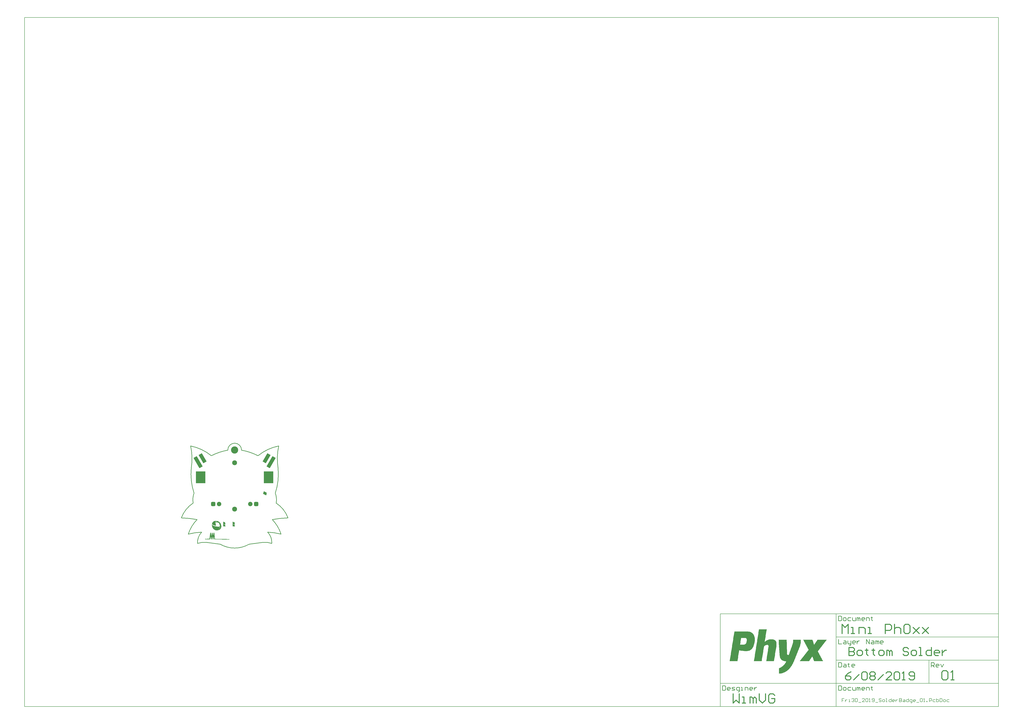
<source format=gbs>
G04*
G04 #@! TF.GenerationSoftware,Altium Limited,Altium Designer,18.1.11 (251)*
G04*
G04 Layer_Color=16711935*
%FSLAX25Y25*%
%MOIN*%
G70*
G01*
G75*
%ADD10C,0.00787*%
%ADD15C,0.00984*%
%ADD16C,0.01575*%
%ADD21C,0.08268*%
%ADD22C,0.00394*%
%ADD23C,0.12205*%
G04:AMPARAMS|DCode=24|XSize=74.8mil|YSize=74.8mil|CornerRadius=19.68mil|HoleSize=0mil|Usage=FLASHONLY|Rotation=0.000|XOffset=0mil|YOffset=0mil|HoleType=Round|Shape=RoundedRectangle|*
%AMROUNDEDRECTD24*
21,1,0.07480,0.03543,0,0,0.0*
21,1,0.03543,0.07480,0,0,0.0*
1,1,0.03937,0.01772,-0.01772*
1,1,0.03937,-0.01772,-0.01772*
1,1,0.03937,-0.01772,0.01772*
1,1,0.03937,0.01772,0.01772*
%
%ADD24ROUNDEDRECTD24*%
%ADD25C,0.07480*%
G04:AMPARAMS|DCode=36|XSize=62.99mil|YSize=161.42mil|CornerRadius=0mil|HoleSize=0mil|Usage=FLASHONLY|Rotation=30.000|XOffset=0mil|YOffset=0mil|HoleType=Round|Shape=Rectangle|*
%AMROTATEDRECTD36*
4,1,4,0.01308,-0.08564,-0.06763,0.05415,-0.01308,0.08564,0.06763,-0.05415,0.01308,-0.08564,0.0*
%
%ADD36ROTATEDRECTD36*%

G04:AMPARAMS|DCode=37|XSize=62.99mil|YSize=200.79mil|CornerRadius=0mil|HoleSize=0mil|Usage=FLASHONLY|Rotation=30.000|XOffset=0mil|YOffset=0mil|HoleType=Round|Shape=Rectangle|*
%AMROTATEDRECTD37*
4,1,4,0.02292,-0.10269,-0.07747,0.07120,-0.02292,0.10269,0.07747,-0.07120,0.02292,-0.10269,0.0*
%
%ADD37ROTATEDRECTD37*%

G04:AMPARAMS|DCode=38|XSize=62.99mil|YSize=200.79mil|CornerRadius=0mil|HoleSize=0mil|Usage=FLASHONLY|Rotation=150.000|XOffset=0mil|YOffset=0mil|HoleType=Round|Shape=Rectangle|*
%AMROTATEDRECTD38*
4,1,4,0.07747,0.07120,-0.02292,-0.10269,-0.07747,-0.07120,0.02292,0.10269,0.07747,0.07120,0.0*
%
%ADD38ROTATEDRECTD38*%

G04:AMPARAMS|DCode=39|XSize=62.99mil|YSize=161.42mil|CornerRadius=0mil|HoleSize=0mil|Usage=FLASHONLY|Rotation=150.000|XOffset=0mil|YOffset=0mil|HoleType=Round|Shape=Rectangle|*
%AMROTATEDRECTD39*
4,1,4,0.06763,0.05415,-0.01308,-0.08564,-0.06763,-0.05415,0.01308,0.08564,0.06763,0.05415,0.0*
%
%ADD39ROTATEDRECTD39*%

%ADD40R,0.16142X0.20079*%
%ADD41C,0.01378*%
G36*
X54331Y94095D02*
Y91880D01*
X53494Y89321D01*
X48130Y92028D01*
X49606Y96457D01*
X54331Y94095D01*
D02*
G37*
G36*
X-32575Y46212D02*
X-32575Y46212D01*
X-32575Y46212D01*
X-32559Y46211D01*
X-32541Y46209D01*
X-32506Y46212D01*
X-32506D01*
D01*
D01*
X-32438Y46211D01*
X-32404Y46207D01*
X-32380Y46210D01*
X-32369Y46211D01*
X-32369D01*
X-32369D01*
X-32301Y46210D01*
X-32301D01*
X-32301D01*
X-32288Y46209D01*
X-32267Y46206D01*
X-32232Y46209D01*
X-31068Y46199D01*
X-31030Y46195D01*
X-31004Y46187D01*
X-30993Y46183D01*
X-30959Y46165D01*
X-30929Y46140D01*
X-30905Y46110D01*
X-30887Y46075D01*
X-30879Y46049D01*
X-30876Y46038D01*
X-30872Y46000D01*
D01*
Y46000D01*
X-30873Y45931D01*
X-30873Y45931D01*
X-30877Y45893D01*
X-30889Y45856D01*
D01*
X-30889Y45856D01*
X-30900Y45834D01*
X-30907Y45822D01*
X-30907Y45822D01*
X-30907Y45822D01*
X-30922Y45804D01*
X-30932Y45792D01*
X-30932Y45792D01*
X-30932Y45792D01*
X-30946Y45780D01*
X-30962Y45768D01*
X-30962Y45768D01*
X-30962Y45768D01*
X-30977Y45760D01*
X-30997Y45750D01*
X-30997Y45750D01*
X-30997D01*
X-31001Y45748D01*
X-31034Y45739D01*
X-31072Y45735D01*
X-31072D01*
D01*
D01*
X-31129Y45736D01*
X-31138Y45725D01*
X-31138Y45725D01*
X-31138Y45725D01*
X-31146Y45719D01*
X-31168Y45701D01*
X-31168Y45701D01*
X-31168Y45701D01*
X-31179Y45695D01*
X-31203Y45683D01*
X-31203Y45683D01*
X-31203Y45683D01*
X-31215Y45679D01*
X-31240Y45672D01*
X-31240Y45672D01*
X-31240Y45672D01*
X-31258Y45670D01*
X-31278Y45669D01*
X-31278Y45669D01*
X-31278Y45669D01*
X-31335Y45669D01*
X-31344Y45658D01*
X-31344Y45658D01*
X-31344Y45658D01*
X-31367Y45640D01*
X-31374Y45634D01*
X-31374D01*
X-31374Y45634D01*
X-31383Y45629D01*
X-31386Y45624D01*
X-31388Y45620D01*
X-31388Y45620D01*
X-31388Y45620D01*
X-31405Y45601D01*
X-31413Y45591D01*
X-31413Y45591D01*
X-31413Y45591D01*
X-31433Y45575D01*
X-31443Y45566D01*
X-31443Y45566D01*
X-31443Y45566D01*
X-31452Y45562D01*
X-31453Y45561D01*
X-31457Y45553D01*
X-31457Y45553D01*
X-31457Y45553D01*
X-31470Y45537D01*
X-31482Y45523D01*
X-31482Y45523D01*
X-31482Y45523D01*
X-31512Y45498D01*
X-31545Y45482D01*
X-31547Y45480D01*
D01*
X-31547Y45480D01*
X-31570Y45474D01*
X-31577Y45451D01*
X-31577Y45451D01*
Y45451D01*
X-31586Y45433D01*
X-31596Y45417D01*
X-31596Y45417D01*
X-31596Y45417D01*
X-31606Y45404D01*
X-31620Y45387D01*
X-31651Y45363D01*
X-31651Y45363D01*
X-31651Y45363D01*
X-31659Y45358D01*
X-31660Y45358D01*
X-31664Y45349D01*
X-31689Y45319D01*
X-31720Y45295D01*
X-31729Y45290D01*
X-31734Y45281D01*
X-31734Y45281D01*
X-31734Y45281D01*
X-31741Y45273D01*
X-31758Y45251D01*
X-31789Y45227D01*
X-31798Y45222D01*
X-31803Y45213D01*
X-31828Y45183D01*
X-31838Y45175D01*
X-31839Y45118D01*
X-31843Y45079D01*
X-31846Y45070D01*
X-31855Y45042D01*
X-31873Y45008D01*
X-31898Y44978D01*
X-31928Y44954D01*
X-31937Y44949D01*
X-31942Y44940D01*
X-31967Y44911D01*
X-31997Y44886D01*
X-32006Y44881D01*
X-32007Y44880D01*
X-32011Y44872D01*
X-32011Y44872D01*
X-32011Y44872D01*
X-32027Y44853D01*
X-32036Y44843D01*
X-32036Y44843D01*
X-32036Y44843D01*
X-32047Y44834D01*
X-32047Y44777D01*
X-32047Y44777D01*
X-32047Y44777D01*
X-32049Y44762D01*
X-32051Y44739D01*
X-32051Y44739D01*
Y44739D01*
X-32054Y44732D01*
X-32063Y44702D01*
X-32063Y44702D01*
X-32063Y44702D01*
X-32073Y44684D01*
X-32081Y44668D01*
X-32081Y44668D01*
X-32081Y44668D01*
X-32095Y44651D01*
X-32106Y44638D01*
X-32106Y44638D01*
X-32106Y44638D01*
X-32117Y44629D01*
X-32117Y44572D01*
X-32121Y44538D01*
X-32118Y44504D01*
D01*
Y44504D01*
X-32119Y44435D01*
X-32121Y44412D01*
X-32123Y44397D01*
X-32123Y44397D01*
X-32123Y44397D01*
X-32131Y44369D01*
X-32134Y44360D01*
X-32134Y44360D01*
X-32134Y44360D01*
X-32143Y44343D01*
X-32153Y44326D01*
X-32153Y44326D01*
X-32153Y44326D01*
X-32160Y44318D01*
X-32178Y44296D01*
X-32178Y44296D01*
X-32178Y44296D01*
X-32188Y44287D01*
X-32189Y44231D01*
Y44231D01*
Y44231D01*
X-32193Y44192D01*
X-32201Y44166D01*
X-32205Y44155D01*
X-32205Y44155D01*
D01*
X-32206Y44152D01*
X-32223Y44121D01*
X-32248Y44091D01*
X-32248Y44091D01*
X-32248Y44091D01*
X-32259Y44083D01*
X-32259Y44026D01*
Y44026D01*
Y44026D01*
X-32260Y44013D01*
X-32263Y43991D01*
X-32261Y43969D01*
X-32260Y43957D01*
Y43957D01*
Y43957D01*
X-32260Y43889D01*
Y43889D01*
Y43889D01*
X-32262Y43876D01*
X-32264Y43855D01*
X-32263Y43848D01*
X-32261Y43820D01*
Y43820D01*
Y43820D01*
Y43820D01*
X-32261Y43752D01*
X-32266Y43713D01*
X-32277Y43676D01*
X-32296Y43642D01*
X-32321Y43613D01*
X-32331Y43604D01*
X-32332Y43547D01*
D01*
X-32332Y43479D01*
Y43479D01*
Y43479D01*
X-32333Y43410D01*
Y43410D01*
Y43410D01*
X-32334Y43341D01*
Y43341D01*
X-32334Y43273D01*
Y43273D01*
Y43273D01*
X-32336Y43255D01*
X-32338Y43239D01*
X-32336Y43220D01*
X-32335Y43205D01*
Y43205D01*
Y43205D01*
X-32335Y43136D01*
X-32338Y43113D01*
X-32339Y43102D01*
X-32336Y43068D01*
D01*
Y43068D01*
X-32337Y42999D01*
X-32339Y42976D01*
X-32340Y42965D01*
X-32339Y42952D01*
X-32337Y42931D01*
Y42931D01*
Y42931D01*
X-32338Y42862D01*
Y42862D01*
Y42862D01*
X-32339Y42850D01*
X-32342Y42828D01*
X-32338Y42794D01*
Y42794D01*
D01*
D01*
X-32339Y42725D01*
X-32339Y42725D01*
X-32339Y42725D01*
X-32341Y42705D01*
X-32343Y42691D01*
X-32340Y42664D01*
X-32340Y42657D01*
Y42657D01*
D01*
D01*
X-32340Y42588D01*
X-32344Y42554D01*
X-32341Y42520D01*
D01*
Y42520D01*
X-32341Y42451D01*
X-32343Y42434D01*
X-32345Y42417D01*
X-32342Y42383D01*
D01*
Y42383D01*
X-32343Y42314D01*
Y42314D01*
Y42314D01*
X-32343Y42246D01*
D01*
X-32344Y42177D01*
D01*
X-32344Y42109D01*
Y42109D01*
Y42109D01*
X-32345Y42041D01*
X-32345Y42040D01*
X-32345Y42040D01*
X-32346Y41972D01*
Y41972D01*
X-32346Y41915D01*
X-32336Y41906D01*
X-32335Y41906D01*
X-32335Y41906D01*
X-32326Y41894D01*
X-32311Y41876D01*
X-32311Y41876D01*
X-32311Y41876D01*
X-32299Y41852D01*
X-32293Y41842D01*
X-32293Y41842D01*
X-32293Y41842D01*
X-32287Y41822D01*
X-32282Y41805D01*
X-32282Y41805D01*
X-32282Y41805D01*
X-32281Y41787D01*
X-32279Y41766D01*
X-32279Y41766D01*
X-32279Y41766D01*
X-32280Y41697D01*
X-32282Y41673D01*
X-32283Y41663D01*
X-32280Y41629D01*
D01*
Y41629D01*
X-32281Y41561D01*
Y41561D01*
Y41561D01*
X-32283Y41536D01*
X-32284Y41526D01*
X-32283Y41511D01*
X-32281Y41492D01*
Y41492D01*
Y41492D01*
Y41492D01*
X-32282Y41424D01*
Y41424D01*
Y41424D01*
X-32284Y41407D01*
X-32285Y41389D01*
X-32285Y41383D01*
X-32283Y41355D01*
Y41355D01*
Y41355D01*
Y41355D01*
X-32283Y41287D01*
Y41287D01*
Y41287D01*
X-32284Y41218D01*
D01*
X-32284Y41161D01*
X-32274Y41153D01*
X-32274Y41153D01*
X-32274Y41153D01*
X-32263Y41140D01*
X-32249Y41122D01*
X-32249Y41122D01*
X-32249Y41122D01*
X-32236Y41097D01*
X-32231Y41088D01*
Y41088D01*
X-32231Y41088D01*
X-32220Y41051D01*
X-32218Y41023D01*
X-32217Y41012D01*
Y41012D01*
Y41012D01*
X-32217Y40944D01*
Y40944D01*
Y40944D01*
X-32220Y40919D01*
X-32221Y40909D01*
X-32220Y40892D01*
X-32218Y40875D01*
Y40875D01*
D01*
D01*
X-32219Y40807D01*
Y40807D01*
Y40807D01*
X-32219Y40738D01*
D01*
Y40738D01*
X-32220Y40681D01*
X-32209Y40672D01*
X-32209Y40672D01*
X-32209Y40672D01*
X-32195Y40655D01*
X-32185Y40642D01*
X-32185Y40642D01*
X-32185Y40642D01*
X-32173Y40620D01*
X-32167Y40608D01*
X-32167Y40608D01*
X-32167Y40608D01*
X-32160Y40584D01*
X-32156Y40571D01*
X-32156Y40571D01*
X-32156Y40571D01*
X-32154Y40549D01*
X-32153Y40532D01*
Y40532D01*
Y40532D01*
Y40532D01*
X-32153Y40464D01*
Y40464D01*
Y40464D01*
X-32155Y40446D01*
X-32157Y40429D01*
X-32155Y40413D01*
X-32154Y40395D01*
Y40395D01*
Y40395D01*
Y40395D01*
X-32154Y40327D01*
X-32154Y40327D01*
X-32154Y40327D01*
X-32155Y40258D01*
D01*
X-32155Y40201D01*
X-32145Y40193D01*
X-32145Y40193D01*
X-32145Y40193D01*
X-32133Y40178D01*
X-32121Y40162D01*
X-32121Y40162D01*
X-32121Y40162D01*
X-32105Y40131D01*
X-32103Y40128D01*
D01*
X-32103Y40128D01*
X-32092Y40091D01*
X-32089Y40062D01*
X-32088Y40052D01*
Y40052D01*
D01*
D01*
X-32089Y39995D01*
X-32084Y39991D01*
X-32078Y39987D01*
X-32078Y39987D01*
X-32078Y39987D01*
X-32067Y39972D01*
X-32054Y39956D01*
X-32054Y39956D01*
X-32054Y39956D01*
X-32038Y39925D01*
X-32036Y39922D01*
D01*
X-32036Y39922D01*
X-32033Y39910D01*
X-32025Y39885D01*
X-32022Y39846D01*
Y39846D01*
D01*
D01*
X-32022Y39778D01*
Y39778D01*
Y39778D01*
X-32024Y39760D01*
X-32026Y39744D01*
X-32024Y39720D01*
X-32023Y39709D01*
Y39709D01*
Y39709D01*
X-32024Y39641D01*
Y39641D01*
Y39641D01*
X-32025Y39628D01*
X-32027Y39606D01*
X-32024Y39572D01*
X-32025Y39515D01*
X-32014Y39507D01*
X-31990Y39476D01*
X-31972Y39442D01*
X-31961Y39405D01*
X-31957Y39366D01*
X-31958Y39309D01*
X-31957Y39309D01*
X-31947Y39301D01*
X-31947Y39301D01*
X-31947Y39301D01*
X-31923Y39270D01*
X-31905Y39236D01*
X-31894Y39199D01*
X-31892Y39173D01*
X-31891Y39160D01*
Y39160D01*
Y39160D01*
X-31891Y39092D01*
X-31891Y39092D01*
X-31891Y39092D01*
X-31893Y39073D01*
X-31895Y39057D01*
X-31894Y39040D01*
X-31892Y39023D01*
Y39023D01*
D01*
D01*
X-31892Y38955D01*
X-31892Y38955D01*
X-31892Y38955D01*
X-31894Y38939D01*
X-31896Y38921D01*
X-31896Y38917D01*
X-31893Y38886D01*
Y38886D01*
Y38886D01*
X-31894Y38829D01*
X-31883Y38821D01*
X-31883Y38821D01*
X-31883Y38820D01*
X-31867Y38801D01*
X-31859Y38790D01*
X-31859Y38790D01*
X-31859Y38790D01*
X-31843Y38760D01*
X-31841Y38756D01*
Y38756D01*
X-31841Y38756D01*
X-31833Y38729D01*
X-31830Y38719D01*
Y38719D01*
X-31830Y38719D01*
X-31828Y38695D01*
X-31826Y38680D01*
Y38680D01*
Y38680D01*
X-31827Y38623D01*
X-31816Y38614D01*
X-31792Y38584D01*
X-31774Y38550D01*
X-31763Y38513D01*
X-31760Y38474D01*
X-31760Y38406D01*
X-31763Y38383D01*
X-31764Y38372D01*
X-31762Y38353D01*
X-31761Y38337D01*
Y38337D01*
Y38337D01*
Y38337D01*
X-31762Y38269D01*
X-31762Y38269D01*
X-31762Y38269D01*
X-31762Y38200D01*
Y38200D01*
X-31763Y38132D01*
Y38132D01*
Y38132D01*
X-31765Y38113D01*
X-31767Y38093D01*
X-31767Y38093D01*
Y38093D01*
X-31774Y38070D01*
X-31778Y38056D01*
X-31778Y38056D01*
X-31778Y38056D01*
X-31788Y38038D01*
X-31797Y38022D01*
X-31797Y38022D01*
X-31797Y38022D01*
X-31808Y38008D01*
X-31822Y37992D01*
X-31822Y37992D01*
X-31822Y37992D01*
X-31841Y37977D01*
X-31852Y37968D01*
X-31852Y37968D01*
X-31852Y37968D01*
X-31882Y37952D01*
X-31886Y37950D01*
X-31886D01*
X-31886Y37950D01*
X-31913Y37942D01*
X-31923Y37939D01*
X-31924D01*
X-31924Y37939D01*
X-31947Y37937D01*
X-31962Y37936D01*
X-31962D01*
X-31962D01*
X-32031Y37936D01*
X-32065Y37940D01*
X-32085Y37938D01*
X-32099Y37937D01*
X-32099D01*
X-32099D01*
X-32168Y37938D01*
X-32206Y37942D01*
X-32243Y37953D01*
X-32255Y37960D01*
X-32277Y37972D01*
X-32307Y37997D01*
X-32316Y38007D01*
X-32372Y38008D01*
X-32392Y38010D01*
X-32407Y38011D01*
X-32441Y38008D01*
X-32441D01*
D01*
D01*
X-32509Y38009D01*
X-32548Y38013D01*
X-32585Y38025D01*
X-32619Y38043D01*
X-32649Y38068D01*
X-32657Y38079D01*
X-32851Y38080D01*
X-32886Y38084D01*
X-32906Y38082D01*
X-32920Y38081D01*
X-32920D01*
X-32920D01*
X-32988Y38082D01*
X-33011Y38084D01*
X-33027Y38086D01*
X-33027Y38086D01*
X-33027D01*
X-33051Y38094D01*
X-33064Y38097D01*
X-33064Y38097D01*
X-33064Y38097D01*
X-33080Y38106D01*
X-33098Y38116D01*
X-33098Y38116D01*
X-33098Y38116D01*
X-33108Y38124D01*
X-33127Y38141D01*
X-33127Y38141D01*
X-33128Y38141D01*
X-33136Y38151D01*
X-33193Y38152D01*
X-33212Y38154D01*
X-33232Y38156D01*
X-33232Y38156D01*
X-33232D01*
X-33255Y38163D01*
X-33269Y38168D01*
X-33269Y38168D01*
X-33269Y38168D01*
X-33299Y38184D01*
X-33303Y38186D01*
X-33303Y38186D01*
X-33303Y38186D01*
X-33322Y38202D01*
X-33332Y38211D01*
X-33332Y38211D01*
X-33332Y38211D01*
X-33341Y38222D01*
X-33535Y38223D01*
X-33535D01*
X-33535D01*
X-33553Y38225D01*
X-33573Y38227D01*
X-33573Y38227D01*
X-33573D01*
X-33589Y38232D01*
X-33610Y38239D01*
X-33610Y38239D01*
X-33610D01*
X-33617Y38243D01*
X-33644Y38258D01*
X-33645Y38258D01*
X-33645Y38258D01*
X-33657Y38268D01*
X-33674Y38282D01*
X-33674Y38282D01*
X-33674Y38282D01*
X-33682Y38292D01*
X-33683Y38293D01*
X-33740Y38294D01*
X-33778Y38298D01*
X-33815Y38309D01*
X-33834Y38320D01*
X-33849Y38328D01*
X-33879Y38353D01*
Y38353D01*
X-33879D01*
X-33888Y38363D01*
X-34082Y38365D01*
D01*
X-34082D01*
X-34086Y38366D01*
X-34120Y38369D01*
X-34146Y38377D01*
X-34157Y38381D01*
X-34176Y38391D01*
X-34191Y38399D01*
X-34221Y38424D01*
Y38424D01*
X-34221D01*
X-34229Y38435D01*
X-34286Y38435D01*
X-34305Y38437D01*
X-34325Y38440D01*
X-34325Y38440D01*
X-34325D01*
X-34355Y38449D01*
X-34362Y38451D01*
X-34362D01*
X-34362Y38451D01*
X-34387Y38465D01*
X-34396Y38470D01*
X-34396Y38470D01*
X-34396Y38470D01*
X-34413Y38484D01*
X-34426Y38494D01*
X-34426Y38495D01*
X-34426Y38495D01*
X-34434Y38505D01*
X-34628Y38507D01*
X-34667Y38511D01*
X-34696Y38520D01*
X-34704Y38522D01*
X-34704Y38522D01*
X-34704Y38523D01*
X-34720Y38531D01*
X-34738Y38541D01*
X-34738Y38541D01*
X-34738Y38541D01*
X-34748Y38550D01*
X-34767Y38566D01*
X-34767Y38566D01*
X-34767Y38566D01*
X-34776Y38577D01*
X-34833Y38577D01*
X-34833D01*
X-34833D01*
X-34842Y38578D01*
X-34871Y38581D01*
X-34908Y38593D01*
X-34909Y38593D01*
D01*
X-34912Y38594D01*
X-34942Y38611D01*
X-34972Y38636D01*
X-34972Y38636D01*
X-34972Y38636D01*
X-34977Y38643D01*
X-34981Y38647D01*
X-35038Y38647D01*
X-35038D01*
X-35038D01*
X-35052Y38649D01*
X-35076Y38651D01*
X-35113Y38663D01*
X-35113Y38663D01*
X-35113D01*
X-35120Y38666D01*
X-35147Y38682D01*
X-35147Y38682D01*
X-35148D01*
X-35153Y38686D01*
X-35177Y38706D01*
X-35177Y38706D01*
X-35177Y38707D01*
X-35186Y38717D01*
X-35243Y38718D01*
X-35267Y38720D01*
X-35281Y38722D01*
X-35281Y38722D01*
X-35281Y38722D01*
X-35306Y38730D01*
X-35318Y38733D01*
X-35318Y38733D01*
X-35318Y38733D01*
X-35338Y38744D01*
X-35352Y38752D01*
X-35352Y38752D01*
X-35352Y38752D01*
X-35368Y38765D01*
X-35382Y38777D01*
X-35382Y38777D01*
X-35382Y38777D01*
X-35391Y38787D01*
X-35447Y38788D01*
X-35447D01*
X-35448D01*
X-35463Y38790D01*
X-35486Y38792D01*
X-35486Y38792D01*
X-35486D01*
X-35490Y38793D01*
X-35523Y38804D01*
X-35557Y38822D01*
X-35557Y38822D01*
X-35557Y38822D01*
X-35574Y38836D01*
X-35587Y38847D01*
X-35587Y38847D01*
X-35587Y38847D01*
X-35596Y38858D01*
X-35652Y38858D01*
D01*
X-35652D01*
X-35656Y38859D01*
X-35691Y38862D01*
X-35716Y38870D01*
X-35728Y38874D01*
X-35746Y38884D01*
X-35762Y38892D01*
X-35792Y38917D01*
Y38917D01*
X-35792D01*
X-35800Y38928D01*
X-35857Y38928D01*
X-35896Y38933D01*
X-35933Y38944D01*
X-35959Y38958D01*
X-35967Y38963D01*
X-35967Y38963D01*
X-35967Y38963D01*
X-35982Y38975D01*
X-35996Y38988D01*
X-35996Y38988D01*
X-35996Y38988D01*
X-36005Y38998D01*
X-36062Y38999D01*
X-36101Y39003D01*
X-36138Y39015D01*
X-36172Y39033D01*
X-36201Y39058D01*
X-36208Y39066D01*
X-36210Y39068D01*
X-36267Y39069D01*
X-36267Y39069D01*
X-36267Y39069D01*
X-36286Y39071D01*
X-36305Y39073D01*
X-36305Y39073D01*
X-36306Y39073D01*
X-36318Y39077D01*
X-36342Y39085D01*
X-36342Y39085D01*
X-36343Y39085D01*
X-36350Y39089D01*
X-36377Y39103D01*
X-36377Y39103D01*
X-36377Y39103D01*
X-36386Y39111D01*
X-36406Y39128D01*
X-36406Y39128D01*
X-36406Y39128D01*
X-36415Y39138D01*
X-36431Y39158D01*
X-36431Y39158D01*
X-36431Y39158D01*
X-36435Y39167D01*
X-36444Y39172D01*
X-36444Y39172D01*
X-36444Y39172D01*
X-36453Y39179D01*
X-36474Y39197D01*
X-36474Y39197D01*
X-36474Y39197D01*
X-36483Y39208D01*
X-36540Y39208D01*
X-36567Y39211D01*
X-36578Y39213D01*
X-36578D01*
X-36578Y39213D01*
X-36612Y39223D01*
X-36615Y39224D01*
X-36615D01*
X-36615Y39224D01*
X-36632Y39233D01*
X-36649Y39243D01*
X-36649Y39243D01*
X-36649D01*
X-36654Y39247D01*
X-36679Y39268D01*
X-36679Y39268D01*
X-36679Y39268D01*
X-36702Y39297D01*
X-36703Y39298D01*
D01*
X-36703Y39298D01*
X-36708Y39307D01*
X-36717Y39312D01*
X-36717Y39312D01*
X-36717Y39312D01*
X-36736Y39328D01*
X-36747Y39337D01*
X-36747Y39337D01*
X-36747Y39337D01*
X-36755Y39347D01*
X-36812Y39348D01*
X-36851Y39352D01*
X-36888Y39363D01*
X-36922Y39382D01*
X-36952Y39407D01*
X-36976Y39437D01*
X-36981Y39446D01*
X-36990Y39451D01*
X-36990Y39451D01*
X-36990D01*
X-36996Y39456D01*
X-37020Y39476D01*
X-37020Y39476D01*
X-37020Y39476D01*
X-37028Y39487D01*
X-37085Y39487D01*
X-37124Y39491D01*
X-37161Y39503D01*
X-37195Y39521D01*
X-37224Y39546D01*
X-37249Y39576D01*
X-37253Y39586D01*
X-37262Y39590D01*
X-37262Y39590D01*
X-37262Y39590D01*
X-37282Y39606D01*
X-37292Y39615D01*
X-37292Y39615D01*
X-37292Y39615D01*
X-37303Y39628D01*
X-37317Y39645D01*
X-37317Y39645D01*
X-37317Y39645D01*
X-37321Y39655D01*
X-37330Y39659D01*
X-37360Y39684D01*
X-37360Y39684D01*
X-37360Y39684D01*
X-37365Y39691D01*
X-37384Y39715D01*
X-37389Y39724D01*
X-37398Y39729D01*
X-37398Y39729D01*
X-37398Y39729D01*
X-37411Y39739D01*
X-37428Y39753D01*
X-37428Y39753D01*
X-37428Y39753D01*
X-37437Y39764D01*
X-37494Y39765D01*
X-37494D01*
X-37494D01*
X-37514Y39767D01*
X-37532Y39769D01*
X-37532Y39769D01*
X-37532D01*
X-37548Y39774D01*
X-37569Y39780D01*
X-37569Y39780D01*
X-37569D01*
X-37575Y39784D01*
X-37603Y39799D01*
X-37603Y39799D01*
X-37603Y39799D01*
X-37615Y39809D01*
X-37633Y39824D01*
X-37633Y39824D01*
X-37633Y39824D01*
X-37641Y39834D01*
X-37657Y39854D01*
X-37662Y39863D01*
X-37671Y39868D01*
X-37671Y39868D01*
X-37671Y39868D01*
X-37689Y39883D01*
X-37701Y39893D01*
X-37701Y39893D01*
X-37701Y39893D01*
X-37712Y39907D01*
X-37725Y39923D01*
X-37725Y39923D01*
X-37725Y39923D01*
X-37730Y39932D01*
X-37739Y39937D01*
X-37739Y39937D01*
X-37739Y39937D01*
X-37758Y39953D01*
X-37769Y39962D01*
X-37769Y39962D01*
X-37769Y39962D01*
X-37792Y39991D01*
X-37793Y39992D01*
D01*
X-37793Y39992D01*
X-37798Y40001D01*
X-37807Y40006D01*
X-37807Y40006D01*
X-37807Y40006D01*
X-37816Y40014D01*
X-37837Y40031D01*
X-37837Y40031D01*
X-37837Y40031D01*
X-37840Y40035D01*
X-37861Y40061D01*
X-37866Y40070D01*
X-37875Y40075D01*
X-37875Y40075D01*
X-37875Y40075D01*
X-37884Y40083D01*
X-37904Y40100D01*
X-37905Y40100D01*
X-37905Y40100D01*
X-37909Y40106D01*
X-37929Y40130D01*
X-37929Y40130D01*
X-37929Y40130D01*
X-37933Y40139D01*
X-37942Y40144D01*
X-37942Y40144D01*
X-37942Y40144D01*
X-37960Y40159D01*
X-37972Y40169D01*
X-37972Y40169D01*
X-37972Y40169D01*
X-37984Y40184D01*
X-37997Y40199D01*
X-37997Y40199D01*
X-37997Y40199D01*
X-38001Y40208D01*
X-38010Y40213D01*
X-38040Y40238D01*
X-38065Y40268D01*
X-38069Y40277D01*
X-38078Y40282D01*
X-38078Y40282D01*
X-38078Y40282D01*
X-38094Y40296D01*
X-38108Y40307D01*
X-38108Y40307D01*
X-38108Y40307D01*
X-38121Y40323D01*
X-38132Y40337D01*
X-38132Y40337D01*
X-38132Y40337D01*
X-38144Y40361D01*
X-38150Y40372D01*
X-38150Y40372D01*
X-38150Y40372D01*
X-38157Y40396D01*
X-38161Y40409D01*
Y40409D01*
X-38161Y40409D01*
X-38163Y40431D01*
X-38165Y40448D01*
Y40448D01*
Y40448D01*
Y40448D01*
X-38164Y40505D01*
X-38175Y40513D01*
X-38175Y40513D01*
X-38175Y40513D01*
X-38194Y40537D01*
X-38199Y40543D01*
Y40543D01*
X-38199Y40543D01*
X-38204Y40553D01*
X-38213Y40558D01*
X-38213Y40558D01*
X-38213Y40558D01*
X-38227Y40569D01*
X-38243Y40582D01*
X-38243Y40582D01*
X-38243Y40582D01*
X-38258Y40602D01*
X-38267Y40613D01*
X-38267Y40613D01*
X-38267Y40613D01*
X-38283Y40643D01*
X-38285Y40647D01*
Y40647D01*
X-38285Y40647D01*
X-38293Y40674D01*
X-38296Y40684D01*
Y40684D01*
X-38296Y40684D01*
X-38298Y40707D01*
X-38299Y40723D01*
Y40723D01*
Y40723D01*
X-38299Y40780D01*
X-38309Y40788D01*
X-38334Y40819D01*
X-38352Y40853D01*
X-38363Y40890D01*
X-38366Y40929D01*
X-38365Y40997D01*
Y40997D01*
Y40997D01*
X-38363Y41020D01*
X-38362Y41031D01*
X-38364Y41053D01*
X-38365Y41066D01*
X-38365Y41066D01*
X-38365Y41066D01*
X-38364Y41134D01*
X-38361Y41159D01*
X-38361Y41169D01*
X-38364Y41203D01*
X-38363Y41271D01*
Y41271D01*
Y41271D01*
X-38362Y41340D01*
Y41340D01*
Y41340D01*
X-38362Y41408D01*
X-38359Y41433D01*
X-38358Y41442D01*
X-38359Y41456D01*
X-38361Y41477D01*
Y41477D01*
Y41477D01*
X-38361Y41545D01*
Y41545D01*
Y41545D01*
X-38357Y41584D01*
X-38348Y41610D01*
X-38345Y41621D01*
X-38345Y41621D01*
D01*
X-38343Y41624D01*
X-38326Y41655D01*
X-38302Y41684D01*
X-38302Y41684D01*
X-38301Y41684D01*
X-38291Y41693D01*
X-38290Y41750D01*
X-38286Y41788D01*
X-38275Y41825D01*
X-38256Y41859D01*
X-38231Y41889D01*
X-38221Y41898D01*
X-38220Y41955D01*
Y41955D01*
Y41955D01*
X-38219Y41967D01*
X-38216Y41993D01*
X-38204Y42030D01*
Y42030D01*
X-38204Y42030D01*
X-38189Y42058D01*
X-38186Y42064D01*
X-38186Y42064D01*
X-38186Y42064D01*
X-38170Y42083D01*
X-38161Y42094D01*
X-38161Y42094D01*
X-38161Y42094D01*
X-38150Y42103D01*
X-38150Y42160D01*
Y42160D01*
Y42160D01*
X-38148Y42177D01*
X-38146Y42198D01*
X-38146Y42198D01*
Y42198D01*
X-38143Y42208D01*
X-38134Y42235D01*
X-38134Y42235D01*
Y42235D01*
X-38130Y42243D01*
X-38116Y42269D01*
X-38116Y42269D01*
X-38115Y42269D01*
X-38108Y42278D01*
X-38091Y42299D01*
X-38091Y42299D01*
X-38091Y42299D01*
X-38087Y42302D01*
X-38080Y42307D01*
X-38080Y42364D01*
Y42364D01*
Y42364D01*
X-38079Y42374D01*
X-38075Y42403D01*
X-38064Y42440D01*
X-38064Y42440D01*
D01*
X-38062Y42443D01*
X-38045Y42474D01*
X-38020Y42504D01*
X-38020Y42504D01*
X-38020Y42504D01*
X-38009Y42513D01*
X-38008Y42513D01*
X-38007Y42526D01*
X-38006Y42539D01*
X-38006Y42539D01*
Y42539D01*
X-37998Y42564D01*
X-37994Y42576D01*
X-37994Y42576D01*
X-37994Y42576D01*
X-37981Y42601D01*
X-37975Y42610D01*
X-37975Y42610D01*
X-37975Y42610D01*
X-37960Y42630D01*
X-37951Y42640D01*
X-37951Y42640D01*
X-37951Y42640D01*
X-37939Y42650D01*
X-37938Y42655D01*
X-37936Y42676D01*
X-37936Y42676D01*
Y42676D01*
X-37929Y42699D01*
X-37925Y42713D01*
X-37925Y42713D01*
X-37925Y42713D01*
X-37914Y42731D01*
X-37906Y42747D01*
X-37906Y42747D01*
X-37906Y42747D01*
X-37894Y42760D01*
X-37881Y42777D01*
X-37881Y42777D01*
X-37881Y42777D01*
X-37870Y42785D01*
X-37870Y42842D01*
X-37867Y42866D01*
X-37866Y42880D01*
X-37866Y42880D01*
X-37866Y42881D01*
X-37858Y42905D01*
X-37854Y42917D01*
X-37854Y42917D01*
X-37854Y42918D01*
X-37843Y42937D01*
X-37836Y42952D01*
X-37836Y42952D01*
X-37836Y42952D01*
X-37822Y42968D01*
X-37811Y42981D01*
X-37811Y42981D01*
X-37811Y42981D01*
X-37800Y42990D01*
X-37800Y43047D01*
X-37795Y43086D01*
X-37784Y43123D01*
X-37772Y43144D01*
X-37765Y43156D01*
X-37757Y43166D01*
X-37740Y43186D01*
X-37720Y43202D01*
X-37710Y43211D01*
X-37701Y43215D01*
X-37700Y43218D01*
X-37696Y43224D01*
X-37696Y43224D01*
X-37696Y43224D01*
X-37680Y43243D01*
X-37672Y43254D01*
X-37671Y43254D01*
X-37671Y43254D01*
X-37642Y43277D01*
X-37641Y43278D01*
D01*
X-37641Y43278D01*
X-37632Y43283D01*
X-37627Y43292D01*
X-37602Y43322D01*
X-37602Y43322D01*
X-37602Y43322D01*
X-37590Y43332D01*
X-37589Y43342D01*
X-37588Y43358D01*
X-37588Y43358D01*
X-37588Y43358D01*
X-37580Y43381D01*
X-37576Y43395D01*
X-37576Y43395D01*
X-37576Y43395D01*
X-37565Y43414D01*
X-37558Y43429D01*
X-37558Y43429D01*
X-37558Y43429D01*
X-37544Y43444D01*
X-37533Y43458D01*
X-37533Y43458D01*
X-37533Y43458D01*
X-37521Y43468D01*
X-37518Y43494D01*
X-37506Y43531D01*
D01*
X-37506Y43531D01*
X-37499Y43545D01*
X-37488Y43565D01*
X-37463Y43595D01*
X-37463Y43595D01*
X-37463Y43595D01*
X-37433Y43619D01*
X-37424Y43624D01*
X-37422Y43627D01*
X-37419Y43633D01*
X-37419Y43633D01*
X-37419Y43633D01*
X-37404Y43651D01*
X-37394Y43663D01*
X-37394Y43663D01*
X-37394Y43663D01*
X-37382Y43672D01*
X-37364Y43687D01*
X-37355Y43692D01*
X-37350Y43701D01*
X-37325Y43730D01*
X-37313Y43740D01*
X-37312Y43745D01*
X-37310Y43766D01*
X-37310Y43766D01*
Y43766D01*
X-37308Y43774D01*
X-37299Y43803D01*
X-37280Y43837D01*
X-37280Y43837D01*
X-37280Y43837D01*
X-37264Y43856D01*
X-37255Y43867D01*
X-37255Y43867D01*
X-37255Y43867D01*
X-37243Y43876D01*
X-37242Y43886D01*
X-37240Y43902D01*
X-37240Y43902D01*
Y43902D01*
X-37234Y43923D01*
X-37229Y43939D01*
X-37229Y43939D01*
X-37229Y43939D01*
X-37220Y43955D01*
X-37210Y43973D01*
X-37210Y43973D01*
X-37210Y43973D01*
X-37202Y43984D01*
X-37185Y44003D01*
X-37185Y44003D01*
X-37185Y44003D01*
X-37162Y44022D01*
X-37155Y44028D01*
X-37155D01*
X-37155Y44028D01*
X-37146Y44032D01*
X-37141Y44041D01*
X-37141Y44041D01*
X-37141Y44041D01*
X-37134Y44050D01*
X-37116Y44071D01*
X-37086Y44095D01*
X-37086Y44095D01*
X-37086Y44095D01*
X-37077Y44100D01*
X-37072Y44109D01*
X-37072Y44109D01*
X-37072Y44109D01*
X-37058Y44126D01*
X-37047Y44139D01*
X-37047Y44139D01*
X-37047Y44139D01*
X-37035Y44149D01*
X-37017Y44163D01*
X-37017Y44163D01*
X-37017Y44163D01*
X-37008Y44168D01*
X-37003Y44177D01*
X-36978Y44207D01*
X-36948Y44231D01*
X-36939Y44236D01*
X-36937Y44239D01*
X-36934Y44245D01*
X-36934Y44245D01*
X-36934Y44245D01*
X-36918Y44264D01*
X-36909Y44275D01*
X-36909Y44275D01*
X-36909Y44275D01*
X-36879Y44299D01*
X-36870Y44304D01*
X-36865Y44313D01*
X-36845Y44337D01*
X-36840Y44343D01*
X-36840Y44343D01*
X-36840Y44343D01*
X-36810Y44367D01*
X-36801Y44372D01*
X-36796Y44381D01*
X-36779Y44401D01*
X-36771Y44410D01*
X-36771Y44410D01*
X-36771Y44410D01*
X-36759Y44420D01*
X-36741Y44435D01*
X-36732Y44440D01*
X-36727Y44449D01*
X-36710Y44469D01*
X-36702Y44478D01*
X-36702Y44478D01*
X-36702Y44478D01*
X-36690Y44488D01*
X-36672Y44503D01*
X-36668Y44504D01*
X-36663Y44507D01*
X-36658Y44516D01*
X-36658Y44517D01*
Y44517D01*
X-36652Y44523D01*
X-36633Y44546D01*
X-36633Y44546D01*
X-36633Y44546D01*
X-36620Y44557D01*
X-36603Y44570D01*
X-36603Y44571D01*
X-36603Y44571D01*
X-36593Y44575D01*
X-36591Y44581D01*
X-36589Y44584D01*
X-36589Y44584D01*
X-36589Y44584D01*
X-36572Y44604D01*
X-36564Y44614D01*
X-36564Y44614D01*
X-36564Y44614D01*
X-36544Y44630D01*
X-36534Y44638D01*
X-36534Y44638D01*
X-36533Y44638D01*
X-36525Y44643D01*
X-36520Y44652D01*
X-36520Y44652D01*
X-36520Y44652D01*
X-36511Y44662D01*
X-36495Y44682D01*
X-36495Y44682D01*
X-36495Y44682D01*
X-36471Y44701D01*
X-36465Y44706D01*
X-36465D01*
X-36465Y44706D01*
X-36455Y44711D01*
X-36450Y44720D01*
X-36450Y44720D01*
X-36450Y44720D01*
X-36439Y44734D01*
X-36426Y44750D01*
X-36426Y44750D01*
X-36426Y44750D01*
X-36406Y44766D01*
X-36395Y44774D01*
X-36395Y44774D01*
X-36395Y44774D01*
X-36386Y44779D01*
X-36381Y44788D01*
X-36356Y44818D01*
X-36326Y44842D01*
X-36326Y44842D01*
X-36326Y44842D01*
X-36317Y44847D01*
X-36316Y44850D01*
X-36312Y44856D01*
X-36312Y44856D01*
X-36312Y44856D01*
X-36296Y44875D01*
X-36288Y44886D01*
X-36288Y44886D01*
X-36288Y44886D01*
X-36258Y44909D01*
X-36257Y44910D01*
D01*
X-36257Y44910D01*
X-36248Y44915D01*
X-36243Y44924D01*
X-36218Y44954D01*
X-36218Y44954D01*
X-36218Y44954D01*
X-36207Y44963D01*
X-36188Y44978D01*
X-36179Y44983D01*
X-36178Y44984D01*
X-36174Y44991D01*
X-36174Y44992D01*
X-36174Y44992D01*
X-36158Y45011D01*
X-36149Y45021D01*
X-36149Y45021D01*
X-36149Y45021D01*
X-36131Y45036D01*
X-36119Y45046D01*
X-36119Y45046D01*
X-36119Y45046D01*
X-36110Y45050D01*
X-36105Y45059D01*
X-36085Y45083D01*
X-36080Y45089D01*
X-36080D01*
Y45089D01*
X-36050Y45114D01*
X-36034Y45122D01*
X-36016Y45132D01*
X-35978Y45142D01*
X-35940Y45146D01*
X-35940D01*
X-35940D01*
X-35883Y45145D01*
X-35874Y45156D01*
X-35874Y45156D01*
X-35874Y45156D01*
X-35845Y45179D01*
X-35844Y45180D01*
D01*
X-35844Y45180D01*
X-35835Y45185D01*
X-35830Y45194D01*
X-35830Y45194D01*
X-35830Y45194D01*
X-35825Y45200D01*
X-35805Y45224D01*
X-35775Y45248D01*
X-35741Y45266D01*
X-35741Y45266D01*
X-35741Y45266D01*
X-35721Y45272D01*
X-35703Y45277D01*
X-35703D01*
X-35703Y45277D01*
X-35682Y45279D01*
X-35665Y45281D01*
X-35665D01*
D01*
D01*
X-35608Y45280D01*
X-35599Y45290D01*
X-35599Y45290D01*
X-35599Y45291D01*
X-35587Y45301D01*
X-35569Y45315D01*
X-35569Y45315D01*
X-35569Y45315D01*
X-35560Y45320D01*
X-35555Y45329D01*
X-35555Y45329D01*
X-35555Y45329D01*
X-35546Y45339D01*
X-35530Y45358D01*
X-35530Y45358D01*
X-35530Y45358D01*
X-35506Y45377D01*
X-35500Y45383D01*
X-35500D01*
X-35500Y45383D01*
X-35491Y45388D01*
X-35486Y45397D01*
X-35466Y45420D01*
X-35461Y45426D01*
X-35461D01*
Y45426D01*
X-35431Y45451D01*
X-35414Y45459D01*
X-35396Y45469D01*
X-35359Y45480D01*
X-35321Y45483D01*
X-35321D01*
X-35321D01*
X-35264Y45483D01*
X-35255Y45493D01*
X-35225Y45517D01*
X-35216Y45522D01*
X-35211Y45531D01*
X-35186Y45561D01*
X-35186D01*
Y45561D01*
X-35156Y45585D01*
X-35121Y45603D01*
X-35095Y45611D01*
X-35084Y45614D01*
X-35045Y45618D01*
X-35045D01*
D01*
D01*
X-34989Y45617D01*
X-34980Y45628D01*
X-34980D01*
Y45628D01*
X-34974Y45632D01*
X-34950Y45652D01*
X-34915Y45670D01*
X-34878Y45681D01*
X-34839Y45684D01*
D01*
X-34839D01*
X-34782Y45684D01*
X-34774Y45694D01*
X-34774Y45694D01*
X-34774Y45694D01*
X-34744Y45719D01*
X-34734Y45723D01*
X-34729Y45732D01*
X-34705Y45762D01*
X-34674Y45786D01*
X-34640Y45805D01*
X-34603Y45815D01*
X-34564Y45819D01*
X-34496Y45818D01*
X-34476Y45816D01*
X-34462Y45815D01*
X-34434Y45817D01*
X-34427Y45818D01*
X-34427D01*
D01*
D01*
X-34370Y45817D01*
X-34362Y45828D01*
X-34362Y45828D01*
X-34362Y45828D01*
X-34350Y45837D01*
X-34332Y45852D01*
X-34322Y45857D01*
X-34317Y45866D01*
X-34317Y45866D01*
X-34317Y45866D01*
X-34306Y45879D01*
X-34293Y45895D01*
X-34293Y45895D01*
X-34293Y45895D01*
X-34273Y45911D01*
X-34262Y45920D01*
X-34262Y45920D01*
X-34262Y45920D01*
X-34232Y45936D01*
X-34228Y45938D01*
X-34228D01*
X-34228Y45938D01*
X-34201Y45946D01*
X-34191Y45949D01*
X-34191D01*
X-34191Y45949D01*
X-34167Y45951D01*
X-34152Y45952D01*
X-34152D01*
X-34152D01*
X-34084Y45952D01*
X-34084D01*
X-34084D01*
X-34073Y45950D01*
X-34050Y45948D01*
X-34036Y45949D01*
X-34015Y45951D01*
X-34015D01*
X-34015D01*
X-33958Y45950D01*
X-33950Y45961D01*
X-33950Y45961D01*
X-33950Y45961D01*
X-33937Y45971D01*
X-33920Y45985D01*
X-33919Y45985D01*
X-33919Y45985D01*
X-33885Y46003D01*
X-33857Y46012D01*
X-33848Y46014D01*
X-33848D01*
X-33848Y46014D01*
X-33827Y46016D01*
X-33809Y46018D01*
X-33809D01*
D01*
D01*
X-33752Y46017D01*
X-33744Y46028D01*
X-33713Y46052D01*
X-33679Y46070D01*
X-33679Y46070D01*
X-33679D01*
X-33642Y46081D01*
X-33613Y46084D01*
X-33603Y46084D01*
X-33603D01*
X-33603D01*
X-33535Y46084D01*
X-33514Y46082D01*
X-33500Y46080D01*
X-33466Y46083D01*
D01*
X-33466D01*
X-33135Y46080D01*
X-33127Y46091D01*
X-33097Y46115D01*
X-33062Y46133D01*
X-33025Y46144D01*
X-32986Y46148D01*
D01*
X-32986D01*
X-32918Y46147D01*
X-32905Y46145D01*
X-32884Y46143D01*
X-32849Y46146D01*
X-32849D01*
D01*
D01*
X-32792Y46146D01*
X-32784Y46156D01*
X-32754Y46181D01*
X-32719Y46198D01*
X-32682Y46209D01*
X-32643Y46213D01*
X-32575Y46212D01*
D02*
G37*
G36*
X-30043Y45985D02*
X-30009Y45981D01*
X-29974Y45984D01*
X-29974D01*
X-29974D01*
X-29906Y45984D01*
X-29906D01*
X-29906D01*
X-29867Y45979D01*
X-29841Y45971D01*
X-29830Y45968D01*
X-29830Y45968D01*
D01*
X-29827Y45966D01*
X-29796Y45949D01*
X-29767Y45924D01*
X-29767Y45924D01*
X-29766Y45924D01*
X-29758Y45914D01*
X-29564Y45912D01*
X-29530Y45908D01*
X-29508Y45910D01*
X-29496Y45912D01*
X-29496D01*
X-29496D01*
X-29427Y45911D01*
X-29390Y45907D01*
X-29389Y45907D01*
D01*
X-29389Y45907D01*
X-29360Y45898D01*
X-29352Y45895D01*
X-29352Y45895D01*
X-29352Y45895D01*
X-29333Y45885D01*
X-29318Y45877D01*
X-29318Y45877D01*
X-29318Y45877D01*
X-29304Y45865D01*
X-29288Y45852D01*
X-29288Y45852D01*
X-29288Y45852D01*
X-29279Y45841D01*
X-29222Y45841D01*
X-29206Y45839D01*
X-29184Y45836D01*
X-29184Y45836D01*
X-29184D01*
X-29147Y45825D01*
X-29113Y45806D01*
X-29090Y45788D01*
X-29083Y45781D01*
X-29083Y45781D01*
X-29083Y45781D01*
X-29074Y45771D01*
X-29017Y45770D01*
X-28985Y45767D01*
X-28983Y45767D01*
X-28959Y45769D01*
X-28949Y45770D01*
X-28949D01*
X-28949D01*
X-28881Y45769D01*
X-28842Y45765D01*
X-28815Y45757D01*
X-28805Y45753D01*
X-28805Y45753D01*
D01*
X-28802Y45752D01*
X-28771Y45735D01*
X-28741Y45710D01*
X-28741Y45710D01*
X-28741Y45710D01*
X-28733Y45699D01*
X-28676Y45699D01*
X-28676Y45699D01*
X-28676Y45699D01*
X-28661Y45697D01*
X-28637Y45695D01*
X-28637Y45695D01*
X-28637D01*
X-28629Y45692D01*
X-28600Y45683D01*
X-28600Y45683D01*
X-28600Y45683D01*
X-28584Y45674D01*
X-28566Y45665D01*
X-28566Y45665D01*
X-28566Y45665D01*
X-28550Y45651D01*
X-28536Y45640D01*
X-28536Y45640D01*
X-28536Y45640D01*
X-28528Y45629D01*
X-28471Y45629D01*
X-28432Y45625D01*
X-28403Y45616D01*
X-28395Y45613D01*
X-28395Y45613D01*
X-28395Y45613D01*
X-28361Y45594D01*
X-28339Y45576D01*
X-28332Y45570D01*
X-28332Y45570D01*
X-28332Y45570D01*
X-28314Y45548D01*
X-28307Y45539D01*
Y45539D01*
X-28307Y45539D01*
X-28302Y45530D01*
X-28293Y45525D01*
X-28293Y45525D01*
X-28293Y45525D01*
X-28274Y45509D01*
X-28264Y45500D01*
X-28264Y45500D01*
X-28264Y45500D01*
X-28255Y45490D01*
X-28198Y45489D01*
X-28198D01*
X-28198D01*
X-28180Y45487D01*
X-28160Y45485D01*
X-28159Y45485D01*
X-28159D01*
X-28150Y45482D01*
X-28123Y45474D01*
X-28122Y45474D01*
X-28122D01*
X-28115Y45469D01*
X-28089Y45455D01*
X-28089Y45455D01*
X-28089Y45455D01*
X-28075Y45444D01*
X-28059Y45430D01*
X-28059Y45430D01*
X-28059Y45430D01*
X-28050Y45420D01*
X-27993Y45419D01*
X-27993D01*
X-27993D01*
X-27968Y45416D01*
X-27955Y45415D01*
X-27955Y45415D01*
X-27955D01*
X-27930Y45407D01*
X-27918Y45403D01*
X-27918Y45403D01*
X-27918Y45403D01*
X-27905Y45397D01*
X-27884Y45385D01*
X-27884Y45385D01*
X-27884D01*
X-27877Y45380D01*
X-27854Y45360D01*
X-27854Y45360D01*
X-27854Y45360D01*
X-27843Y45347D01*
X-27830Y45330D01*
X-27830Y45330D01*
X-27830Y45330D01*
X-27825Y45321D01*
X-27816Y45316D01*
X-27816Y45316D01*
X-27816Y45316D01*
X-27806Y45307D01*
X-27786Y45291D01*
X-27786Y45291D01*
X-27786Y45291D01*
X-27777Y45280D01*
X-27720Y45280D01*
X-27682Y45276D01*
X-27673Y45273D01*
X-27645Y45264D01*
X-27623Y45252D01*
X-27611Y45245D01*
X-27586Y45225D01*
X-27581Y45221D01*
Y45221D01*
X-27581D01*
X-27573Y45210D01*
X-27516Y45209D01*
X-27516D01*
X-27516D01*
X-27491Y45207D01*
X-27477Y45205D01*
X-27477Y45205D01*
X-27477D01*
X-27463Y45201D01*
X-27440Y45194D01*
X-27406Y45175D01*
X-27406Y45175D01*
X-27406D01*
X-27403Y45173D01*
X-27376Y45150D01*
X-27352Y45120D01*
X-27347Y45111D01*
X-27338Y45106D01*
X-27338Y45106D01*
X-27338Y45106D01*
X-27319Y45090D01*
X-27308Y45081D01*
X-27308Y45081D01*
X-27308Y45081D01*
X-27293Y45062D01*
X-27284Y45051D01*
X-27284Y45051D01*
X-27284Y45051D01*
X-27279Y45042D01*
X-27270Y45037D01*
X-27270Y45037D01*
X-27270Y45037D01*
X-27251Y45021D01*
X-27241Y45012D01*
X-27241Y45012D01*
X-27241Y45012D01*
X-27232Y45002D01*
X-27175Y45001D01*
X-27156Y44999D01*
X-27137Y44997D01*
X-27137Y44997D01*
X-27137Y44997D01*
X-27105Y44987D01*
X-27100Y44985D01*
X-27100D01*
X-27100Y44985D01*
X-27074Y44971D01*
X-27066Y44967D01*
X-27066Y44967D01*
X-27066Y44967D01*
X-27048Y44952D01*
X-27036Y44942D01*
X-27036Y44942D01*
X-27036Y44942D01*
X-27024Y44927D01*
X-27011Y44912D01*
X-27011Y44912D01*
X-27011Y44912D01*
X-27007Y44903D01*
X-26998Y44898D01*
X-26978Y44881D01*
X-26968Y44873D01*
X-26968Y44873D01*
X-26968Y44873D01*
X-26944Y44843D01*
X-26939Y44833D01*
X-26938Y44833D01*
X-26930Y44829D01*
X-26930Y44829D01*
X-26930Y44829D01*
X-26911Y44813D01*
X-26900Y44804D01*
X-26900Y44804D01*
X-26900Y44804D01*
X-26891Y44793D01*
X-26834Y44793D01*
X-26796Y44789D01*
X-26767Y44779D01*
X-26759Y44777D01*
X-26759Y44777D01*
X-26759Y44777D01*
X-26725Y44758D01*
X-26703Y44740D01*
X-26695Y44734D01*
X-26695Y44734D01*
X-26695Y44733D01*
X-26678Y44712D01*
X-26671Y44703D01*
Y44703D01*
X-26671Y44703D01*
X-26666Y44694D01*
X-26657Y44689D01*
X-26637Y44673D01*
X-26627Y44664D01*
X-26627Y44664D01*
X-26627Y44664D01*
X-26603Y44634D01*
X-26598Y44625D01*
X-26589Y44620D01*
X-26589Y44620D01*
X-26589Y44620D01*
X-26573Y44607D01*
X-26559Y44595D01*
X-26559Y44595D01*
X-26559Y44595D01*
X-26545Y44577D01*
X-26535Y44565D01*
X-26535Y44565D01*
X-26535Y44565D01*
X-26530Y44556D01*
X-26521Y44551D01*
X-26521Y44551D01*
X-26521Y44551D01*
X-26516Y44547D01*
X-26491Y44526D01*
X-26483Y44516D01*
X-26426Y44515D01*
X-26398Y44512D01*
X-26388Y44511D01*
X-26388D01*
X-26388Y44511D01*
X-26354Y44500D01*
X-26351Y44499D01*
X-26351D01*
X-26351Y44499D01*
X-26322Y44484D01*
X-26316Y44481D01*
X-26316Y44481D01*
X-26316Y44481D01*
X-26299Y44466D01*
X-26287Y44456D01*
X-26287Y44456D01*
X-26287Y44456D01*
X-26275Y44441D01*
X-26262Y44426D01*
X-26262Y44426D01*
X-26262Y44426D01*
X-26258Y44417D01*
X-26248Y44412D01*
X-26219Y44387D01*
X-26194Y44357D01*
X-26190Y44348D01*
X-26181Y44343D01*
X-26151Y44318D01*
X-26127Y44287D01*
X-26122Y44278D01*
X-26113Y44274D01*
X-26083Y44249D01*
X-26083Y44249D01*
X-26083Y44249D01*
X-26059Y44219D01*
X-26054Y44209D01*
X-26052Y44208D01*
X-26045Y44205D01*
X-26045Y44205D01*
X-26045Y44204D01*
X-26026Y44188D01*
X-26015Y44180D01*
X-26015Y44180D01*
X-26015Y44180D01*
X-26005Y44167D01*
X-25991Y44150D01*
X-25991Y44149D01*
X-25991Y44149D01*
X-25986Y44140D01*
X-25983Y44139D01*
X-25977Y44135D01*
X-25977Y44135D01*
X-25977Y44135D01*
X-25958Y44120D01*
X-25947Y44111D01*
X-25947Y44111D01*
X-25947Y44111D01*
X-25938Y44099D01*
X-25931Y44098D01*
X-25912Y44096D01*
X-25912Y44096D01*
X-25912Y44096D01*
X-25898Y44091D01*
X-25875Y44084D01*
X-25875Y44084D01*
X-25875Y44084D01*
X-25862Y44078D01*
X-25841Y44066D01*
X-25841Y44066D01*
X-25840Y44066D01*
X-25828Y44055D01*
X-25811Y44041D01*
X-25811Y44041D01*
X-25811Y44041D01*
X-25799Y44026D01*
X-25787Y44011D01*
X-25787Y44011D01*
X-25787Y44011D01*
X-25777Y43993D01*
X-25769Y43976D01*
X-25769Y43976D01*
X-25769Y43976D01*
X-25764Y43961D01*
X-25746Y43961D01*
X-25723Y43959D01*
X-25708Y43957D01*
X-25708Y43957D01*
X-25708D01*
X-25683Y43949D01*
X-25670Y43946D01*
X-25670Y43946D01*
X-25670Y43946D01*
X-25646Y43932D01*
X-25637Y43927D01*
X-25637Y43927D01*
X-25636Y43927D01*
X-25617Y43911D01*
X-25607Y43902D01*
X-25607Y43902D01*
X-25607Y43902D01*
X-25596Y43889D01*
X-25582Y43872D01*
X-25582Y43872D01*
X-25582Y43872D01*
X-25564Y43838D01*
X-25558Y43815D01*
X-25547Y43811D01*
X-25535Y43807D01*
X-25535Y43807D01*
X-25535Y43807D01*
X-25510Y43794D01*
X-25501Y43789D01*
X-25501Y43789D01*
X-25501Y43789D01*
X-25482Y43773D01*
X-25471Y43764D01*
X-25471Y43764D01*
X-25471Y43764D01*
X-25460Y43751D01*
X-25447Y43734D01*
X-25447Y43734D01*
X-25447Y43734D01*
X-25429Y43699D01*
X-25422Y43676D01*
X-25403Y43671D01*
X-25399Y43669D01*
X-25399D01*
X-25399Y43669D01*
X-25382Y43660D01*
X-25365Y43651D01*
X-25365Y43651D01*
X-25365D01*
X-25359Y43646D01*
X-25335Y43626D01*
X-25335Y43626D01*
X-25335Y43626D01*
X-25325Y43613D01*
X-25311Y43596D01*
X-25311Y43596D01*
X-25311Y43596D01*
X-25304Y43582D01*
X-25293Y43561D01*
X-25293Y43561D01*
X-25293Y43561D01*
X-25288Y43546D01*
X-25286Y43538D01*
X-25263Y43531D01*
X-25229Y43512D01*
X-25229Y43512D01*
X-25229Y43512D01*
X-25213Y43499D01*
X-25199Y43488D01*
X-25199Y43488D01*
X-25199Y43488D01*
X-25190Y43476D01*
X-25175Y43457D01*
X-25175Y43457D01*
X-25175Y43457D01*
X-25169Y43446D01*
X-25157Y43423D01*
X-25157Y43423D01*
X-25157Y43423D01*
X-25152Y43406D01*
X-25150Y43400D01*
X-25127Y43393D01*
D01*
X-25127Y43393D01*
X-25106Y43381D01*
X-25093Y43374D01*
X-25093Y43374D01*
X-25093Y43374D01*
X-25075Y43359D01*
X-25064Y43349D01*
X-25064Y43349D01*
X-25064Y43349D01*
X-25052Y43335D01*
X-25039Y43319D01*
X-25039Y43319D01*
X-25039Y43319D01*
X-25032Y43305D01*
X-25021Y43285D01*
X-25021Y43285D01*
Y43285D01*
X-25020Y43281D01*
X-25014Y43262D01*
X-24993Y43255D01*
X-24992Y43255D01*
X-24958Y43236D01*
X-24928Y43211D01*
X-24904Y43181D01*
X-24885Y43147D01*
X-24875Y43110D01*
X-24872Y43084D01*
X-24866Y43078D01*
X-24861Y43074D01*
X-24861Y43074D01*
X-24861Y43074D01*
X-24849Y43059D01*
X-24836Y43044D01*
X-24836Y43044D01*
X-24836Y43044D01*
X-24820Y43013D01*
X-24818Y43009D01*
D01*
X-24818Y43009D01*
X-24814Y42994D01*
X-24807Y42972D01*
X-24805Y42946D01*
X-24793Y42936D01*
X-24793Y42936D01*
X-24793Y42936D01*
X-24776Y42915D01*
X-24769Y42906D01*
X-24769Y42906D01*
X-24769Y42906D01*
X-24764Y42897D01*
X-24755Y42892D01*
X-24725Y42867D01*
X-24701Y42837D01*
X-24696Y42828D01*
X-24687Y42823D01*
X-24667Y42806D01*
X-24658Y42798D01*
X-24657Y42798D01*
X-24657Y42798D01*
X-24633Y42768D01*
X-24628Y42759D01*
X-24623Y42756D01*
X-24619Y42754D01*
X-24590Y42729D01*
X-24565Y42699D01*
X-24561Y42690D01*
X-24552Y42685D01*
X-24552Y42685D01*
X-24551Y42685D01*
X-24534Y42670D01*
X-24522Y42660D01*
X-24522Y42660D01*
X-24522Y42660D01*
X-24509Y42645D01*
X-24497Y42630D01*
X-24497Y42630D01*
X-24497Y42630D01*
X-24493Y42621D01*
X-24484Y42616D01*
X-24484Y42616D01*
X-24484Y42616D01*
X-24465Y42600D01*
X-24454Y42591D01*
X-24454Y42591D01*
X-24454Y42591D01*
X-24443Y42578D01*
X-24430Y42561D01*
X-24430Y42561D01*
X-24430Y42561D01*
X-24412Y42526D01*
X-24401Y42489D01*
X-24398Y42459D01*
X-24397Y42451D01*
Y42450D01*
D01*
D01*
X-24398Y42394D01*
X-24387Y42385D01*
X-24387Y42385D01*
X-24387Y42385D01*
X-24375Y42370D01*
X-24363Y42355D01*
X-24363Y42355D01*
X-24363Y42355D01*
X-24358Y42345D01*
X-24349Y42341D01*
X-24325Y42320D01*
X-24319Y42316D01*
X-24319Y42316D01*
X-24319Y42316D01*
X-24308Y42301D01*
X-24295Y42286D01*
X-24295Y42286D01*
X-24295Y42285D01*
X-24290Y42276D01*
X-24281Y42272D01*
X-24251Y42247D01*
X-24251Y42247D01*
X-24251Y42247D01*
X-24242Y42235D01*
X-24227Y42217D01*
X-24225Y42213D01*
X-24222Y42207D01*
X-24220Y42206D01*
X-24213Y42202D01*
X-24203Y42194D01*
X-24183Y42178D01*
X-24159Y42147D01*
X-24159Y42147D01*
X-24159Y42147D01*
X-24154Y42138D01*
X-24151Y42137D01*
X-24145Y42133D01*
X-24145Y42133D01*
X-24145Y42133D01*
X-24116Y42108D01*
X-24100Y42088D01*
X-24091Y42078D01*
X-24073Y42044D01*
D01*
X-24073Y42044D01*
X-24062Y42007D01*
X-24060Y41981D01*
X-24048Y41971D01*
X-24048Y41971D01*
X-24048Y41971D01*
X-24034Y41953D01*
X-24024Y41941D01*
X-24024Y41941D01*
X-24024Y41941D01*
X-24011Y41917D01*
X-24006Y41906D01*
X-24006Y41906D01*
X-24006Y41906D01*
X-24000Y41886D01*
X-23995Y41869D01*
X-23995Y41869D01*
X-23995Y41869D01*
X-23993Y41851D01*
X-23993Y41843D01*
X-23991Y41842D01*
X-23981Y41833D01*
X-23981Y41833D01*
X-23981Y41833D01*
X-23957Y41803D01*
X-23952Y41794D01*
X-23943Y41789D01*
X-23943Y41789D01*
X-23943Y41789D01*
X-23929Y41778D01*
X-23913Y41764D01*
X-23913Y41764D01*
X-23913Y41764D01*
X-23898Y41745D01*
X-23889Y41734D01*
X-23889Y41734D01*
X-23889Y41734D01*
X-23873Y41704D01*
X-23871Y41700D01*
Y41700D01*
X-23871Y41700D01*
X-23863Y41673D01*
X-23860Y41663D01*
Y41663D01*
X-23860Y41662D01*
X-23858Y41640D01*
X-23856Y41624D01*
Y41624D01*
Y41624D01*
X-23857Y41567D01*
X-23856Y41567D01*
X-23846Y41558D01*
X-23846Y41558D01*
X-23846Y41558D01*
X-23837Y41547D01*
X-23822Y41528D01*
X-23820Y41525D01*
X-23817Y41519D01*
X-23808Y41514D01*
X-23808Y41514D01*
X-23808Y41514D01*
X-23803Y41510D01*
X-23779Y41489D01*
X-23778Y41489D01*
X-23778Y41489D01*
X-23772Y41481D01*
X-23754Y41459D01*
X-23754Y41459D01*
X-23754Y41459D01*
X-23750Y41450D01*
X-23741Y41445D01*
X-23741Y41445D01*
X-23741Y41445D01*
X-23727Y41434D01*
X-23711Y41420D01*
X-23711Y41420D01*
X-23711Y41420D01*
X-23701Y41408D01*
X-23686Y41390D01*
X-23686Y41390D01*
X-23686Y41390D01*
X-23675Y41368D01*
X-23668Y41356D01*
Y41356D01*
X-23668Y41355D01*
X-23660Y41325D01*
X-23658Y41318D01*
Y41318D01*
X-23658Y41318D01*
X-23655Y41294D01*
X-23654Y41280D01*
Y41280D01*
Y41280D01*
Y41280D01*
X-23654Y41223D01*
X-23644Y41214D01*
X-23620Y41184D01*
X-23615Y41175D01*
X-23606Y41170D01*
X-23576Y41145D01*
X-23576Y41145D01*
X-23576Y41145D01*
X-23567Y41133D01*
X-23552Y41115D01*
X-23550Y41111D01*
X-23534Y41080D01*
X-23524Y41048D01*
X-23523Y41043D01*
Y41043D01*
X-23523Y41043D01*
X-23520Y41016D01*
X-23519Y41005D01*
Y41005D01*
Y41005D01*
X-23520Y40948D01*
X-23509Y40939D01*
X-23509Y40939D01*
X-23509Y40939D01*
X-23486Y40910D01*
X-23485Y40909D01*
D01*
X-23485Y40909D01*
X-23480Y40900D01*
X-23471Y40895D01*
X-23442Y40870D01*
X-23442Y40870D01*
X-23442Y40870D01*
X-23432Y40858D01*
X-23417Y40840D01*
X-23399Y40805D01*
D01*
X-23399Y40805D01*
X-23388Y40768D01*
X-23386Y40737D01*
X-23385Y40729D01*
Y40729D01*
D01*
D01*
X-23385Y40673D01*
X-23375Y40664D01*
X-23375Y40664D01*
X-23375Y40664D01*
X-23356Y40640D01*
X-23351Y40634D01*
Y40634D01*
X-23351Y40634D01*
X-23346Y40625D01*
X-23337Y40620D01*
X-23307Y40595D01*
X-23283Y40565D01*
X-23265Y40530D01*
X-23254Y40493D01*
X-23250Y40454D01*
X-23251Y40398D01*
X-23240Y40389D01*
X-23240Y40389D01*
X-23240Y40389D01*
X-23230Y40376D01*
X-23216Y40359D01*
X-23216Y40359D01*
X-23216Y40358D01*
X-23211Y40349D01*
X-23202Y40345D01*
X-23178Y40324D01*
X-23173Y40320D01*
X-23173Y40320D01*
X-23173Y40320D01*
X-23161Y40305D01*
X-23148Y40290D01*
X-23148Y40290D01*
X-23148Y40290D01*
X-23132Y40258D01*
X-23130Y40255D01*
D01*
X-23130Y40255D01*
X-23126Y40240D01*
X-23119Y40218D01*
X-23116Y40179D01*
Y40179D01*
D01*
D01*
X-23116Y40122D01*
X-23106Y40114D01*
X-23081Y40084D01*
X-23064Y40049D01*
X-23053Y40012D01*
X-23049Y39973D01*
D01*
Y39973D01*
X-23050Y39905D01*
D01*
Y39905D01*
X-23050Y39836D01*
X-23050Y39836D01*
X-23054Y39798D01*
X-23066Y39761D01*
X-23076Y39742D01*
X-23085Y39727D01*
X-23109Y39697D01*
X-23109D01*
Y39697D01*
X-23140Y39673D01*
X-23156Y39664D01*
X-23174Y39655D01*
X-23211Y39644D01*
X-23250Y39640D01*
D01*
X-23250D01*
X-23321Y39641D01*
X-23315Y39636D01*
X-23315Y39636D01*
X-23315Y39636D01*
X-23291Y39606D01*
X-23280Y39584D01*
X-23273Y39571D01*
X-23273Y39571D01*
Y39571D01*
X-23272Y39567D01*
X-23262Y39534D01*
X-23259Y39496D01*
Y39496D01*
D01*
D01*
X-23259Y39439D01*
X-23249Y39430D01*
X-23249Y39430D01*
X-23249Y39430D01*
X-23237Y39415D01*
X-23224Y39400D01*
X-23224Y39400D01*
X-23224Y39400D01*
X-23220Y39391D01*
X-23211Y39386D01*
X-23211Y39386D01*
X-23211Y39386D01*
X-23200Y39377D01*
X-23181Y39361D01*
X-23181Y39361D01*
X-23181Y39361D01*
X-23162Y39337D01*
X-23156Y39331D01*
Y39331D01*
X-23156Y39331D01*
X-23146Y39310D01*
X-23138Y39296D01*
X-23138Y39296D01*
X-23138Y39296D01*
X-23134Y39281D01*
X-23128Y39259D01*
Y39259D01*
X-23128Y39259D01*
X-23126Y39239D01*
X-23124Y39221D01*
Y39220D01*
D01*
D01*
X-23125Y39164D01*
X-23114Y39155D01*
X-23090Y39125D01*
X-23085Y39116D01*
X-23076Y39111D01*
X-23076Y39111D01*
X-23076Y39111D01*
X-23057Y39094D01*
X-23046Y39086D01*
X-23046Y39086D01*
X-23046Y39086D01*
X-23031Y39066D01*
X-23022Y39056D01*
X-23022Y39056D01*
X-23022Y39055D01*
X-23012Y39037D01*
X-23004Y39021D01*
X-23004Y39021D01*
X-23004Y39021D01*
X-23000Y39009D01*
X-22993Y38984D01*
X-22993Y38984D01*
Y38984D01*
X-22992Y38973D01*
X-22990Y38945D01*
Y38945D01*
Y38945D01*
Y38945D01*
X-22990Y38889D01*
X-22980Y38880D01*
X-22980Y38880D01*
X-22979Y38880D01*
X-22961Y38856D01*
X-22955Y38850D01*
Y38850D01*
X-22955Y38850D01*
X-22944Y38829D01*
X-22937Y38815D01*
X-22937Y38815D01*
X-22937Y38815D01*
X-22933Y38800D01*
X-22926Y38778D01*
Y38778D01*
X-22926Y38778D01*
X-22925Y38758D01*
X-22923Y38739D01*
Y38739D01*
D01*
D01*
X-22923Y38682D01*
X-22913Y38674D01*
X-22888Y38644D01*
X-22888Y38644D01*
X-22888Y38644D01*
X-22881Y38629D01*
X-22871Y38609D01*
X-22871Y38609D01*
Y38609D01*
X-22869Y38605D01*
X-22860Y38572D01*
X-22856Y38533D01*
Y38533D01*
Y38533D01*
X-22857Y38476D01*
X-22846Y38468D01*
X-22846Y38468D01*
X-22846Y38468D01*
X-22822Y38438D01*
X-22804Y38403D01*
X-22794Y38371D01*
X-22793Y38366D01*
Y38366D01*
X-22793Y38366D01*
X-22791Y38341D01*
X-22790Y38327D01*
Y38327D01*
Y38327D01*
X-22790Y38270D01*
X-22780Y38262D01*
X-22780Y38262D01*
X-22780Y38262D01*
X-22769Y38249D01*
X-22755Y38232D01*
X-22755Y38232D01*
X-22755Y38232D01*
X-22748Y38218D01*
X-22737Y38197D01*
X-22737Y38197D01*
X-22737Y38197D01*
X-22731Y38177D01*
X-22726Y38160D01*
Y38160D01*
X-22726Y38160D01*
X-22724Y38139D01*
X-22723Y38121D01*
Y38121D01*
D01*
D01*
X-22723Y38064D01*
X-22713Y38056D01*
X-22713Y38056D01*
X-22713Y38056D01*
X-22702Y38043D01*
X-22689Y38026D01*
X-22689Y38026D01*
X-22689Y38025D01*
X-22682Y38012D01*
X-22670Y37991D01*
X-22670Y37991D01*
X-22670Y37991D01*
X-22665Y37971D01*
X-22660Y37954D01*
Y37954D01*
X-22660Y37954D01*
X-22658Y37933D01*
X-22656Y37915D01*
Y37915D01*
D01*
D01*
X-22657Y37847D01*
X-22659Y37824D01*
X-22660Y37813D01*
X-22659Y37797D01*
X-22657Y37778D01*
Y37778D01*
Y37778D01*
Y37778D01*
X-22658Y37710D01*
X-22659Y37641D01*
Y37641D01*
Y37641D01*
X-22659Y37584D01*
X-22649Y37576D01*
X-22648Y37576D01*
X-22648Y37576D01*
X-22638Y37563D01*
X-22624Y37545D01*
X-22624Y37545D01*
X-22624Y37545D01*
X-22617Y37532D01*
X-22606Y37511D01*
X-22606Y37511D01*
X-22606Y37511D01*
X-22602Y37496D01*
X-22595Y37474D01*
Y37474D01*
X-22595Y37474D01*
X-22594Y37456D01*
X-22592Y37435D01*
Y37435D01*
Y37435D01*
X-22592Y37367D01*
X-22596Y37333D01*
X-22594Y37308D01*
X-22593Y37299D01*
Y37299D01*
D01*
D01*
X-22594Y37230D01*
X-22597Y37196D01*
X-22596Y37182D01*
X-22594Y37161D01*
Y37161D01*
Y37161D01*
X-22595Y37093D01*
D01*
X-22595Y37025D01*
D01*
Y37025D01*
X-22596Y36956D01*
Y36956D01*
Y36956D01*
X-22600Y36922D01*
X-22597Y36895D01*
X-22597Y36887D01*
Y36887D01*
D01*
D01*
X-22597Y36819D01*
D01*
X-22598Y36751D01*
D01*
Y36751D01*
X-22598Y36682D01*
Y36682D01*
Y36682D01*
X-22600Y36664D01*
X-22602Y36648D01*
X-22602Y36645D01*
X-22599Y36614D01*
Y36614D01*
Y36614D01*
X-22600Y36545D01*
X-22602Y36526D01*
X-22603Y36511D01*
X-22602Y36496D01*
X-22600Y36477D01*
Y36477D01*
Y36477D01*
Y36477D01*
X-22601Y36408D01*
Y36408D01*
Y36408D01*
X-22602Y36397D01*
X-22604Y36374D01*
X-22602Y36347D01*
X-22601Y36340D01*
Y36340D01*
D01*
D01*
X-22602Y36271D01*
X-22604Y36254D01*
X-22606Y36233D01*
X-22606Y36233D01*
Y36233D01*
X-22613Y36210D01*
X-22618Y36196D01*
X-22618Y36196D01*
X-22618Y36196D01*
X-22630Y36173D01*
X-22636Y36162D01*
X-22636Y36162D01*
X-22636Y36162D01*
X-22652Y36143D01*
X-22661Y36132D01*
X-22661Y36132D01*
X-22661Y36132D01*
X-22672Y36123D01*
X-22672Y36066D01*
Y36066D01*
X-22673Y35998D01*
X-22673Y35998D01*
X-22673Y35998D01*
X-22673Y35929D01*
X-22676Y35905D01*
X-22678Y35891D01*
X-22678Y35891D01*
X-22678Y35891D01*
X-22685Y35866D01*
X-22689Y35854D01*
X-22689Y35854D01*
X-22689Y35854D01*
X-22700Y35834D01*
X-22708Y35820D01*
X-22708Y35820D01*
X-22708Y35820D01*
X-22721Y35804D01*
X-22733Y35790D01*
X-22733Y35790D01*
X-22733Y35790D01*
X-22743Y35781D01*
X-22744Y35725D01*
X-22744Y35725D01*
X-22744Y35724D01*
X-22744Y35656D01*
Y35656D01*
X-22745Y35588D01*
X-22749Y35554D01*
X-22747Y35536D01*
X-22746Y35519D01*
Y35519D01*
D01*
D01*
X-22746Y35451D01*
X-22750Y35412D01*
X-22762Y35375D01*
X-22780Y35341D01*
X-22805Y35311D01*
X-22816Y35303D01*
X-22816Y35246D01*
X-22819Y35221D01*
X-22820Y35207D01*
X-22820Y35207D01*
Y35207D01*
X-22831Y35175D01*
X-22832Y35170D01*
Y35170D01*
X-22832Y35170D01*
X-22848Y35142D01*
X-22851Y35136D01*
X-22851Y35136D01*
X-22851Y35136D01*
X-22867Y35117D01*
X-22875Y35107D01*
X-22876Y35107D01*
X-22876Y35106D01*
X-22886Y35098D01*
X-22887Y35041D01*
Y35041D01*
Y35041D01*
X-22889Y35023D01*
X-22890Y35007D01*
X-22887Y34973D01*
D01*
Y34973D01*
X-22888Y34904D01*
X-22889Y34892D01*
X-22892Y34865D01*
X-22904Y34828D01*
D01*
X-22904Y34828D01*
X-22915Y34807D01*
X-22922Y34795D01*
X-22922Y34794D01*
X-22922Y34794D01*
X-22937Y34776D01*
X-22947Y34765D01*
X-22947Y34765D01*
X-22947Y34765D01*
X-22959Y34755D01*
X-22959Y34752D01*
X-22962Y34729D01*
X-22962Y34729D01*
Y34729D01*
X-22964Y34721D01*
X-22973Y34692D01*
X-22973Y34692D01*
X-22973Y34692D01*
X-22982Y34676D01*
X-22992Y34658D01*
X-22992Y34658D01*
X-22992Y34658D01*
X-23005Y34642D01*
X-23017Y34628D01*
X-23017Y34628D01*
X-23017Y34628D01*
X-23029Y34619D01*
X-23031Y34597D01*
X-23029Y34580D01*
X-23028Y34563D01*
Y34563D01*
D01*
D01*
X-23028Y34494D01*
X-23032Y34456D01*
X-23043Y34421D01*
X-23044Y34419D01*
D01*
X-23044Y34419D01*
X-23063Y34385D01*
X-23079Y34365D01*
X-23088Y34355D01*
X-23088Y34355D01*
X-23088Y34355D01*
X-23099Y34345D01*
X-23100Y34340D01*
X-23102Y34319D01*
X-23102Y34319D01*
Y34319D01*
X-23108Y34301D01*
X-23114Y34282D01*
X-23114Y34282D01*
X-23114Y34282D01*
X-23130Y34252D01*
X-23132Y34248D01*
X-23132Y34248D01*
X-23132Y34248D01*
X-23149Y34229D01*
X-23157Y34219D01*
X-23157Y34219D01*
X-23157Y34219D01*
X-23169Y34209D01*
X-23171Y34187D01*
X-23169Y34161D01*
X-23168Y34153D01*
Y34153D01*
D01*
D01*
X-23169Y34085D01*
Y34085D01*
Y34085D01*
X-23173Y34046D01*
X-23181Y34020D01*
X-23185Y34009D01*
X-23185Y34009D01*
D01*
X-23186Y34006D01*
X-23203Y33975D01*
X-23228Y33945D01*
X-23228Y33945D01*
X-23228Y33945D01*
X-23235Y33940D01*
X-23258Y33921D01*
X-23267Y33916D01*
X-23272Y33907D01*
X-23272Y33907D01*
X-23272Y33907D01*
X-23281Y33896D01*
X-23297Y33877D01*
X-23297Y33877D01*
X-23297Y33877D01*
X-23305Y33871D01*
X-23308Y33869D01*
X-23308Y33812D01*
X-23308Y33812D01*
X-23308Y33812D01*
X-23310Y33797D01*
X-23312Y33773D01*
X-23313Y33773D01*
Y33773D01*
X-23315Y33766D01*
X-23324Y33736D01*
X-23324Y33736D01*
X-23324Y33736D01*
X-23334Y33718D01*
X-23343Y33702D01*
X-23343Y33702D01*
X-23343Y33702D01*
X-23353Y33689D01*
X-23367Y33673D01*
X-23368Y33672D01*
X-23368Y33672D01*
X-23380Y33663D01*
X-23398Y33648D01*
X-23398Y33648D01*
X-23398Y33648D01*
X-23407Y33643D01*
X-23412Y33634D01*
X-23412Y33634D01*
X-23412Y33634D01*
X-23425Y33619D01*
X-23437Y33605D01*
X-23437Y33605D01*
X-23437Y33605D01*
X-23447Y33596D01*
X-23448Y33539D01*
Y33539D01*
Y33539D01*
X-23449Y33528D01*
X-23452Y33501D01*
X-23463Y33464D01*
X-23478Y33437D01*
X-23482Y33430D01*
X-23499Y33410D01*
X-23507Y33400D01*
X-23507Y33400D01*
X-23507Y33400D01*
X-23521Y33388D01*
X-23537Y33375D01*
X-23537Y33375D01*
X-23537Y33375D01*
X-23546Y33371D01*
X-23551Y33362D01*
X-23576Y33332D01*
X-23576Y33332D01*
X-23576Y33332D01*
X-23586Y33323D01*
X-23587Y33267D01*
Y33267D01*
Y33267D01*
X-23588Y33255D01*
X-23591Y33228D01*
X-23603Y33191D01*
D01*
X-23603Y33191D01*
X-23614Y33169D01*
X-23621Y33157D01*
X-23621Y33157D01*
X-23621Y33157D01*
X-23636Y33139D01*
X-23646Y33127D01*
X-23646Y33127D01*
X-23646Y33127D01*
X-23661Y33116D01*
X-23676Y33103D01*
X-23676Y33103D01*
X-23676Y33103D01*
X-23686Y33098D01*
X-23688Y33093D01*
X-23690Y33089D01*
X-23690Y33089D01*
X-23690Y33089D01*
X-23707Y33070D01*
X-23715Y33059D01*
X-23715Y33059D01*
X-23715Y33059D01*
X-23735Y33044D01*
X-23745Y33035D01*
X-23745Y33035D01*
X-23745Y33035D01*
X-23754Y33030D01*
X-23759Y33021D01*
X-23784Y32991D01*
X-23784Y32991D01*
X-23784Y32991D01*
X-23796Y32982D01*
X-23797Y32977D01*
X-23799Y32956D01*
X-23799Y32956D01*
X-23799Y32956D01*
X-23804Y32941D01*
X-23810Y32919D01*
X-23811Y32919D01*
X-23811Y32919D01*
X-23820Y32902D01*
X-23829Y32885D01*
X-23829Y32885D01*
X-23829Y32885D01*
X-23841Y32871D01*
X-23854Y32855D01*
X-23854Y32855D01*
X-23854Y32855D01*
X-23864Y32847D01*
X-23866Y32845D01*
X-23869Y32820D01*
X-23877Y32793D01*
X-23880Y32783D01*
X-23880Y32783D01*
D01*
X-23899Y32748D01*
X-23915Y32728D01*
X-23924Y32719D01*
X-23924Y32719D01*
X-23924Y32719D01*
X-23935Y32709D01*
X-23954Y32694D01*
X-23957Y32693D01*
X-23963Y32690D01*
X-23968Y32680D01*
X-23968Y32680D01*
X-23968Y32680D01*
X-23976Y32670D01*
X-23993Y32651D01*
X-23993Y32651D01*
X-23993Y32651D01*
X-24016Y32632D01*
X-24023Y32626D01*
X-24023D01*
X-24023Y32626D01*
X-24032Y32622D01*
X-24037Y32613D01*
X-24037Y32613D01*
X-24037Y32613D01*
X-24049Y32598D01*
X-24062Y32583D01*
X-24062Y32583D01*
X-24062Y32583D01*
X-24075Y32572D01*
X-24092Y32559D01*
X-24092Y32559D01*
X-24092Y32559D01*
X-24101Y32554D01*
X-24106Y32545D01*
X-24106Y32545D01*
X-24106Y32545D01*
X-24119Y32529D01*
X-24131Y32515D01*
X-24131Y32515D01*
X-24131Y32515D01*
X-24141Y32506D01*
X-24142Y32450D01*
X-24142Y32449D01*
X-24146Y32411D01*
X-24157Y32376D01*
X-24158Y32374D01*
D01*
X-24158Y32374D01*
X-24176Y32340D01*
X-24197Y32315D01*
X-24201Y32310D01*
X-24201Y32310D01*
X-24201Y32310D01*
X-24231Y32286D01*
X-24264Y32269D01*
X-24266Y32268D01*
D01*
X-24266Y32268D01*
X-24277Y32264D01*
X-24289Y32261D01*
X-24292Y32252D01*
X-24296Y32238D01*
X-24296Y32238D01*
X-24296Y32238D01*
X-24306Y32220D01*
X-24314Y32204D01*
X-24314Y32204D01*
X-24315Y32204D01*
X-24326Y32190D01*
X-24339Y32174D01*
X-24339Y32174D01*
X-24339Y32174D01*
X-24359Y32159D01*
X-24370Y32150D01*
X-24370Y32150D01*
X-24370Y32150D01*
X-24379Y32145D01*
X-24384Y32136D01*
X-24408Y32107D01*
X-24408Y32107D01*
X-24408Y32107D01*
X-24439Y32082D01*
X-24448Y32077D01*
X-24453Y32068D01*
X-24477Y32039D01*
X-24477Y32039D01*
X-24477Y32039D01*
X-24508Y32014D01*
X-24517Y32010D01*
X-24522Y32001D01*
X-24522Y32001D01*
X-24522Y32000D01*
X-24537Y31982D01*
X-24546Y31971D01*
X-24546Y31971D01*
X-24546Y31971D01*
X-24560Y31960D01*
X-24577Y31947D01*
X-24577Y31946D01*
X-24577Y31946D01*
X-24586Y31942D01*
X-24591Y31933D01*
X-24591Y31933D01*
X-24591Y31933D01*
X-24600Y31921D01*
X-24615Y31903D01*
X-24615Y31903D01*
X-24616Y31903D01*
X-24632Y31890D01*
X-24646Y31879D01*
X-24646Y31879D01*
X-24646Y31879D01*
X-24655Y31874D01*
X-24660Y31865D01*
X-24660Y31865D01*
X-24660Y31865D01*
X-24671Y31851D01*
X-24685Y31835D01*
X-24685Y31835D01*
X-24685Y31835D01*
X-24697Y31825D01*
X-24715Y31811D01*
X-24715Y31811D01*
X-24715Y31811D01*
X-24724Y31806D01*
X-24729Y31797D01*
X-24754Y31767D01*
X-24784Y31743D01*
X-24793Y31738D01*
X-24798Y31729D01*
X-24798Y31729D01*
X-24798Y31729D01*
X-24814Y31710D01*
X-24823Y31699D01*
X-24823Y31699D01*
X-24823Y31699D01*
X-24846Y31680D01*
X-24853Y31675D01*
X-24853D01*
X-24853Y31675D01*
X-24862Y31670D01*
X-24867Y31661D01*
X-24867Y31661D01*
X-24867Y31661D01*
X-24882Y31643D01*
X-24892Y31631D01*
X-24892Y31631D01*
X-24892Y31631D01*
X-24906Y31620D01*
X-24922Y31607D01*
X-24922Y31607D01*
X-24922Y31607D01*
X-24931Y31602D01*
X-24936Y31593D01*
X-24936Y31593D01*
X-24936Y31593D01*
X-24948Y31580D01*
X-24961Y31563D01*
X-24961Y31563D01*
X-24961Y31563D01*
X-24973Y31553D01*
X-24991Y31539D01*
X-24991Y31539D01*
X-24991Y31539D01*
X-25000Y31534D01*
X-25005Y31525D01*
X-25005Y31525D01*
X-25005Y31525D01*
X-25014Y31515D01*
X-25030Y31496D01*
X-25030Y31495D01*
X-25030Y31495D01*
X-25054Y31477D01*
X-25060Y31471D01*
X-25060D01*
X-25060Y31471D01*
X-25069Y31466D01*
X-25074Y31457D01*
X-25074Y31457D01*
X-25074Y31457D01*
X-25089Y31440D01*
X-25099Y31428D01*
X-25099Y31428D01*
X-25099Y31428D01*
X-25114Y31416D01*
X-25129Y31403D01*
X-25129Y31403D01*
X-25129Y31403D01*
X-25139Y31399D01*
X-25143Y31390D01*
X-25143Y31390D01*
Y31389D01*
X-25149Y31383D01*
X-25168Y31360D01*
X-25168Y31360D01*
X-25168Y31360D01*
X-25181Y31349D01*
X-25198Y31335D01*
X-25199Y31335D01*
X-25199Y31335D01*
X-25207Y31331D01*
X-25233Y31317D01*
X-25233Y31317D01*
X-25233Y31317D01*
X-25242Y31315D01*
X-25256Y31311D01*
X-25263Y31288D01*
D01*
X-25263Y31288D01*
X-25275Y31266D01*
X-25282Y31254D01*
X-25282Y31254D01*
X-25282Y31254D01*
X-25294Y31239D01*
X-25306Y31224D01*
X-25306Y31224D01*
X-25306Y31224D01*
X-25324Y31210D01*
X-25337Y31200D01*
X-25337Y31200D01*
X-25337Y31200D01*
X-25365Y31185D01*
X-25371Y31182D01*
D01*
X-25371Y31182D01*
X-25402Y31173D01*
X-25408Y31171D01*
X-25408D01*
X-25408Y31171D01*
X-25433Y31169D01*
X-25447Y31167D01*
X-25447D01*
D01*
D01*
X-25504Y31168D01*
X-25512Y31157D01*
X-25512Y31157D01*
X-25512Y31157D01*
X-25529Y31144D01*
X-25543Y31133D01*
X-25543Y31133D01*
X-25543Y31133D01*
X-25552Y31128D01*
X-25557Y31119D01*
X-25557Y31119D01*
X-25557Y31119D01*
X-25572Y31101D01*
X-25581Y31089D01*
X-25581Y31089D01*
X-25581Y31089D01*
X-25596Y31078D01*
X-25612Y31065D01*
X-25612Y31065D01*
X-25612Y31065D01*
X-25621Y31060D01*
X-25626Y31051D01*
X-25642Y31032D01*
X-25651Y31022D01*
X-25651Y31022D01*
X-25651Y31022D01*
X-25681Y30997D01*
X-25690Y30992D01*
X-25695Y30983D01*
X-25695Y30983D01*
X-25695Y30983D01*
X-25710Y30965D01*
X-25720Y30954D01*
X-25720Y30954D01*
X-25720Y30954D01*
X-25739Y30938D01*
X-25750Y30929D01*
X-25750Y30929D01*
X-25750Y30929D01*
X-25765Y30922D01*
X-25784Y30911D01*
X-25784Y30911D01*
X-25784Y30911D01*
X-25791Y30909D01*
X-25821Y30900D01*
X-25822Y30900D01*
X-25822D01*
X-25829Y30900D01*
X-25860Y30897D01*
X-25860D01*
X-25860D01*
X-25860D01*
X-25917Y30898D01*
X-25926Y30887D01*
X-25926Y30887D01*
X-25926Y30887D01*
X-25956Y30863D01*
X-25965Y30858D01*
X-25970Y30849D01*
X-25970Y30849D01*
X-25970Y30849D01*
X-25986Y30830D01*
X-25995Y30819D01*
X-25995Y30819D01*
X-25995Y30819D01*
X-26014Y30803D01*
X-26025Y30795D01*
X-26025Y30795D01*
X-26025Y30795D01*
X-26040Y30787D01*
X-26059Y30777D01*
X-26059Y30777D01*
X-26059Y30777D01*
X-26066Y30775D01*
X-26096Y30766D01*
X-26097Y30766D01*
X-26097D01*
X-26104Y30765D01*
X-26122Y30764D01*
X-26132Y30752D01*
X-26132Y30752D01*
X-26132Y30752D01*
X-26139Y30747D01*
X-26162Y30727D01*
X-26197Y30709D01*
X-26197Y30709D01*
X-26197D01*
X-26234Y30699D01*
X-26260Y30696D01*
X-26270Y30685D01*
X-26270Y30685D01*
X-26270Y30685D01*
X-26282Y30675D01*
X-26300Y30660D01*
X-26309Y30656D01*
X-26314Y30646D01*
X-26314Y30646D01*
X-26314Y30646D01*
X-26327Y30630D01*
X-26339Y30617D01*
X-26339Y30617D01*
X-26339Y30617D01*
X-26357Y30602D01*
X-26369Y30592D01*
X-26369Y30592D01*
X-26369Y30592D01*
X-26393Y30580D01*
X-26403Y30574D01*
X-26403Y30574D01*
X-26404Y30574D01*
X-26423Y30569D01*
X-26441Y30564D01*
X-26441Y30563D01*
X-26441Y30563D01*
X-26459Y30562D01*
X-26479Y30560D01*
X-26479Y30560D01*
X-26479Y30560D01*
X-26536Y30560D01*
X-26545Y30550D01*
X-26545Y30550D01*
X-26545Y30550D01*
X-26564Y30534D01*
X-26575Y30526D01*
X-26575Y30526D01*
X-26575Y30526D01*
X-26593Y30516D01*
X-26610Y30508D01*
X-26610Y30508D01*
X-26610Y30508D01*
X-26620Y30505D01*
X-26647Y30497D01*
X-26647Y30497D01*
X-26647D01*
X-26654Y30496D01*
X-26685Y30493D01*
X-26685D01*
X-26685D01*
X-26686D01*
X-26742Y30494D01*
X-26751Y30483D01*
X-26751Y30483D01*
X-26751Y30483D01*
X-26763Y30474D01*
X-26781Y30459D01*
X-26790Y30454D01*
X-26795Y30445D01*
X-26795Y30445D01*
Y30445D01*
X-26801Y30439D01*
X-26820Y30415D01*
X-26820Y30415D01*
X-26820Y30415D01*
X-26833Y30405D01*
X-26850Y30391D01*
X-26850Y30391D01*
X-26850Y30391D01*
X-26859Y30387D01*
X-26885Y30373D01*
X-26885Y30373D01*
X-26885Y30373D01*
X-26893Y30371D01*
X-26922Y30362D01*
X-26922D01*
X-26922Y30362D01*
X-26940Y30361D01*
X-26960Y30359D01*
X-26961D01*
X-26961D01*
X-26961D01*
X-27097Y30360D01*
X-27097D01*
X-27097D01*
X-27116Y30362D01*
X-27136Y30364D01*
X-27136Y30364D01*
X-27136D01*
X-27149Y30368D01*
X-27173Y30376D01*
X-27173Y30376D01*
X-27173D01*
X-27181Y30380D01*
X-27207Y30394D01*
X-27207Y30394D01*
X-27207Y30394D01*
X-27216Y30402D01*
X-27237Y30419D01*
X-27237Y30419D01*
X-27237Y30419D01*
X-27242Y30425D01*
X-27261Y30449D01*
X-27261Y30449D01*
X-27261Y30449D01*
X-27268Y30463D01*
X-27279Y30484D01*
X-27279Y30484D01*
X-27279Y30484D01*
X-27282Y30494D01*
X-27290Y30521D01*
X-27290Y30521D01*
Y30521D01*
X-27291Y30528D01*
X-27294Y30559D01*
Y30559D01*
Y30560D01*
X-27293Y30628D01*
X-27290Y30652D01*
X-27289Y30666D01*
X-27289Y30666D01*
X-27289Y30667D01*
X-27280Y30695D01*
X-27277Y30703D01*
X-27277Y30703D01*
X-27277Y30703D01*
X-27265Y30725D01*
X-27259Y30738D01*
X-27259Y30738D01*
X-27259Y30738D01*
X-27245Y30753D01*
X-27234Y30767D01*
X-27234Y30767D01*
X-27234Y30767D01*
X-27208Y30788D01*
X-27204Y30792D01*
X-27204D01*
X-27204Y30792D01*
X-27172Y30808D01*
X-27169Y30810D01*
X-27169D01*
X-27169Y30810D01*
X-27146Y30816D01*
X-27143Y30825D01*
X-27139Y30839D01*
X-27139Y30839D01*
X-27139Y30839D01*
X-27129Y30858D01*
X-27121Y30873D01*
X-27120Y30873D01*
X-27120Y30873D01*
X-27109Y30887D01*
X-27096Y30903D01*
X-27096Y30903D01*
X-27096Y30903D01*
X-27084Y30913D01*
X-27082Y30925D01*
X-27081Y30939D01*
X-27081Y30939D01*
Y30939D01*
X-27071Y30971D01*
X-27069Y30976D01*
Y30976D01*
X-27069Y30976D01*
X-27054Y31004D01*
X-27051Y31010D01*
X-27051Y31010D01*
X-27051Y31010D01*
X-27035Y31029D01*
X-27026Y31039D01*
X-27026Y31039D01*
X-27026Y31039D01*
X-27013Y31050D01*
X-26996Y31064D01*
X-26996Y31064D01*
X-26996Y31064D01*
X-26987Y31069D01*
X-26982Y31078D01*
X-26982Y31078D01*
X-26982Y31078D01*
X-26973Y31088D01*
X-26957Y31107D01*
X-26957Y31107D01*
X-26957Y31107D01*
X-26948Y31115D01*
X-26927Y31132D01*
X-26917Y31136D01*
X-26913Y31145D01*
X-26892Y31170D01*
X-26888Y31175D01*
X-26888Y31175D01*
X-26888Y31175D01*
X-26858Y31199D01*
X-26849Y31204D01*
X-26844Y31213D01*
X-26844Y31213D01*
X-26844Y31213D01*
X-26835Y31223D01*
X-26819Y31243D01*
X-26819Y31243D01*
X-26819Y31243D01*
X-26808Y31252D01*
X-26808Y31309D01*
X-26803Y31347D01*
X-26792Y31384D01*
X-26773Y31418D01*
X-26748Y31448D01*
X-26718Y31472D01*
X-26709Y31477D01*
X-26704Y31486D01*
X-26704Y31486D01*
X-26704Y31486D01*
X-26691Y31502D01*
X-26679Y31516D01*
X-26679Y31516D01*
X-26679Y31516D01*
X-26653Y31537D01*
X-26649Y31540D01*
X-26649D01*
X-26649Y31540D01*
X-26640Y31545D01*
X-26635Y31554D01*
X-26610Y31584D01*
X-26580Y31608D01*
X-26571Y31613D01*
X-26566Y31622D01*
X-26566Y31622D01*
X-26566Y31622D01*
X-26552Y31639D01*
X-26541Y31651D01*
X-26541Y31651D01*
X-26541Y31652D01*
X-26531Y31660D01*
X-26530Y31717D01*
X-26526Y31756D01*
X-26514Y31793D01*
X-26496Y31827D01*
X-26471Y31856D01*
X-26441Y31881D01*
X-26432Y31885D01*
X-26427Y31894D01*
X-26415Y31908D01*
X-26402Y31924D01*
X-26391Y31933D01*
X-26391Y31990D01*
Y31990D01*
Y31990D01*
X-26388Y32015D01*
X-26387Y32028D01*
X-26387Y32028D01*
Y32028D01*
X-26379Y32053D01*
X-26375Y32065D01*
X-26375Y32065D01*
X-26375Y32065D01*
X-26368Y32078D01*
X-26356Y32099D01*
X-26356Y32099D01*
Y32099D01*
X-26351Y32106D01*
X-26332Y32129D01*
X-26332Y32129D01*
X-26331Y32129D01*
X-26319Y32140D01*
X-26301Y32153D01*
X-26301Y32153D01*
X-26301Y32153D01*
X-26292Y32158D01*
X-26287Y32167D01*
X-26287Y32167D01*
X-26287Y32167D01*
X-26276Y32181D01*
X-26263Y32197D01*
X-26263Y32197D01*
X-26263Y32197D01*
X-26243Y32213D01*
X-26232Y32221D01*
X-26232Y32221D01*
X-26232Y32221D01*
X-26223Y32226D01*
X-26218Y32235D01*
X-26218Y32235D01*
X-26218Y32235D01*
X-26205Y32251D01*
X-26193Y32265D01*
X-26193Y32265D01*
X-26193Y32265D01*
X-26182Y32274D01*
X-26180Y32286D01*
X-26179Y32300D01*
X-26179Y32300D01*
X-26179Y32300D01*
X-26171Y32325D01*
X-26167Y32337D01*
X-26167Y32337D01*
X-26167Y32337D01*
X-26160Y32351D01*
X-26149Y32371D01*
X-26149Y32372D01*
X-26149Y32372D01*
X-26142Y32380D01*
X-26124Y32401D01*
X-26124Y32401D01*
X-26124Y32401D01*
X-26112Y32411D01*
X-26109Y32437D01*
X-26098Y32474D01*
X-26079Y32508D01*
X-26054Y32538D01*
X-26043Y32546D01*
X-26043Y32603D01*
X-26040Y32628D01*
X-26039Y32642D01*
X-26039Y32642D01*
Y32642D01*
X-26029Y32674D01*
X-26027Y32679D01*
Y32679D01*
X-26027Y32679D01*
X-26012Y32707D01*
X-26009Y32713D01*
X-26009Y32713D01*
X-26009Y32713D01*
X-25993Y32732D01*
X-25984Y32742D01*
X-25984Y32742D01*
X-25984Y32742D01*
X-25973Y32751D01*
X-25973Y32808D01*
X-25969Y32846D01*
X-25957Y32883D01*
X-25938Y32917D01*
X-25914Y32947D01*
X-25883Y32972D01*
X-25874Y32976D01*
X-25869Y32985D01*
X-25869Y32985D01*
X-25869Y32985D01*
X-25856Y33001D01*
X-25844Y33015D01*
X-25844Y33015D01*
X-25844Y33015D01*
X-25834Y33024D01*
X-25833Y33081D01*
Y33081D01*
Y33081D01*
X-25832Y33093D01*
X-25829Y33119D01*
X-25818Y33156D01*
Y33156D01*
X-25818Y33156D01*
X-25802Y33184D01*
X-25799Y33190D01*
X-25799Y33190D01*
X-25799Y33190D01*
X-25783Y33209D01*
X-25774Y33220D01*
X-25774Y33220D01*
X-25774Y33220D01*
X-25762Y33230D01*
X-25762Y33236D01*
X-25760Y33255D01*
X-25760Y33255D01*
Y33256D01*
X-25752Y33279D01*
X-25748Y33292D01*
X-25748Y33292D01*
X-25748Y33293D01*
X-25738Y33311D01*
X-25729Y33327D01*
X-25729Y33327D01*
X-25729Y33327D01*
X-25718Y33340D01*
X-25705Y33356D01*
X-25705Y33356D01*
X-25705Y33356D01*
X-25693Y33366D01*
X-25690Y33388D01*
X-25693Y33422D01*
D01*
Y33422D01*
X-25693Y33490D01*
X-25690Y33513D01*
X-25689Y33529D01*
X-25689Y33529D01*
Y33529D01*
X-25681Y33553D01*
X-25677Y33566D01*
X-25677Y33566D01*
X-25677Y33566D01*
X-25668Y33582D01*
X-25659Y33600D01*
X-25659Y33600D01*
X-25659Y33600D01*
X-25650Y33610D01*
X-25634Y33630D01*
X-25634Y33630D01*
X-25634Y33630D01*
X-25610Y33648D01*
X-25604Y33654D01*
X-25604D01*
X-25603Y33654D01*
X-25594Y33659D01*
X-25589Y33668D01*
X-25589Y33668D01*
X-25589Y33668D01*
X-25575Y33685D01*
X-25565Y33698D01*
X-25565Y33698D01*
X-25564Y33698D01*
X-25554Y33706D01*
X-25553Y33763D01*
X-25550Y33797D01*
X-25552Y33824D01*
X-25553Y33832D01*
Y33832D01*
D01*
D01*
X-25552Y33900D01*
Y33900D01*
Y33900D01*
X-25548Y33939D01*
X-25537Y33973D01*
X-25537Y33976D01*
D01*
X-25537Y33976D01*
X-25529Y33990D01*
X-25518Y34010D01*
X-25493Y34039D01*
X-25493Y34039D01*
X-25493Y34039D01*
X-25487Y34045D01*
X-25463Y34064D01*
X-25454Y34068D01*
X-25449Y34078D01*
X-25424Y34107D01*
X-25424Y34107D01*
X-25424Y34107D01*
X-25418Y34112D01*
X-25413Y34116D01*
X-25413Y34173D01*
X-25412Y34185D01*
X-25409Y34207D01*
X-25410Y34219D01*
X-25412Y34241D01*
Y34241D01*
Y34241D01*
X-25412Y34310D01*
X-25407Y34348D01*
X-25397Y34383D01*
X-25396Y34385D01*
D01*
X-25396Y34385D01*
X-25388Y34399D01*
X-25377Y34419D01*
X-25352Y34449D01*
X-25352Y34449D01*
X-25352Y34449D01*
X-25342Y34458D01*
X-25341Y34514D01*
X-25338Y34549D01*
X-25341Y34583D01*
D01*
Y34583D01*
X-25340Y34651D01*
X-25338Y34676D01*
X-25336Y34690D01*
X-25336Y34690D01*
Y34690D01*
X-25326Y34723D01*
X-25324Y34727D01*
Y34727D01*
X-25324Y34727D01*
X-25309Y34755D01*
X-25306Y34761D01*
X-25306Y34761D01*
X-25306Y34761D01*
X-25290Y34780D01*
X-25281Y34791D01*
X-25281Y34791D01*
X-25281Y34791D01*
X-25270Y34799D01*
X-25270Y34856D01*
Y34856D01*
Y34856D01*
X-25269Y34869D01*
X-25266Y34890D01*
X-25268Y34911D01*
X-25269Y34925D01*
Y34925D01*
Y34925D01*
Y34925D01*
X-25269Y34993D01*
Y34993D01*
Y34993D01*
X-25267Y35006D01*
X-25265Y35032D01*
X-25253Y35069D01*
Y35069D01*
X-25253Y35069D01*
X-25238Y35097D01*
X-25234Y35103D01*
X-25234Y35103D01*
X-25234Y35103D01*
X-25219Y35122D01*
X-25210Y35133D01*
X-25210Y35133D01*
X-25210Y35133D01*
X-25199Y35141D01*
X-25199Y35198D01*
Y35198D01*
X-25198Y35267D01*
Y35267D01*
Y35267D01*
X-25197Y35335D01*
Y35335D01*
Y35335D01*
X-25195Y35353D01*
X-25193Y35374D01*
X-25193Y35374D01*
Y35374D01*
X-25190Y35383D01*
X-25182Y35411D01*
X-25181Y35411D01*
Y35411D01*
X-25177Y35419D01*
X-25163Y35445D01*
X-25163Y35445D01*
X-25163Y35445D01*
X-25152Y35458D01*
X-25138Y35474D01*
X-25138Y35475D01*
X-25138Y35475D01*
X-25128Y35483D01*
X-25127Y35540D01*
Y35540D01*
X-25126Y35608D01*
X-25126Y35608D01*
X-25126Y35608D01*
X-25126Y35677D01*
X-25122Y35711D01*
X-25124Y35729D01*
X-25125Y35745D01*
Y35745D01*
Y35745D01*
Y35745D01*
X-25125Y35814D01*
Y35814D01*
Y35814D01*
X-25124Y35823D01*
X-25121Y35848D01*
X-25124Y35882D01*
Y35882D01*
Y35882D01*
X-25123Y35951D01*
X-25121Y35974D01*
X-25120Y35985D01*
X-25122Y36007D01*
X-25123Y36019D01*
Y36019D01*
Y36019D01*
Y36019D01*
X-25122Y36088D01*
Y36088D01*
Y36088D01*
X-25120Y36105D01*
X-25119Y36122D01*
X-25122Y36156D01*
Y36156D01*
D01*
D01*
X-25121Y36225D01*
Y36225D01*
Y36225D01*
X-25119Y36242D01*
X-25117Y36263D01*
X-25117Y36263D01*
Y36263D01*
X-25114Y36273D01*
X-25105Y36300D01*
X-25105Y36300D01*
Y36300D01*
X-25101Y36308D01*
X-25091Y36327D01*
X-25105Y36354D01*
X-25114Y36386D01*
X-25116Y36391D01*
Y36391D01*
X-25116Y36391D01*
X-25118Y36416D01*
X-25119Y36430D01*
Y36430D01*
Y36430D01*
X-25119Y36499D01*
Y36499D01*
Y36499D01*
X-25116Y36523D01*
X-25115Y36537D01*
X-25115Y36537D01*
Y36537D01*
X-25107Y36562D01*
X-25103Y36574D01*
X-25103Y36574D01*
X-25103Y36574D01*
X-25096Y36587D01*
X-25084Y36608D01*
X-25084Y36608D01*
Y36608D01*
X-25079Y36614D01*
X-25060Y36638D01*
X-25060Y36638D01*
X-25060Y36638D01*
X-25049Y36647D01*
X-25048Y36704D01*
D01*
X-25048Y36772D01*
D01*
Y36772D01*
X-25047Y36829D01*
X-25058Y36838D01*
X-25082Y36868D01*
X-25100Y36902D01*
X-25111Y36939D01*
X-25115Y36978D01*
D01*
Y36978D01*
X-25114Y37047D01*
X-25110Y37081D01*
X-25111Y37096D01*
X-25113Y37115D01*
Y37115D01*
Y37115D01*
Y37115D01*
X-25113Y37183D01*
Y37183D01*
Y37183D01*
X-25111Y37194D01*
X-25109Y37218D01*
X-25110Y37231D01*
X-25112Y37252D01*
Y37252D01*
Y37252D01*
X-25111Y37320D01*
X-25108Y37355D01*
X-25110Y37375D01*
X-25111Y37389D01*
Y37389D01*
Y37389D01*
X-25110Y37457D01*
Y37457D01*
Y37457D01*
X-25108Y37482D01*
X-25107Y37492D01*
X-25108Y37510D01*
X-25110Y37526D01*
Y37526D01*
Y37526D01*
X-25109Y37594D01*
X-25105Y37628D01*
X-25108Y37655D01*
X-25109Y37663D01*
Y37663D01*
D01*
D01*
X-25108Y37731D01*
D01*
Y37731D01*
X-25107Y37800D01*
D01*
Y37800D01*
X-25107Y37857D01*
X-25117Y37865D01*
X-25117Y37865D01*
X-25117Y37865D01*
X-25132Y37883D01*
X-25142Y37896D01*
X-25142Y37896D01*
X-25142Y37896D01*
X-25154Y37920D01*
X-25160Y37930D01*
X-25160Y37930D01*
X-25160Y37930D01*
X-25166Y37950D01*
X-25170Y37967D01*
X-25170Y37967D01*
X-25170Y37967D01*
X-25172Y37985D01*
X-25174Y38006D01*
X-25174Y38006D01*
X-25174Y38006D01*
X-25174Y38063D01*
X-25174Y38063D01*
X-25184Y38071D01*
X-25184Y38071D01*
X-25184Y38071D01*
X-25208Y38102D01*
X-25226Y38136D01*
X-25237Y38173D01*
X-25240Y38205D01*
X-25241Y38212D01*
Y38212D01*
D01*
D01*
X-25240Y38280D01*
Y38280D01*
Y38280D01*
X-25239Y38293D01*
X-25236Y38315D01*
X-25238Y38328D01*
X-25239Y38349D01*
Y38349D01*
Y38349D01*
X-25239Y38417D01*
X-25235Y38451D01*
X-25236Y38465D01*
X-25238Y38486D01*
Y38486D01*
Y38486D01*
X-25238Y38543D01*
X-25248Y38551D01*
X-25248Y38551D01*
X-25248Y38551D01*
X-25269Y38577D01*
X-25273Y38581D01*
Y38582D01*
X-25273Y38582D01*
X-25286Y38607D01*
X-25291Y38616D01*
X-25291Y38616D01*
X-25291Y38616D01*
X-25297Y38638D01*
X-25302Y38653D01*
X-25302Y38653D01*
X-25302Y38653D01*
X-25303Y38673D01*
X-25305Y38692D01*
Y38692D01*
Y38692D01*
Y38692D01*
X-25304Y38749D01*
X-25315Y38757D01*
X-25315Y38757D01*
X-25315Y38757D01*
X-25325Y38770D01*
X-25339Y38788D01*
X-25339Y38788D01*
X-25339Y38788D01*
X-25346Y38801D01*
X-25357Y38822D01*
X-25357Y38822D01*
X-25357Y38822D01*
X-25362Y38837D01*
X-25368Y38859D01*
Y38859D01*
X-25368Y38859D01*
X-25370Y38877D01*
X-25372Y38898D01*
Y38898D01*
Y38898D01*
X-25371Y38966D01*
X-25368Y38991D01*
X-25367Y39000D01*
X-25369Y39016D01*
X-25370Y39035D01*
Y39035D01*
Y39035D01*
Y39035D01*
X-25370Y39092D01*
X-25380Y39100D01*
X-25405Y39131D01*
X-25423Y39165D01*
X-25434Y39202D01*
X-25437Y39241D01*
X-25437Y39298D01*
X-25447Y39306D01*
X-25447Y39306D01*
X-25447Y39307D01*
X-25458Y39320D01*
X-25471Y39337D01*
X-25471Y39337D01*
X-25471Y39337D01*
X-25489Y39371D01*
X-25499Y39402D01*
X-25500Y39408D01*
Y39408D01*
X-25500Y39408D01*
X-25503Y39433D01*
X-25504Y39447D01*
Y39447D01*
Y39447D01*
Y39447D01*
X-25503Y39515D01*
X-25503Y39515D01*
X-25503Y39515D01*
X-25501Y39535D01*
X-25500Y39550D01*
X-25503Y39584D01*
D01*
Y39584D01*
X-25502Y39641D01*
X-25513Y39650D01*
X-25513Y39650D01*
X-25513Y39650D01*
X-25532Y39673D01*
X-25537Y39680D01*
Y39680D01*
X-25537Y39680D01*
X-25542Y39689D01*
X-25551Y39694D01*
X-25551Y39694D01*
X-25551Y39694D01*
X-25565Y39705D01*
X-25580Y39718D01*
X-25580Y39718D01*
X-25580Y39719D01*
X-25591Y39732D01*
X-25605Y39749D01*
X-25605Y39749D01*
X-25605Y39749D01*
X-25612Y39763D01*
X-25623Y39783D01*
X-25623Y39783D01*
X-25623Y39783D01*
X-25626Y39794D01*
X-25634Y39820D01*
X-25634Y39820D01*
Y39820D01*
X-25634Y39828D01*
X-25637Y39859D01*
Y39859D01*
Y39859D01*
X-25637Y39916D01*
X-25647Y39924D01*
X-25647Y39924D01*
X-25647Y39924D01*
X-25671Y39955D01*
X-25689Y39987D01*
X-25690Y39989D01*
D01*
X-25690Y39989D01*
X-25693Y40001D01*
X-25700Y40026D01*
X-25704Y40065D01*
Y40065D01*
D01*
D01*
X-25703Y40122D01*
X-25714Y40131D01*
X-25714Y40131D01*
X-25714Y40131D01*
X-25724Y40143D01*
X-25738Y40161D01*
X-25738Y40161D01*
X-25738Y40161D01*
X-25747Y40178D01*
X-25756Y40195D01*
X-25756Y40195D01*
X-25756Y40195D01*
X-25760Y40208D01*
X-25767Y40232D01*
X-25767Y40233D01*
X-25767Y40233D01*
X-25769Y40250D01*
X-25771Y40271D01*
X-25771Y40271D01*
X-25771Y40271D01*
X-25770Y40328D01*
X-25780Y40337D01*
X-25780Y40337D01*
X-25780Y40337D01*
X-25790Y40348D01*
X-25805Y40367D01*
X-25807Y40370D01*
X-25810Y40376D01*
X-25819Y40381D01*
X-25819Y40381D01*
X-25819Y40381D01*
X-25835Y40394D01*
X-25848Y40406D01*
X-25848Y40406D01*
X-25848Y40406D01*
X-25863Y40424D01*
X-25873Y40436D01*
X-25873Y40436D01*
X-25873Y40436D01*
X-25885Y40460D01*
X-25891Y40470D01*
X-25891Y40470D01*
X-25891Y40470D01*
X-25897Y40490D01*
X-25902Y40507D01*
X-25902Y40508D01*
X-25902Y40508D01*
X-25903Y40525D01*
X-25905Y40546D01*
X-25905Y40546D01*
X-25905Y40546D01*
X-25905Y40603D01*
X-25915Y40612D01*
X-25915Y40612D01*
X-25915Y40612D01*
X-25927Y40626D01*
X-25939Y40642D01*
X-25939Y40642D01*
X-25940Y40642D01*
X-25947Y40657D01*
X-25957Y40676D01*
X-25957Y40676D01*
Y40676D01*
X-25959Y40681D01*
X-25968Y40714D01*
X-25972Y40752D01*
Y40752D01*
Y40752D01*
X-25971Y40809D01*
X-25972Y40810D01*
X-25982Y40818D01*
X-25982Y40818D01*
X-25982Y40818D01*
X-25994Y40832D01*
X-26006Y40848D01*
X-26006Y40848D01*
X-26006Y40848D01*
X-26011Y40857D01*
X-26020Y40862D01*
X-26040Y40879D01*
X-26050Y40887D01*
X-26050Y40887D01*
X-26050Y40887D01*
X-26059Y40899D01*
X-26074Y40917D01*
X-26079Y40926D01*
X-26088Y40931D01*
X-26108Y40948D01*
X-26118Y40956D01*
X-26118Y40956D01*
X-26118Y40956D01*
X-26142Y40986D01*
X-26153Y41008D01*
X-26160Y41021D01*
X-26160Y41021D01*
Y41021D01*
X-26161Y41025D01*
X-26171Y41058D01*
X-26174Y41096D01*
Y41096D01*
D01*
D01*
X-26174Y41153D01*
X-26184Y41162D01*
X-26184Y41162D01*
X-26184Y41162D01*
X-26209Y41192D01*
X-26227Y41227D01*
X-26235Y41255D01*
X-26237Y41264D01*
Y41264D01*
X-26237Y41264D01*
X-26239Y41285D01*
X-26241Y41302D01*
Y41302D01*
D01*
D01*
X-26241Y41359D01*
X-26251Y41368D01*
X-26251Y41368D01*
X-26251Y41368D01*
X-26260Y41379D01*
X-26275Y41398D01*
X-26275Y41398D01*
X-26275Y41398D01*
X-26280Y41407D01*
X-26289Y41412D01*
X-26319Y41437D01*
X-26319Y41437D01*
X-26319Y41437D01*
X-26324Y41444D01*
X-26343Y41467D01*
X-26348Y41476D01*
X-26357Y41481D01*
X-26377Y41498D01*
X-26387Y41506D01*
X-26387Y41506D01*
X-26387Y41506D01*
X-26411Y41536D01*
X-26429Y41571D01*
X-26440Y41608D01*
X-26443Y41640D01*
X-26443Y41647D01*
Y41647D01*
D01*
D01*
X-26443Y41715D01*
X-26443Y41715D01*
X-26443Y41715D01*
X-26441Y41731D01*
X-26439Y41749D01*
X-26442Y41783D01*
D01*
Y41783D01*
X-26442Y41852D01*
D01*
Y41852D01*
X-26438Y41891D01*
X-26426Y41928D01*
X-26407Y41962D01*
X-26382Y41991D01*
X-26382D01*
Y41991D01*
X-26377Y41996D01*
X-26352Y42016D01*
X-26318Y42034D01*
X-26281Y42045D01*
X-26242Y42048D01*
D01*
X-26242D01*
X-26037Y42046D01*
X-25998Y42042D01*
X-25961Y42031D01*
X-25927Y42012D01*
X-25897Y41987D01*
Y41987D01*
X-25897D01*
X-25873Y41957D01*
X-25868Y41948D01*
X-25859Y41943D01*
X-25829Y41918D01*
X-25805Y41888D01*
X-25800Y41879D01*
X-25791Y41874D01*
X-25791Y41874D01*
X-25791Y41874D01*
X-25773Y41859D01*
X-25762Y41849D01*
X-25762Y41849D01*
X-25762Y41849D01*
X-25753Y41838D01*
X-25696Y41838D01*
X-25657Y41834D01*
X-25620Y41822D01*
X-25587Y41804D01*
X-25592Y41812D01*
X-25601Y41817D01*
X-25631Y41842D01*
X-25655Y41872D01*
X-25659Y41881D01*
X-25669Y41886D01*
X-25693Y41907D01*
X-25698Y41911D01*
X-25698Y41911D01*
X-25698Y41911D01*
X-25723Y41941D01*
X-25727Y41950D01*
X-25736Y41955D01*
X-25736Y41955D01*
X-25736D01*
X-25743Y41960D01*
X-25766Y41980D01*
X-25766Y41980D01*
X-25766Y41980D01*
X-25775Y41991D01*
X-25832Y41991D01*
X-25870Y41995D01*
X-25893Y42003D01*
X-25907Y42007D01*
X-25907Y42007D01*
D01*
X-25941Y42026D01*
X-25968Y42048D01*
X-25971Y42050D01*
Y42050D01*
X-25971D01*
X-25977Y42058D01*
X-25995Y42081D01*
X-26000Y42090D01*
X-26009Y42095D01*
X-26039Y42120D01*
X-26039Y42120D01*
X-26039Y42120D01*
X-26048Y42131D01*
X-26063Y42150D01*
X-26068Y42159D01*
X-26077Y42164D01*
X-26101Y42184D01*
X-26107Y42189D01*
X-26107Y42189D01*
X-26107Y42189D01*
X-26118Y42203D01*
X-26131Y42219D01*
X-26131Y42219D01*
X-26131Y42219D01*
X-26136Y42228D01*
X-26145Y42233D01*
X-26175Y42258D01*
X-26183Y42268D01*
X-26240Y42269D01*
X-26268Y42272D01*
X-26279Y42273D01*
X-26279D01*
X-26279Y42273D01*
X-26312Y42283D01*
X-26316Y42284D01*
X-26316D01*
X-26316Y42285D01*
X-26337Y42296D01*
X-26350Y42303D01*
X-26350Y42303D01*
X-26350Y42303D01*
X-26366Y42317D01*
X-26379Y42328D01*
X-26379Y42328D01*
X-26379Y42328D01*
X-26392Y42344D01*
X-26404Y42358D01*
X-26404Y42358D01*
X-26404Y42358D01*
X-26409Y42367D01*
X-26418Y42372D01*
X-26418Y42372D01*
X-26418Y42372D01*
X-26431Y42384D01*
X-26447Y42397D01*
X-26447Y42397D01*
X-26447Y42397D01*
X-26456Y42408D01*
X-26513Y42408D01*
X-26513Y42408D01*
X-26513Y42408D01*
X-26528Y42410D01*
X-26551Y42412D01*
X-26551Y42412D01*
X-26551D01*
X-26554Y42413D01*
X-26588Y42424D01*
X-26588Y42424D01*
X-26588Y42424D01*
X-26599Y42429D01*
X-26623Y42442D01*
X-26623Y42442D01*
X-26623Y42443D01*
X-26635Y42453D01*
X-26652Y42467D01*
X-26652Y42467D01*
X-26652Y42467D01*
X-26657Y42473D01*
X-26677Y42497D01*
X-26677Y42498D01*
X-26677Y42498D01*
X-26680Y42504D01*
X-26681Y42507D01*
X-26690Y42511D01*
X-26690Y42512D01*
X-26691Y42512D01*
X-26706Y42525D01*
X-26720Y42536D01*
X-26720Y42536D01*
X-26720Y42537D01*
X-26729Y42547D01*
X-26786Y42548D01*
X-26802Y42549D01*
X-26824Y42552D01*
X-26824Y42552D01*
X-26824D01*
X-26861Y42563D01*
X-26895Y42582D01*
X-26918Y42601D01*
X-26925Y42607D01*
X-26925Y42607D01*
X-26925Y42607D01*
X-26934Y42617D01*
X-26990Y42618D01*
X-26990Y42618D01*
X-26991Y42618D01*
X-27010Y42620D01*
X-27029Y42622D01*
X-27029Y42622D01*
X-27029Y42622D01*
X-27044Y42627D01*
X-27066Y42633D01*
X-27066Y42634D01*
X-27066Y42634D01*
X-27081Y42641D01*
X-27100Y42652D01*
X-27100Y42652D01*
X-27100Y42652D01*
X-27116Y42666D01*
X-27130Y42677D01*
X-27130Y42677D01*
X-27130Y42677D01*
X-27141Y42690D01*
X-27154Y42707D01*
X-27154Y42707D01*
X-27154Y42707D01*
X-27159Y42716D01*
X-27168Y42721D01*
X-27168Y42721D01*
X-27168D01*
X-27174Y42726D01*
X-27198Y42746D01*
X-27198Y42746D01*
X-27198Y42746D01*
X-27206Y42757D01*
X-27263Y42757D01*
X-27263D01*
X-27263D01*
X-27273Y42758D01*
X-27302Y42761D01*
X-27339Y42773D01*
X-27339Y42773D01*
X-27339Y42773D01*
X-27351Y42779D01*
X-27373Y42791D01*
X-27373Y42791D01*
X-27373D01*
X-27379Y42796D01*
X-27402Y42816D01*
X-27402Y42816D01*
X-27402Y42816D01*
X-27411Y42827D01*
X-27468Y42827D01*
X-27491Y42830D01*
X-27507Y42832D01*
X-27507Y42832D01*
X-27507D01*
X-27539Y42842D01*
X-27544Y42843D01*
X-27544D01*
X-27544Y42843D01*
X-27572Y42858D01*
X-27578Y42862D01*
X-27578Y42862D01*
X-27578Y42862D01*
X-27597Y42878D01*
X-27607Y42886D01*
X-27607Y42886D01*
X-27607Y42886D01*
X-27631Y42916D01*
X-27632Y42917D01*
D01*
X-27632Y42917D01*
X-27637Y42926D01*
X-27645Y42931D01*
X-27645Y42931D01*
X-27645Y42931D01*
X-27663Y42946D01*
X-27675Y42956D01*
X-27675Y42956D01*
X-27675Y42956D01*
X-27684Y42966D01*
X-27741Y42967D01*
X-27741D01*
X-27741D01*
X-27766Y42969D01*
X-27779Y42971D01*
X-27779Y42971D01*
X-27779D01*
X-27793Y42975D01*
X-27816Y42982D01*
X-27850Y43001D01*
X-27850Y43001D01*
X-27850Y43001D01*
X-27856Y43005D01*
X-27880Y43026D01*
X-27889Y43036D01*
X-27946Y43037D01*
D01*
X-27946D01*
X-27984Y43041D01*
X-28021Y43053D01*
X-28040Y43063D01*
X-28055Y43071D01*
X-28085Y43096D01*
Y43096D01*
X-28085D01*
X-28090Y43102D01*
X-28093Y43107D01*
X-28150Y43107D01*
X-28189Y43111D01*
X-28211Y43118D01*
X-28226Y43123D01*
X-28226Y43123D01*
X-28226D01*
X-28238Y43130D01*
X-28260Y43142D01*
X-28260Y43142D01*
X-28260Y43142D01*
X-28278Y43156D01*
X-28290Y43166D01*
X-28290Y43166D01*
X-28290Y43167D01*
X-28298Y43177D01*
X-28355Y43178D01*
X-28394Y43182D01*
X-28417Y43189D01*
X-28431Y43193D01*
X-28431Y43193D01*
D01*
X-28465Y43212D01*
X-28492Y43234D01*
X-28495Y43237D01*
Y43237D01*
X-28495D01*
X-28501Y43244D01*
X-28503Y43247D01*
X-28560Y43248D01*
D01*
X-28560D01*
X-28564Y43248D01*
X-28599Y43252D01*
X-28624Y43260D01*
X-28636Y43264D01*
X-28654Y43274D01*
X-28670Y43282D01*
X-28699Y43307D01*
Y43307D01*
X-28699D01*
X-28708Y43318D01*
X-28765Y43318D01*
X-28804Y43322D01*
X-28841Y43334D01*
X-28874Y43352D01*
X-28899Y43373D01*
X-28904Y43377D01*
Y43377D01*
X-28904D01*
X-28913Y43388D01*
X-28970Y43388D01*
X-28970D01*
X-28970D01*
X-28986Y43390D01*
X-29004Y43392D01*
X-29019Y43391D01*
X-29038Y43389D01*
X-29038D01*
D01*
D01*
X-29107Y43390D01*
X-29130Y43392D01*
X-29145Y43394D01*
X-29145Y43394D01*
X-29145D01*
X-29170Y43401D01*
X-29182Y43405D01*
X-29182Y43405D01*
X-29182Y43405D01*
X-29207Y43419D01*
X-29216Y43424D01*
X-29216Y43424D01*
X-29216Y43424D01*
X-29235Y43440D01*
X-29246Y43449D01*
X-29246Y43449D01*
X-29246Y43449D01*
X-29255Y43459D01*
X-29312Y43460D01*
X-29312D01*
X-29312D01*
X-29350Y43464D01*
X-29377Y43472D01*
X-29387Y43475D01*
X-29387Y43475D01*
D01*
X-29390Y43477D01*
X-29421Y43494D01*
X-29451Y43519D01*
X-29451Y43519D01*
X-29451Y43519D01*
X-29456Y43525D01*
X-29460Y43530D01*
X-29653Y43531D01*
X-29688Y43535D01*
X-29714Y43532D01*
X-29722Y43532D01*
X-29722D01*
D01*
D01*
X-29790Y43532D01*
X-29803Y43534D01*
X-29829Y43537D01*
X-29866Y43548D01*
D01*
X-29866Y43548D01*
X-29900Y43567D01*
X-29924Y43587D01*
X-29930Y43592D01*
X-29930Y43592D01*
X-29930Y43592D01*
X-29938Y43602D01*
X-29995Y43603D01*
X-29995D01*
X-29995D01*
X-30008Y43604D01*
X-30029Y43606D01*
X-30053Y43604D01*
X-30064Y43603D01*
X-30064D01*
X-30064D01*
X-30132Y43604D01*
X-30166Y43608D01*
X-30190Y43606D01*
X-30200Y43605D01*
X-30201D01*
D01*
D01*
X-30269Y43605D01*
X-30269Y43605D01*
X-30269Y43605D01*
X-30289Y43607D01*
X-30303Y43609D01*
X-30317Y43608D01*
X-30338Y43606D01*
X-30338D01*
X-30338D01*
X-30406Y43606D01*
X-30431Y43609D01*
X-30440Y43610D01*
X-30464Y43608D01*
X-30474Y43607D01*
X-30474D01*
X-30474D01*
X-30543Y43608D01*
X-30543D01*
X-30543D01*
X-30555Y43609D01*
X-30577Y43611D01*
X-30612Y43608D01*
X-30612D01*
D01*
D01*
X-30668Y43609D01*
X-30677Y43598D01*
X-30677Y43598D01*
X-30677Y43598D01*
X-30707Y43574D01*
X-30742Y43556D01*
X-30774Y43546D01*
X-30779Y43545D01*
X-30779D01*
X-30779Y43545D01*
X-30804Y43543D01*
X-30817Y43541D01*
X-30817D01*
X-30817D01*
X-30886Y43542D01*
X-30886D01*
X-30886D01*
X-30898Y43543D01*
X-30920Y43546D01*
X-30955Y43543D01*
X-30955D01*
X-30955D01*
X-31011Y43543D01*
X-31012Y43543D01*
X-31020Y43533D01*
X-31050Y43508D01*
X-31059Y43504D01*
X-31064Y43494D01*
X-31081Y43475D01*
X-31089Y43465D01*
X-31089Y43465D01*
X-31089Y43465D01*
X-31119Y43440D01*
X-31128Y43436D01*
X-31133Y43427D01*
X-31133Y43427D01*
X-31133Y43427D01*
X-31140Y43418D01*
X-31158Y43397D01*
X-31158Y43397D01*
X-31158Y43397D01*
X-31171Y43386D01*
X-31188Y43373D01*
X-31188Y43373D01*
X-31188Y43372D01*
X-31198Y43368D01*
X-31203Y43359D01*
X-31203Y43359D01*
X-31203Y43359D01*
X-31218Y43340D01*
X-31227Y43329D01*
X-31227Y43329D01*
X-31227Y43329D01*
X-31240Y43319D01*
X-31258Y43305D01*
X-31258Y43305D01*
X-31258Y43305D01*
X-31271Y43298D01*
X-31292Y43287D01*
X-31292Y43287D01*
X-31292Y43287D01*
X-31312Y43281D01*
X-31329Y43276D01*
X-31329D01*
X-31329Y43276D01*
X-31350Y43274D01*
X-31368Y43272D01*
X-31368D01*
D01*
D01*
X-31436Y43273D01*
X-31436D01*
X-31436D01*
X-31454Y43275D01*
X-31475Y43277D01*
X-31475Y43277D01*
X-31475D01*
X-31484Y43280D01*
X-31512Y43289D01*
X-31512Y43289D01*
X-31512D01*
X-31520Y43293D01*
X-31546Y43307D01*
X-31546Y43307D01*
X-31546Y43307D01*
X-31560Y43319D01*
X-31576Y43332D01*
X-31576Y43332D01*
X-31576Y43332D01*
X-31587Y43345D01*
X-31600Y43362D01*
X-31600Y43362D01*
X-31600Y43362D01*
X-31607Y43376D01*
X-31618Y43397D01*
X-31618Y43397D01*
X-31618Y43397D01*
X-31621Y43407D01*
X-31629Y43434D01*
X-31629Y43434D01*
Y43434D01*
X-31629Y43441D01*
X-31632Y43472D01*
Y43472D01*
Y43472D01*
X-31632Y43541D01*
Y43541D01*
X-31631Y43609D01*
X-31631Y43609D01*
X-31631Y43609D01*
X-31631Y43678D01*
Y43678D01*
X-31630Y43746D01*
X-31630Y43746D01*
X-31630Y43746D01*
X-31629Y43815D01*
X-31626Y43849D01*
X-31629Y43883D01*
X-31628Y43952D01*
X-31627Y43963D01*
X-31624Y43986D01*
X-31626Y44001D01*
X-31628Y44020D01*
Y44020D01*
D01*
D01*
X-31627Y44089D01*
X-31626Y44101D01*
X-31623Y44127D01*
X-31611Y44164D01*
D01*
X-31611Y44164D01*
X-31593Y44198D01*
X-31572Y44223D01*
X-31568Y44228D01*
X-31568Y44228D01*
X-31568Y44228D01*
X-31557Y44237D01*
X-31557Y44293D01*
X-31557Y44294D01*
X-31557Y44294D01*
X-31555Y44310D01*
X-31552Y44332D01*
X-31552Y44332D01*
Y44332D01*
X-31550Y44340D01*
X-31541Y44369D01*
X-31541Y44369D01*
X-31541Y44369D01*
X-31534Y44383D01*
X-31522Y44403D01*
X-31522Y44403D01*
X-31522Y44403D01*
X-31513Y44414D01*
X-31497Y44433D01*
X-31497Y44433D01*
X-31497Y44433D01*
X-31489Y44440D01*
X-31487Y44442D01*
X-31486Y44499D01*
X-31485Y44510D01*
X-31483Y44532D01*
X-31484Y44550D01*
X-31486Y44567D01*
X-31486Y44567D01*
X-31486Y44567D01*
X-31485Y44635D01*
X-31482Y44669D01*
X-31481Y44674D01*
Y44674D01*
X-31481Y44674D01*
X-31472Y44702D01*
X-31469Y44711D01*
X-31469Y44711D01*
X-31469Y44711D01*
X-31453Y44741D01*
X-31451Y44745D01*
X-31451Y44745D01*
X-31451Y44745D01*
X-31426Y44775D01*
X-31414Y44784D01*
X-31411Y44810D01*
X-31400Y44847D01*
Y44847D01*
X-31400Y44847D01*
X-31385Y44875D01*
X-31381Y44881D01*
X-31381Y44881D01*
X-31381Y44881D01*
X-31365Y44900D01*
X-31356Y44911D01*
X-31356Y44911D01*
X-31356Y44911D01*
X-31345Y44921D01*
X-31344Y44927D01*
X-31342Y44947D01*
X-31342Y44947D01*
Y44947D01*
X-31334Y44970D01*
X-31330Y44984D01*
X-31330Y44984D01*
X-31330Y44984D01*
X-31314Y45014D01*
X-31312Y45018D01*
X-31312Y45018D01*
X-31312Y45018D01*
X-31295Y45037D01*
X-31287Y45047D01*
X-31287Y45047D01*
X-31287Y45048D01*
X-31276Y45056D01*
X-31276Y45113D01*
X-31271Y45151D01*
X-31260Y45188D01*
X-31241Y45222D01*
X-31216Y45252D01*
X-31186Y45277D01*
X-31177Y45281D01*
X-31172Y45290D01*
X-31172Y45290D01*
X-31172Y45290D01*
X-31161Y45304D01*
X-31147Y45320D01*
X-31147Y45320D01*
X-31147Y45320D01*
X-31135Y45330D01*
X-31133Y45354D01*
X-31133Y45356D01*
D01*
X-31133Y45356D01*
X-31122Y45389D01*
X-31121Y45393D01*
Y45393D01*
X-31121Y45393D01*
X-31110Y45414D01*
X-31102Y45427D01*
X-31102Y45427D01*
X-31102Y45427D01*
X-31091Y45440D01*
X-31078Y45456D01*
X-31078Y45456D01*
X-31078Y45456D01*
X-31058Y45472D01*
X-31047Y45481D01*
X-31047Y45481D01*
X-31047Y45481D01*
X-31013Y45499D01*
X-30990Y45506D01*
X-30983Y45529D01*
X-30964Y45562D01*
X-30939Y45592D01*
X-30913Y45613D01*
X-30909Y45617D01*
X-30909D01*
X-30909Y45617D01*
X-30875Y45635D01*
X-30852Y45641D01*
X-30845Y45664D01*
X-30845Y45664D01*
D01*
X-30844Y45666D01*
X-30826Y45698D01*
X-30801Y45728D01*
X-30801Y45728D01*
X-30801Y45728D01*
X-30795Y45733D01*
X-30771Y45752D01*
X-30737Y45770D01*
X-30737Y45770D01*
X-30737D01*
X-30700Y45781D01*
X-30674Y45784D01*
X-30664Y45795D01*
X-30664Y45795D01*
X-30664Y45795D01*
X-30640Y45814D01*
X-30634Y45820D01*
X-30634D01*
X-30634Y45820D01*
X-30624Y45825D01*
X-30620Y45833D01*
X-30620Y45833D01*
X-30620Y45833D01*
X-30607Y45848D01*
X-30595Y45863D01*
X-30595Y45863D01*
X-30595Y45863D01*
X-30565Y45888D01*
X-30532Y45904D01*
X-30530Y45906D01*
D01*
X-30530Y45906D01*
X-30507Y45913D01*
X-30493Y45917D01*
X-30493D01*
X-30493Y45917D01*
X-30470Y45919D01*
X-30454Y45920D01*
X-30454D01*
X-30454D01*
X-30261Y45918D01*
X-30260Y45919D01*
X-30252Y45929D01*
X-30252Y45929D01*
X-30252Y45929D01*
X-30237Y45941D01*
X-30222Y45953D01*
X-30222Y45953D01*
X-30222Y45953D01*
X-30207Y45961D01*
X-30187Y45971D01*
X-30187Y45971D01*
X-30187D01*
X-30183Y45972D01*
X-30150Y45982D01*
X-30111Y45985D01*
X-30111D01*
X-30111D01*
X-30043Y45985D01*
D02*
G37*
G36*
X-2722Y44109D02*
X-2703Y44107D01*
X-2674Y44098D01*
X-2666Y44095D01*
X-2631Y44077D01*
X-2601Y44052D01*
X104Y41347D01*
X129Y41317D01*
X147Y41283D01*
X150Y41274D01*
X158Y41246D01*
X160Y41226D01*
X162Y41207D01*
X160Y41188D01*
X158Y41168D01*
X150Y41140D01*
X147Y41131D01*
X129Y41097D01*
X104Y41067D01*
X74Y41043D01*
X40Y41024D01*
X31Y41022D01*
X3Y41013D01*
X-16Y41011D01*
X-36Y41009D01*
X-36Y41009D01*
X-2741D01*
X-2780Y41013D01*
X-2817Y41024D01*
X-2851Y41043D01*
X-2881Y41067D01*
X-2906Y41097D01*
X-2924Y41131D01*
X-2935Y41168D01*
X-2939Y41207D01*
Y43913D01*
X-2939Y43913D01*
X-2937Y43932D01*
X-2935Y43951D01*
X-2927Y43980D01*
X-2924Y43988D01*
X-2906Y44023D01*
X-2881Y44052D01*
X-2851Y44077D01*
X-2817Y44095D01*
X-2808Y44098D01*
X-2780Y44107D01*
X-2761Y44109D01*
X-2741Y44111D01*
X-2722Y44109D01*
D02*
G37*
G36*
X-18830D02*
X-18811Y44107D01*
X-18783Y44098D01*
X-18774Y44095D01*
X-18740Y44077D01*
X-18710Y44052D01*
X-16004Y41347D01*
X-15980Y41317D01*
X-15961Y41283D01*
X-15959Y41274D01*
X-15950Y41246D01*
X-15948Y41226D01*
X-15946Y41207D01*
X-15948Y41188D01*
X-15950Y41168D01*
X-15959Y41140D01*
X-15961Y41131D01*
X-15980Y41097D01*
X-16004Y41067D01*
X-16034Y41043D01*
X-16068Y41024D01*
X-16077Y41022D01*
X-16105Y41013D01*
X-16125Y41011D01*
X-16144Y41009D01*
X-16144Y41009D01*
X-18850D01*
X-18888Y41013D01*
X-18925Y41024D01*
X-18959Y41043D01*
X-18990Y41067D01*
X-19014Y41097D01*
X-19032Y41131D01*
X-19044Y41168D01*
X-19047Y41207D01*
Y43913D01*
X-19047Y43913D01*
X-19046Y43932D01*
X-19044Y43951D01*
X-19035Y43980D01*
X-19032Y43988D01*
X-19014Y44023D01*
X-18990Y44052D01*
X-18959Y44077D01*
X-18925Y44095D01*
X-18917Y44098D01*
X-18888Y44107D01*
X-18869Y44109D01*
X-18850Y44111D01*
X-18830Y44109D01*
D02*
G37*
G36*
X-38453Y39689D02*
X-38385Y39689D01*
X-38385D01*
X-38384D01*
X-38367Y39687D01*
X-38346Y39684D01*
X-38346Y39684D01*
X-38346D01*
X-38323Y39677D01*
X-38309Y39673D01*
X-38309Y39673D01*
X-38309Y39673D01*
X-38291Y39663D01*
X-38275Y39654D01*
X-38275Y39654D01*
X-38275Y39654D01*
X-38261Y39643D01*
X-38245Y39630D01*
X-38245Y39629D01*
X-38245Y39629D01*
X-38229Y39610D01*
X-38221Y39599D01*
X-38221Y39599D01*
X-38221Y39599D01*
X-38216Y39590D01*
X-38207Y39585D01*
X-38207Y39585D01*
X-38207Y39585D01*
X-38191Y39572D01*
X-38177Y39560D01*
X-38177Y39560D01*
X-38177Y39560D01*
X-38164Y39544D01*
X-38153Y39530D01*
X-38153Y39530D01*
X-38153Y39530D01*
X-38148Y39521D01*
X-38139Y39516D01*
X-38139Y39516D01*
X-38139Y39516D01*
X-38129Y39508D01*
X-38109Y39491D01*
X-38109Y39491D01*
X-38109Y39491D01*
X-38090Y39468D01*
X-38085Y39461D01*
Y39461D01*
X-38085Y39461D01*
X-38074Y39441D01*
X-38067Y39427D01*
X-38067Y39427D01*
X-38067Y39427D01*
X-38063Y39411D01*
X-38056Y39390D01*
Y39390D01*
X-38056Y39389D01*
X-38054Y39370D01*
X-38054Y39364D01*
X-38053Y39363D01*
X-38042Y39354D01*
X-38042Y39354D01*
X-38042Y39354D01*
X-38019Y39325D01*
X-38018Y39324D01*
D01*
X-38018Y39323D01*
X-38001Y39292D01*
X-38000Y39289D01*
Y39289D01*
X-38000Y39289D01*
X-37993Y39266D01*
X-37989Y39252D01*
Y39252D01*
X-37989Y39252D01*
X-37987Y39236D01*
X-37986Y39226D01*
X-37975Y39216D01*
X-37950Y39186D01*
X-37946Y39177D01*
X-37937Y39172D01*
X-37937Y39172D01*
X-37937Y39172D01*
X-37918Y39156D01*
X-37907Y39147D01*
X-37907Y39147D01*
X-37907Y39147D01*
X-37883Y39118D01*
X-37883Y39117D01*
D01*
X-37883Y39117D01*
X-37878Y39108D01*
X-37869Y39103D01*
X-37839Y39078D01*
X-37815Y39048D01*
X-37810Y39039D01*
X-37801Y39034D01*
X-37771Y39009D01*
X-37771Y39009D01*
X-37771Y39009D01*
X-37747Y38979D01*
X-37742Y38970D01*
X-37733Y38965D01*
X-37703Y38940D01*
X-37679Y38910D01*
X-37674Y38901D01*
X-37665Y38896D01*
X-37665Y38896D01*
X-37665Y38896D01*
X-37651Y38884D01*
X-37635Y38871D01*
X-37635Y38871D01*
X-37635Y38871D01*
X-37624Y38857D01*
X-37611Y38841D01*
X-37611Y38841D01*
X-37611Y38840D01*
X-37606Y38831D01*
X-37597Y38827D01*
X-37567Y38802D01*
X-37543Y38772D01*
X-37538Y38762D01*
X-37529Y38758D01*
X-37500Y38733D01*
X-37500Y38733D01*
X-37500Y38733D01*
X-37491Y38722D01*
X-37434Y38721D01*
X-37396Y38717D01*
X-37372Y38710D01*
X-37359Y38706D01*
X-37359Y38706D01*
D01*
X-37325Y38687D01*
X-37297Y38665D01*
X-37295Y38662D01*
Y38662D01*
X-37295D01*
X-37289Y38655D01*
X-37270Y38632D01*
X-37253Y38598D01*
X-37246Y38575D01*
X-37223Y38568D01*
X-37223Y38568D01*
D01*
X-37189Y38549D01*
X-37165Y38529D01*
X-37159Y38524D01*
Y38524D01*
X-37159D01*
X-37153Y38517D01*
X-37135Y38494D01*
X-37130Y38485D01*
X-37121Y38480D01*
X-37101Y38463D01*
X-37091Y38455D01*
X-37091Y38455D01*
X-37091Y38455D01*
X-37082Y38443D01*
X-37056Y38440D01*
X-37020Y38429D01*
X-37019Y38429D01*
D01*
X-37019Y38429D01*
X-36997Y38417D01*
X-36985Y38410D01*
X-36985Y38410D01*
X-36985Y38410D01*
X-36970Y38398D01*
X-36955Y38385D01*
X-36955Y38385D01*
X-36955Y38385D01*
X-36945Y38374D01*
X-36940Y38373D01*
X-36919Y38371D01*
X-36919Y38371D01*
X-36919D01*
X-36910Y38368D01*
X-36882Y38359D01*
X-36882Y38359D01*
X-36882D01*
X-36874Y38355D01*
X-36848Y38341D01*
X-36848Y38341D01*
X-36848Y38341D01*
X-36834Y38329D01*
X-36818Y38316D01*
X-36818Y38316D01*
X-36818Y38316D01*
X-36808Y38302D01*
X-36794Y38286D01*
X-36794Y38285D01*
X-36794Y38285D01*
X-36789Y38276D01*
X-36787Y38275D01*
X-36780Y38271D01*
X-36780Y38271D01*
X-36780Y38271D01*
X-36761Y38256D01*
X-36751Y38247D01*
X-36751Y38247D01*
X-36751Y38247D01*
X-36741Y38235D01*
X-36715Y38232D01*
X-36678Y38220D01*
D01*
X-36678Y38220D01*
X-36644Y38202D01*
X-36619Y38181D01*
X-36614Y38177D01*
X-36614Y38177D01*
X-36614Y38177D01*
X-36605Y38165D01*
X-36579Y38162D01*
X-36542Y38151D01*
D01*
X-36542Y38151D01*
X-36520Y38139D01*
X-36508Y38132D01*
X-36508Y38132D01*
X-36507Y38132D01*
X-36490Y38117D01*
X-36478Y38107D01*
X-36478Y38107D01*
X-36478Y38107D01*
X-36466Y38093D01*
X-36454Y38077D01*
X-36454Y38077D01*
X-36454Y38077D01*
X-36449Y38068D01*
X-36440Y38063D01*
X-36440Y38063D01*
X-36440Y38063D01*
X-36421Y38047D01*
X-36410Y38038D01*
X-36410Y38038D01*
X-36410Y38038D01*
X-36401Y38028D01*
X-36344Y38027D01*
X-36344D01*
X-36344D01*
X-36329Y38025D01*
X-36306Y38023D01*
X-36306Y38023D01*
X-36306D01*
X-36302Y38022D01*
X-36269Y38011D01*
X-36235Y37993D01*
X-36235Y37993D01*
X-36235Y37993D01*
X-36218Y37979D01*
X-36205Y37968D01*
X-36205Y37968D01*
X-36205Y37968D01*
X-36196Y37957D01*
X-36181Y37938D01*
X-36181Y37938D01*
X-36181Y37938D01*
X-36176Y37929D01*
X-36167Y37924D01*
X-36167Y37924D01*
X-36167Y37924D01*
X-36156Y37914D01*
X-36137Y37899D01*
X-36137Y37899D01*
X-36137Y37899D01*
X-36129Y37888D01*
X-36072Y37888D01*
X-36033Y37884D01*
X-35996Y37872D01*
X-35962Y37854D01*
X-35937Y37833D01*
X-35932Y37829D01*
Y37829D01*
X-35932D01*
X-35924Y37818D01*
X-35867Y37817D01*
X-35867D01*
X-35867D01*
X-35859Y37817D01*
X-35828Y37813D01*
X-35791Y37802D01*
X-35791Y37802D01*
D01*
X-35757Y37783D01*
X-35733Y37763D01*
X-35728Y37758D01*
Y37758D01*
X-35728D01*
X-35722Y37751D01*
X-35719Y37748D01*
X-35662Y37747D01*
X-35623Y37743D01*
X-35600Y37736D01*
X-35587Y37732D01*
X-35587Y37732D01*
D01*
X-35552Y37713D01*
X-35525Y37690D01*
X-35523Y37688D01*
Y37688D01*
X-35523D01*
X-35517Y37681D01*
X-35514Y37677D01*
X-35457Y37677D01*
X-35419Y37673D01*
X-35382Y37661D01*
X-35348Y37643D01*
X-35318Y37618D01*
X-35309Y37607D01*
X-35252Y37607D01*
X-35233Y37605D01*
X-35214Y37603D01*
X-35214Y37603D01*
X-35214Y37602D01*
X-35182Y37593D01*
X-35177Y37591D01*
X-35177D01*
X-35177Y37591D01*
X-35151Y37577D01*
X-35143Y37572D01*
X-35143Y37572D01*
X-35143Y37572D01*
X-35125Y37558D01*
X-35113Y37548D01*
X-35113Y37548D01*
X-35113Y37547D01*
X-35101Y37533D01*
X-35089Y37517D01*
X-35089Y37517D01*
X-35089Y37517D01*
X-35084Y37508D01*
X-35075Y37503D01*
X-35055Y37487D01*
X-35045Y37479D01*
X-35045Y37479D01*
X-35045Y37479D01*
X-35037Y37468D01*
X-34843Y37466D01*
X-34843D01*
X-34843D01*
X-34824Y37464D01*
X-34804Y37462D01*
X-34804Y37462D01*
X-34804D01*
X-34783Y37455D01*
X-34767Y37450D01*
X-34767Y37450D01*
X-34767Y37450D01*
X-34751Y37442D01*
X-34733Y37432D01*
X-34733Y37432D01*
X-34733Y37432D01*
X-34721Y37422D01*
X-34703Y37407D01*
X-34703Y37407D01*
X-34703Y37407D01*
X-34695Y37397D01*
X-34695Y37396D01*
X-34638Y37396D01*
X-34601Y37392D01*
X-34599Y37392D01*
D01*
X-34599Y37392D01*
X-34574Y37384D01*
X-34562Y37380D01*
X-34562Y37380D01*
X-34562Y37380D01*
X-34548Y37372D01*
X-34528Y37362D01*
X-34528Y37361D01*
X-34528Y37361D01*
X-34515Y37350D01*
X-34499Y37337D01*
X-34499Y37337D01*
X-34499Y37337D01*
X-34490Y37326D01*
X-34433Y37326D01*
X-34433D01*
X-34433D01*
X-34394Y37321D01*
X-34377Y37316D01*
X-34357Y37310D01*
X-34323Y37291D01*
X-34294Y37266D01*
Y37266D01*
X-34294D01*
X-34288Y37259D01*
X-34285Y37256D01*
X-34228Y37255D01*
X-34228D01*
X-34228D01*
X-34207Y37253D01*
X-34190Y37251D01*
X-34190Y37251D01*
X-34190D01*
X-34174Y37246D01*
X-34153Y37240D01*
X-34153Y37240D01*
X-34153D01*
X-34146Y37236D01*
X-34119Y37221D01*
X-34119Y37221D01*
X-34119Y37221D01*
X-34106Y37211D01*
X-34089Y37196D01*
X-34089Y37196D01*
X-34089Y37196D01*
X-34081Y37186D01*
X-34080Y37185D01*
X-33886Y37184D01*
X-33848Y37180D01*
X-33811Y37168D01*
X-33777Y37150D01*
X-33747Y37125D01*
X-33738Y37114D01*
X-33681Y37114D01*
X-33654Y37111D01*
X-33643Y37109D01*
X-33643D01*
X-33643Y37109D01*
X-33609Y37099D01*
X-33606Y37098D01*
X-33606D01*
X-33606Y37098D01*
X-33578Y37082D01*
X-33572Y37079D01*
X-33572Y37079D01*
X-33572Y37079D01*
X-33555Y37065D01*
X-33542Y37054D01*
X-33542Y37054D01*
X-33542Y37054D01*
X-33534Y37044D01*
X-33340Y37042D01*
X-33315Y37039D01*
X-33301Y37038D01*
X-33301Y37038D01*
X-33301D01*
X-33277Y37030D01*
X-33264Y37026D01*
X-33264Y37026D01*
X-33264Y37026D01*
X-33239Y37013D01*
X-33230Y37008D01*
X-33230Y37008D01*
X-33230Y37008D01*
X-33218Y36998D01*
X-33200Y36983D01*
X-33192Y36972D01*
X-33135Y36972D01*
X-33101Y36968D01*
X-33074Y36971D01*
X-33066Y36971D01*
X-33066D01*
D01*
D01*
X-32998Y36971D01*
X-32959Y36966D01*
X-32922Y36955D01*
X-32888Y36936D01*
X-32858Y36911D01*
X-32850Y36901D01*
X-32656Y36899D01*
X-32656D01*
X-32656D01*
X-32640Y36897D01*
X-32622Y36895D01*
X-32588Y36899D01*
D01*
X-32588D01*
X-32519Y36898D01*
X-32519D01*
X-32519D01*
X-32494Y36895D01*
X-32481Y36894D01*
X-32481Y36894D01*
X-32480D01*
X-32456Y36886D01*
X-32444Y36882D01*
X-32444Y36882D01*
X-32443Y36882D01*
X-32431Y36876D01*
X-32410Y36864D01*
X-32410Y36864D01*
X-32410D01*
X-32403Y36858D01*
X-32380Y36839D01*
X-32380Y36839D01*
X-32380Y36839D01*
X-32371Y36828D01*
X-32314Y36828D01*
X-32280Y36824D01*
X-32265Y36825D01*
X-32246Y36827D01*
X-32246D01*
D01*
D01*
X-32177Y36827D01*
X-32177D01*
X-32177D01*
X-32160Y36825D01*
X-32139Y36822D01*
X-32139Y36822D01*
X-32139D01*
X-32129Y36819D01*
X-32102Y36811D01*
X-32102Y36811D01*
X-32102D01*
X-32094Y36806D01*
X-32068Y36792D01*
X-32068Y36792D01*
X-32068Y36792D01*
X-32054Y36781D01*
X-32038Y36767D01*
X-32038Y36767D01*
X-32038Y36767D01*
X-32029Y36757D01*
X-31973Y36756D01*
X-31973D01*
X-31973D01*
X-31960Y36755D01*
X-31938Y36753D01*
X-31914Y36755D01*
X-31904Y36756D01*
X-31904D01*
X-31904D01*
X-31836Y36755D01*
X-31801Y36751D01*
X-31786Y36753D01*
X-31767Y36754D01*
X-31767D01*
D01*
D01*
X-31699Y36754D01*
X-31699D01*
X-31699D01*
X-31681Y36752D01*
X-31660Y36750D01*
X-31660Y36750D01*
X-31660D01*
X-31651Y36747D01*
X-31623Y36738D01*
X-31623Y36738D01*
X-31623D01*
X-31615Y36734D01*
X-31589Y36720D01*
X-31589Y36720D01*
X-31589Y36720D01*
X-31575Y36708D01*
X-31559Y36695D01*
X-31559Y36695D01*
X-31559Y36695D01*
X-31551Y36684D01*
X-31494Y36684D01*
X-31476Y36682D01*
X-31455Y36679D01*
X-31455Y36679D01*
X-31455D01*
X-31436Y36674D01*
X-31418Y36668D01*
X-31418Y36668D01*
X-31418Y36668D01*
X-31388Y36651D01*
X-31384Y36649D01*
X-31384Y36649D01*
X-31384Y36649D01*
X-31365Y36633D01*
X-31354Y36624D01*
X-31354Y36624D01*
X-31354Y36624D01*
X-31346Y36614D01*
X-30878Y36610D01*
X-30844Y36606D01*
X-30827Y36608D01*
X-30810Y36609D01*
X-30810D01*
D01*
D01*
X-30741Y36608D01*
X-30741D01*
X-30741D01*
X-30729Y36607D01*
X-30702Y36604D01*
X-30665Y36593D01*
D01*
X-30665Y36593D01*
X-30644Y36581D01*
X-30632Y36574D01*
X-30632Y36574D01*
X-30632Y36574D01*
X-30613Y36559D01*
X-30602Y36549D01*
X-30602Y36549D01*
X-30602Y36549D01*
X-30593Y36539D01*
X-30536Y36538D01*
X-30502Y36535D01*
X-30499Y36535D01*
X-30468Y36538D01*
X-30468D01*
X-30468D01*
X-30399Y36537D01*
X-30377Y36535D01*
X-30365Y36533D01*
X-30352Y36535D01*
X-30331Y36536D01*
X-30331Y36536D01*
X-30331Y36536D01*
X-30262Y36536D01*
X-30224Y36532D01*
X-30215Y36529D01*
X-30187Y36520D01*
X-30153Y36502D01*
X-30123Y36477D01*
X-30114Y36466D01*
X-29921Y36464D01*
X-29886Y36461D01*
X-29852Y36464D01*
X-29852D01*
D01*
D01*
X-29783Y36463D01*
X-29745Y36459D01*
X-29710Y36448D01*
X-29708Y36448D01*
D01*
X-29708Y36448D01*
X-29694Y36440D01*
X-29674Y36429D01*
X-29644Y36404D01*
X-29644Y36404D01*
X-29644Y36404D01*
X-29636Y36393D01*
X-29579Y36393D01*
X-29545Y36389D01*
X-29531Y36391D01*
X-29510Y36392D01*
X-29510D01*
X-29510D01*
X-29442Y36392D01*
X-29423Y36390D01*
X-29408Y36388D01*
X-29387Y36390D01*
X-29373Y36391D01*
X-29373D01*
X-29373D01*
X-29373D01*
X-29305Y36391D01*
X-29305D01*
X-29305D01*
X-29294Y36389D01*
X-29266Y36386D01*
X-29229Y36375D01*
X-29229D01*
X-29229Y36375D01*
X-29201Y36360D01*
X-29195Y36356D01*
X-29195Y36356D01*
X-29195Y36356D01*
X-29176Y36340D01*
X-29166Y36331D01*
X-29165Y36331D01*
X-29165Y36331D01*
X-29157Y36321D01*
X-28826Y36318D01*
X-28792Y36314D01*
X-28775Y36316D01*
X-28758Y36317D01*
X-28758D01*
D01*
D01*
X-28689Y36317D01*
X-28689D01*
X-28689D01*
X-28678Y36316D01*
X-28651Y36313D01*
X-28614Y36301D01*
X-28614Y36301D01*
X-28613Y36301D01*
X-28589Y36287D01*
X-28580Y36282D01*
X-28580Y36282D01*
X-28580Y36282D01*
X-28561Y36266D01*
X-28550Y36258D01*
X-28550Y36257D01*
X-28550Y36257D01*
X-28541Y36247D01*
X-28484Y36246D01*
X-28450Y36243D01*
X-28416Y36246D01*
X-28347Y36245D01*
X-28322Y36242D01*
X-28313Y36241D01*
X-28286Y36244D01*
X-28279Y36245D01*
X-28279D01*
D01*
D01*
X-28210Y36244D01*
X-28193Y36242D01*
X-28176Y36240D01*
X-28157Y36242D01*
X-28142Y36243D01*
X-28142D01*
X-28142D01*
X-28073Y36243D01*
X-28035Y36239D01*
X-28008Y36230D01*
X-27998Y36227D01*
X-27998Y36227D01*
D01*
X-27995Y36225D01*
X-27971Y36212D01*
X-27963Y36216D01*
X-27944Y36227D01*
X-27944Y36227D01*
X-27944D01*
X-27939Y36228D01*
X-27907Y36238D01*
X-27868Y36241D01*
X-27868D01*
X-27868D01*
X-27799Y36240D01*
X-27782Y36239D01*
X-27761Y36236D01*
X-27761Y36236D01*
X-27761D01*
X-27738Y36229D01*
X-27724Y36225D01*
X-27724Y36225D01*
X-27724Y36225D01*
X-27706Y36215D01*
X-27690Y36206D01*
X-27690Y36206D01*
X-27690Y36206D01*
X-27676Y36195D01*
X-27660Y36181D01*
X-27660Y36181D01*
X-27660Y36181D01*
X-27652Y36171D01*
X-27469Y36169D01*
X-27461Y36180D01*
X-27461Y36180D01*
X-27460Y36180D01*
X-27441Y36195D01*
X-27430Y36204D01*
X-27430Y36204D01*
X-27430Y36204D01*
X-27400Y36220D01*
X-27396Y36222D01*
X-27396D01*
X-27396Y36222D01*
X-27369Y36230D01*
X-27359Y36233D01*
X-27359D01*
X-27359Y36233D01*
X-27336Y36235D01*
X-27320Y36236D01*
X-27320D01*
X-27320D01*
X-27252Y36236D01*
X-27218Y36232D01*
X-27203Y36233D01*
X-27183Y36235D01*
X-27183Y36235D01*
X-27183Y36235D01*
X-27115Y36234D01*
X-27091Y36232D01*
X-27081Y36231D01*
X-27062Y36233D01*
X-27046Y36234D01*
X-27046D01*
X-27046D01*
X-26989Y36233D01*
X-26981Y36244D01*
X-26951Y36268D01*
X-26950Y36268D01*
D01*
X-26950Y36268D01*
X-26919Y36285D01*
X-26916Y36286D01*
X-26916D01*
X-26916Y36286D01*
X-26896Y36292D01*
X-26879Y36297D01*
X-26879D01*
X-26879Y36297D01*
X-26864Y36298D01*
X-26840Y36301D01*
X-26840D01*
X-26840D01*
X-26840D01*
X-26646Y36299D01*
X-26638Y36309D01*
X-26607Y36334D01*
X-26598Y36338D01*
X-26596Y36343D01*
X-26593Y36347D01*
X-26593Y36347D01*
X-26593Y36347D01*
X-26579Y36365D01*
X-26568Y36377D01*
X-26568Y36377D01*
X-26568Y36377D01*
X-26539Y36401D01*
X-26538Y36402D01*
D01*
X-26538Y36402D01*
X-26507Y36418D01*
X-26504Y36419D01*
X-26504D01*
X-26504Y36419D01*
X-26484Y36425D01*
X-26467Y36430D01*
X-26467D01*
X-26467Y36430D01*
X-26452Y36432D01*
X-26428Y36434D01*
X-26428D01*
X-26428D01*
X-26371Y36433D01*
X-26362Y36444D01*
X-26362Y36444D01*
X-26362Y36444D01*
X-26356Y36449D01*
X-26332Y36468D01*
X-26323Y36473D01*
X-26318Y36482D01*
X-26318Y36482D01*
X-26318Y36482D01*
X-26305Y36498D01*
X-26293Y36512D01*
X-26293Y36512D01*
X-26293Y36512D01*
X-26277Y36525D01*
X-26263Y36536D01*
X-26263Y36536D01*
X-26263Y36536D01*
X-26244Y36546D01*
X-26229Y36554D01*
X-26229Y36554D01*
X-26229Y36554D01*
X-26206Y36561D01*
X-26199Y36584D01*
X-26184Y36610D01*
X-26180Y36618D01*
X-26180Y36618D01*
X-26180Y36618D01*
X-26168Y36633D01*
X-26155Y36647D01*
X-26155Y36647D01*
X-26155Y36647D01*
X-26125Y36672D01*
X-26093Y36689D01*
X-26091Y36690D01*
D01*
X-26091Y36690D01*
X-26068Y36697D01*
X-26060Y36720D01*
X-26042Y36754D01*
X-26042Y36754D01*
X-26042Y36754D01*
X-26027Y36772D01*
X-26017Y36783D01*
X-26017Y36783D01*
X-26017Y36783D01*
X-26010Y36789D01*
X-25987Y36808D01*
X-25978Y36812D01*
X-25973Y36821D01*
X-25973Y36821D01*
X-25973Y36821D01*
X-25961Y36835D01*
X-25948Y36851D01*
X-25948Y36851D01*
X-25948Y36851D01*
X-25935Y36862D01*
X-25918Y36876D01*
X-25918Y36876D01*
X-25918Y36876D01*
X-25909Y36880D01*
X-25904Y36889D01*
X-25904Y36889D01*
X-25904Y36889D01*
X-25890Y36905D01*
X-25879Y36919D01*
X-25879Y36919D01*
X-25879Y36919D01*
X-25868Y36928D01*
X-25868Y36985D01*
Y36985D01*
Y36985D01*
X-25867Y36994D01*
X-25864Y37023D01*
X-25852Y37060D01*
X-25852Y37060D01*
D01*
X-25848Y37067D01*
X-25833Y37094D01*
X-25833Y37094D01*
X-25833Y37094D01*
X-25818Y37112D01*
X-25809Y37124D01*
X-25809Y37124D01*
X-25809Y37124D01*
X-25802Y37129D01*
X-25778Y37148D01*
X-25769Y37153D01*
X-25768Y37155D01*
X-25764Y37162D01*
X-25756Y37172D01*
X-25739Y37192D01*
X-25709Y37216D01*
X-25709Y37216D01*
X-25709Y37216D01*
X-25695Y37224D01*
X-25675Y37234D01*
X-25675Y37234D01*
X-25675D01*
X-25670Y37235D01*
X-25638Y37245D01*
X-25599Y37249D01*
X-25599D01*
X-25599D01*
X-25531Y37248D01*
X-25507Y37245D01*
X-25492Y37244D01*
X-25492Y37244D01*
X-25492Y37244D01*
X-25467Y37236D01*
X-25455Y37232D01*
X-25455Y37232D01*
X-25455Y37232D01*
X-25436Y37222D01*
X-25421Y37214D01*
X-25421Y37214D01*
X-25421Y37214D01*
X-25405Y37200D01*
X-25391Y37189D01*
X-25391Y37189D01*
X-25391Y37189D01*
X-25378Y37172D01*
X-25367Y37159D01*
X-25367Y37159D01*
X-25367Y37159D01*
X-25356Y37137D01*
X-25349Y37124D01*
X-25349Y37124D01*
X-25349Y37124D01*
X-25343Y37102D01*
X-25338Y37087D01*
X-25338Y37087D01*
X-25338Y37087D01*
X-25336Y37067D01*
X-25335Y37048D01*
Y37048D01*
Y37048D01*
Y37048D01*
X-25335Y36980D01*
X-25339Y36946D01*
X-25337Y36929D01*
X-25336Y36911D01*
X-25336Y36911D01*
X-25336Y36911D01*
X-25336Y36843D01*
X-25340Y36809D01*
Y36809D01*
X-25340Y36805D01*
X-25337Y36775D01*
Y36775D01*
Y36774D01*
X-25338Y36706D01*
Y36706D01*
Y36706D01*
X-25339Y36693D01*
X-25341Y36672D01*
X-25339Y36648D01*
X-25338Y36638D01*
Y36638D01*
Y36638D01*
X-25339Y36569D01*
Y36569D01*
Y36569D01*
X-25340Y36557D01*
X-25343Y36531D01*
X-25354Y36494D01*
Y36494D01*
X-25354Y36494D01*
X-25370Y36465D01*
X-25373Y36459D01*
X-25373Y36459D01*
X-25373Y36459D01*
X-25389Y36440D01*
X-25398Y36430D01*
X-25398Y36430D01*
X-25398Y36430D01*
X-25409Y36421D01*
X-25409Y36364D01*
D01*
X-25410Y36296D01*
D01*
X-25410Y36227D01*
Y36227D01*
Y36227D01*
X-25411Y36159D01*
D01*
X-25411Y36090D01*
Y36090D01*
Y36090D01*
X-25412Y36022D01*
Y36022D01*
X-25413Y35953D01*
Y35953D01*
Y35953D01*
X-25414Y35942D01*
X-25417Y35915D01*
X-25428Y35878D01*
X-25428Y35878D01*
X-25428Y35878D01*
X-25442Y35853D01*
X-25447Y35844D01*
X-25447Y35844D01*
X-25447Y35844D01*
X-25463Y35825D01*
X-25472Y35814D01*
X-25472Y35814D01*
X-25472Y35814D01*
X-25482Y35805D01*
X-25483Y35748D01*
X-25483Y35748D01*
X-25483Y35748D01*
X-25484Y35680D01*
Y35680D01*
X-25484Y35612D01*
Y35612D01*
Y35612D01*
X-25485Y35543D01*
D01*
X-25485Y35475D01*
Y35475D01*
Y35475D01*
X-25488Y35450D01*
X-25489Y35440D01*
X-25488Y35427D01*
X-25486Y35406D01*
Y35406D01*
Y35406D01*
X-25486Y35337D01*
X-25488Y35321D01*
X-25490Y35303D01*
X-25489Y35290D01*
X-25487Y35269D01*
Y35269D01*
Y35269D01*
X-25488Y35201D01*
X-25492Y35162D01*
X-25503Y35125D01*
X-25522Y35091D01*
X-25547Y35061D01*
X-25558Y35053D01*
X-25558Y34996D01*
Y34996D01*
Y34996D01*
X-25559Y34927D01*
Y34927D01*
X-25559Y34859D01*
Y34859D01*
Y34859D01*
X-25560Y34848D01*
X-25563Y34820D01*
X-25575Y34783D01*
X-25575Y34783D01*
X-25575Y34783D01*
X-25588Y34758D01*
X-25593Y34749D01*
X-25593Y34749D01*
X-25594Y34749D01*
X-25609Y34730D01*
X-25618Y34719D01*
X-25618Y34719D01*
X-25618Y34719D01*
X-25629Y34711D01*
X-25629Y34654D01*
Y34654D01*
Y34654D01*
X-25630Y34585D01*
D01*
X-25631Y34517D01*
X-25633Y34494D01*
X-25634Y34483D01*
X-25633Y34465D01*
X-25631Y34449D01*
Y34449D01*
Y34449D01*
Y34448D01*
X-25632Y34380D01*
X-25636Y34342D01*
X-25648Y34305D01*
X-25666Y34271D01*
X-25691Y34241D01*
X-25702Y34232D01*
X-25702Y34175D01*
X-25706Y34137D01*
X-25717Y34102D01*
X-25718Y34100D01*
D01*
X-25718Y34100D01*
X-25736Y34066D01*
X-25753Y34046D01*
X-25761Y34036D01*
X-25761Y34036D01*
X-25761Y34036D01*
X-25772Y34027D01*
X-25772Y33970D01*
X-25774Y33953D01*
X-25776Y33936D01*
X-25774Y33909D01*
X-25773Y33902D01*
Y33902D01*
D01*
D01*
X-25774Y33833D01*
Y33833D01*
Y33833D01*
X-25776Y33816D01*
X-25778Y33795D01*
X-25778Y33795D01*
Y33795D01*
X-25781Y33786D01*
X-25789Y33758D01*
X-25789Y33758D01*
Y33758D01*
X-25794Y33750D01*
X-25808Y33724D01*
X-25808Y33724D01*
X-25808Y33724D01*
X-25815Y33715D01*
X-25833Y33694D01*
X-25833Y33694D01*
X-25833Y33694D01*
X-25837Y33691D01*
X-25843Y33685D01*
X-25844Y33629D01*
X-25846Y33604D01*
X-25848Y33590D01*
X-25848Y33590D01*
Y33590D01*
X-25856Y33565D01*
X-25860Y33553D01*
X-25860Y33553D01*
X-25860Y33553D01*
X-25873Y33528D01*
X-25878Y33519D01*
X-25878Y33519D01*
X-25878Y33519D01*
X-25894Y33500D01*
X-25903Y33489D01*
X-25903Y33489D01*
X-25903Y33489D01*
X-25914Y33481D01*
X-25914Y33424D01*
X-25918Y33389D01*
X-25916Y33374D01*
X-25915Y33355D01*
Y33355D01*
D01*
D01*
X-25915Y33287D01*
Y33287D01*
Y33287D01*
X-25918Y33262D01*
X-25919Y33248D01*
X-25919Y33248D01*
Y33248D01*
X-25924Y33234D01*
X-25931Y33211D01*
X-25950Y33177D01*
X-25950Y33177D01*
X-25950Y33177D01*
X-25954Y33172D01*
X-25975Y33147D01*
X-26005Y33123D01*
X-26005Y33123D01*
X-26005Y33123D01*
X-26013Y33119D01*
X-26014Y33118D01*
X-26019Y33109D01*
X-26043Y33080D01*
X-26054Y33071D01*
X-26055Y33014D01*
X-26057Y32994D01*
X-26059Y32976D01*
X-26059Y32976D01*
X-26059Y32976D01*
X-26066Y32953D01*
X-26070Y32939D01*
X-26070Y32939D01*
X-26070Y32939D01*
X-26082Y32917D01*
X-26089Y32905D01*
X-26089Y32905D01*
X-26089Y32904D01*
X-26103Y32887D01*
X-26114Y32875D01*
X-26114Y32875D01*
X-26114Y32875D01*
X-26124Y32866D01*
X-26125Y32809D01*
Y32809D01*
Y32809D01*
X-26129Y32771D01*
X-26137Y32744D01*
X-26141Y32734D01*
X-26141Y32734D01*
D01*
X-26142Y32730D01*
X-26159Y32700D01*
X-26184Y32670D01*
X-26184Y32670D01*
X-26184Y32670D01*
X-26191Y32665D01*
X-26195Y32661D01*
X-26195Y32604D01*
X-26199Y32566D01*
X-26211Y32529D01*
X-26230Y32495D01*
X-26254Y32465D01*
X-26285Y32441D01*
X-26294Y32436D01*
X-26298Y32427D01*
X-26299Y32427D01*
X-26299Y32427D01*
X-26312Y32411D01*
X-26323Y32397D01*
X-26323Y32397D01*
X-26323Y32397D01*
X-26334Y32388D01*
X-26335Y32332D01*
X-26339Y32293D01*
X-26350Y32256D01*
X-26369Y32222D01*
X-26394Y32192D01*
X-26424Y32168D01*
X-26433Y32163D01*
X-26438Y32154D01*
X-26458Y32130D01*
X-26463Y32125D01*
X-26463Y32125D01*
X-26463Y32125D01*
X-26473Y32116D01*
X-26474Y32059D01*
Y32059D01*
Y32059D01*
X-26475Y32048D01*
X-26478Y32020D01*
X-26490Y31983D01*
Y31983D01*
X-26490Y31983D01*
X-26505Y31955D01*
X-26508Y31949D01*
X-26508Y31949D01*
X-26508Y31949D01*
X-26524Y31930D01*
X-26533Y31920D01*
X-26533Y31920D01*
X-26533Y31920D01*
X-26562Y31896D01*
X-26563Y31895D01*
D01*
X-26563Y31895D01*
X-26572Y31890D01*
X-26577Y31881D01*
X-26602Y31852D01*
X-26632Y31827D01*
X-26641Y31823D01*
X-26646Y31814D01*
X-26646Y31813D01*
X-26646Y31813D01*
X-26655Y31803D01*
X-26671Y31784D01*
X-26671Y31784D01*
X-26671Y31784D01*
X-26683Y31774D01*
X-26686Y31748D01*
X-26697Y31711D01*
X-26716Y31677D01*
X-26741Y31647D01*
X-26741Y31647D01*
X-26741Y31647D01*
X-26753Y31638D01*
X-26754Y31626D01*
X-26755Y31612D01*
X-26755Y31612D01*
Y31612D01*
X-26763Y31587D01*
X-26767Y31575D01*
X-26767Y31575D01*
X-26767Y31575D01*
X-26781Y31550D01*
X-26786Y31541D01*
X-26786Y31541D01*
X-26786Y31541D01*
X-26802Y31522D01*
X-26811Y31511D01*
X-26811Y31511D01*
X-26811Y31511D01*
X-26823Y31501D01*
X-26841Y31487D01*
X-26841Y31487D01*
X-26841Y31487D01*
X-26850Y31482D01*
X-26855Y31473D01*
X-26880Y31443D01*
X-26910Y31419D01*
X-26919Y31414D01*
X-26921Y31411D01*
X-26924Y31405D01*
X-26924Y31405D01*
X-26924Y31405D01*
X-26940Y31386D01*
X-26949Y31375D01*
X-26949Y31375D01*
X-26949Y31375D01*
X-26961Y31366D01*
X-26963Y31340D01*
X-26975Y31303D01*
X-26994Y31269D01*
X-27018Y31239D01*
X-27049Y31215D01*
X-27083Y31197D01*
X-27106Y31190D01*
X-27113Y31167D01*
X-27125Y31145D01*
X-27132Y31133D01*
X-27143Y31119D01*
X-27157Y31103D01*
X-27168Y31094D01*
X-27171Y31068D01*
X-27183Y31031D01*
X-27183Y31031D01*
Y31031D01*
X-27187Y31023D01*
X-27201Y30997D01*
X-27201Y30997D01*
X-27201Y30997D01*
X-27213Y30983D01*
X-27226Y30967D01*
X-27226Y30967D01*
X-27226Y30967D01*
X-27246Y30951D01*
X-27256Y30942D01*
X-27256Y30942D01*
X-27257Y30942D01*
X-27272Y30935D01*
X-27291Y30925D01*
X-27291Y30924D01*
X-27291Y30924D01*
X-27297Y30923D01*
X-27314Y30918D01*
X-27319Y30899D01*
X-27321Y30895D01*
Y30895D01*
X-27321Y30895D01*
X-27340Y30861D01*
X-27359Y30838D01*
X-27364Y30831D01*
X-27364Y30831D01*
X-27364Y30831D01*
X-27395Y30807D01*
X-27429Y30789D01*
X-27452Y30782D01*
X-27454Y30777D01*
X-27459Y30759D01*
X-27459Y30759D01*
X-27459Y30759D01*
X-27466Y30746D01*
X-27478Y30725D01*
X-27478Y30725D01*
X-27478Y30725D01*
X-27490Y30710D01*
X-27502Y30695D01*
X-27502Y30695D01*
X-27503Y30695D01*
X-27528Y30674D01*
X-27533Y30671D01*
X-27533D01*
X-27533Y30671D01*
X-27564Y30655D01*
X-27567Y30653D01*
X-27567D01*
X-27567Y30653D01*
X-27590Y30646D01*
X-27604Y30642D01*
X-27604Y30642D01*
X-27604Y30642D01*
X-27624Y30640D01*
X-27643Y30639D01*
X-27643Y30639D01*
X-27643Y30639D01*
X-27700Y30639D01*
X-27709Y30629D01*
X-27709Y30629D01*
X-27709Y30629D01*
X-27732Y30610D01*
X-27739Y30604D01*
X-27739D01*
X-27739Y30604D01*
X-27748Y30599D01*
X-27753Y30591D01*
X-27753Y30591D01*
X-27753Y30591D01*
X-27769Y30571D01*
X-27778Y30561D01*
X-27778Y30561D01*
X-27778Y30561D01*
X-27791Y30550D01*
X-27808Y30536D01*
X-27808Y30536D01*
X-27808Y30536D01*
X-27817Y30532D01*
X-27822Y30523D01*
X-27847Y30493D01*
X-27847Y30493D01*
X-27847Y30493D01*
X-27858Y30483D01*
X-27877Y30468D01*
X-27886Y30464D01*
X-27891Y30455D01*
X-27891Y30455D01*
X-27891Y30455D01*
X-27896Y30449D01*
X-27916Y30425D01*
X-27946Y30401D01*
X-27980Y30383D01*
X-27980Y30383D01*
X-27980Y30383D01*
X-28000Y30377D01*
X-28018Y30372D01*
X-28018D01*
X-28018Y30372D01*
X-28039Y30370D01*
X-28056Y30368D01*
X-28056D01*
D01*
D01*
X-28113Y30369D01*
X-28122Y30358D01*
X-28122Y30358D01*
X-28122Y30358D01*
X-28135Y30348D01*
X-28152Y30334D01*
X-28152Y30334D01*
X-28152Y30334D01*
X-28161Y30329D01*
X-28166Y30320D01*
X-28166Y30320D01*
X-28166Y30320D01*
X-28191Y30290D01*
X-28221Y30266D01*
X-28255Y30248D01*
X-28288Y30239D01*
X-28293Y30237D01*
X-28293D01*
X-28293Y30237D01*
X-28320Y30235D01*
X-28331Y30234D01*
X-28331D01*
X-28331D01*
X-28388Y30234D01*
X-28397Y30224D01*
X-28397Y30224D01*
X-28397Y30224D01*
X-28406Y30216D01*
X-28427Y30199D01*
X-28436Y30195D01*
X-28441Y30186D01*
X-28441Y30186D01*
Y30186D01*
X-28444Y30183D01*
X-28466Y30156D01*
X-28496Y30132D01*
D01*
X-28496Y30132D01*
X-28527Y30115D01*
X-28530Y30114D01*
X-28530D01*
X-28531Y30114D01*
X-28551Y30108D01*
X-28568Y30103D01*
X-28568D01*
X-28568Y30103D01*
X-28583Y30101D01*
X-28606Y30099D01*
X-28606D01*
X-28606D01*
X-28800Y30101D01*
X-28809Y30090D01*
X-28809Y30090D01*
X-28809Y30090D01*
X-28822Y30080D01*
X-28839Y30066D01*
X-28839Y30066D01*
X-28839Y30066D01*
X-28850Y30060D01*
X-28874Y30048D01*
X-28874Y30048D01*
X-28874Y30048D01*
X-28888Y30044D01*
X-28911Y30037D01*
X-28911Y30037D01*
X-28911Y30037D01*
X-28930Y30035D01*
X-28949Y30034D01*
X-28949D01*
X-28949D01*
X-28949D01*
X-29006Y30034D01*
X-29015Y30024D01*
X-29015Y30024D01*
X-29015Y30024D01*
X-29021Y30018D01*
X-29045Y29999D01*
X-29080Y29981D01*
X-29080Y29981D01*
X-29080D01*
X-29117Y29970D01*
X-29145Y29968D01*
X-29155Y29967D01*
X-29155D01*
X-29155D01*
X-29224Y29968D01*
X-29258Y29971D01*
X-29282Y29969D01*
X-29292Y29968D01*
X-29292D01*
D01*
D01*
X-29760Y29972D01*
X-29769Y29962D01*
X-29769Y29962D01*
X-29769Y29962D01*
X-29778Y29954D01*
X-29799Y29937D01*
X-29799Y29937D01*
X-29799Y29937D01*
X-29815Y29929D01*
X-29833Y29919D01*
X-29833Y29919D01*
X-29833Y29919D01*
X-29857Y29913D01*
X-29871Y29909D01*
X-29871D01*
X-29871Y29908D01*
X-29893Y29906D01*
X-29909Y29905D01*
X-29909Y29905D01*
X-29909Y29905D01*
X-29978Y29906D01*
X-30002Y29908D01*
X-30012Y29909D01*
X-30029Y29908D01*
X-30046Y29906D01*
X-30046D01*
D01*
D01*
X-30115Y29907D01*
X-30149Y29910D01*
X-30176Y29908D01*
X-30183Y29908D01*
X-30183D01*
D01*
D01*
X-30252Y29908D01*
X-30252D01*
X-30252D01*
X-30274Y29910D01*
X-30290Y29912D01*
X-30290Y29912D01*
X-30290D01*
X-30301Y29915D01*
X-30327Y29924D01*
X-30361Y29942D01*
X-30361Y29942D01*
X-30361Y29942D01*
X-30371Y29951D01*
X-30391Y29967D01*
X-30391Y29967D01*
X-30391Y29967D01*
X-30398Y29976D01*
X-30400Y29978D01*
X-31141Y29984D01*
X-31141D01*
X-31141D01*
X-31156Y29986D01*
X-31175Y29988D01*
X-31199Y29986D01*
X-31210Y29985D01*
X-31210D01*
D01*
D01*
X-31278Y29985D01*
X-31317Y29990D01*
X-31354Y30001D01*
X-31388Y30020D01*
X-31418Y30045D01*
X-31426Y30055D01*
X-31483Y30056D01*
X-31483D01*
X-31483D01*
X-31495Y30057D01*
X-31517Y30059D01*
X-31534Y30058D01*
X-31552Y30056D01*
X-31552D01*
D01*
D01*
X-31620Y30057D01*
X-31620D01*
X-31620D01*
X-31645Y30060D01*
X-31659Y30061D01*
X-31659Y30061D01*
X-31659D01*
X-31683Y30069D01*
X-31696Y30073D01*
X-31696Y30073D01*
X-31696Y30073D01*
X-31708Y30079D01*
X-31730Y30091D01*
X-31730Y30091D01*
X-31730D01*
X-31736Y30096D01*
X-31759Y30116D01*
X-31759Y30116D01*
X-31759Y30116D01*
X-31768Y30127D01*
X-31825Y30127D01*
X-31841Y30129D01*
X-31859Y30131D01*
X-31893Y30128D01*
X-31962Y30128D01*
X-31987Y30131D01*
X-32000Y30133D01*
X-32000Y30133D01*
X-32000D01*
X-32025Y30140D01*
X-32037Y30144D01*
X-32037Y30144D01*
X-32037Y30144D01*
X-32062Y30158D01*
X-32071Y30163D01*
X-32071Y30163D01*
X-32072Y30163D01*
X-32090Y30179D01*
X-32101Y30188D01*
X-32101Y30188D01*
X-32101Y30188D01*
X-32110Y30198D01*
X-32167Y30199D01*
X-32167D01*
X-32167D01*
X-32189Y30201D01*
X-32205Y30203D01*
X-32205Y30203D01*
X-32205D01*
X-32216Y30206D01*
X-32242Y30214D01*
X-32276Y30233D01*
X-32276Y30233D01*
X-32276Y30233D01*
X-32287Y30242D01*
X-32306Y30258D01*
X-32306Y30258D01*
X-32306Y30258D01*
X-32313Y30267D01*
X-32315Y30268D01*
X-32372Y30269D01*
X-32399Y30272D01*
X-32410Y30273D01*
X-32410D01*
X-32410Y30273D01*
X-32444Y30284D01*
X-32447Y30285D01*
X-32447D01*
X-32447Y30285D01*
X-32469Y30296D01*
X-32481Y30303D01*
X-32481Y30303D01*
X-32481Y30303D01*
X-32497Y30317D01*
X-32511Y30328D01*
X-32511Y30328D01*
X-32511Y30328D01*
X-32520Y30339D01*
X-32576Y30339D01*
X-32615Y30343D01*
X-32652Y30355D01*
X-32678Y30369D01*
X-32686Y30373D01*
X-32686Y30373D01*
X-32686Y30373D01*
X-32701Y30386D01*
X-32716Y30398D01*
X-32716Y30398D01*
X-32716Y30398D01*
X-32724Y30409D01*
X-32781Y30410D01*
X-32781D01*
X-32781D01*
X-32789Y30410D01*
X-32820Y30414D01*
X-32857Y30425D01*
X-32857Y30425D01*
D01*
X-32891Y30444D01*
X-32915Y30464D01*
X-32921Y30469D01*
Y30469D01*
X-32921D01*
X-32926Y30476D01*
X-32929Y30479D01*
X-32986Y30480D01*
X-33025Y30484D01*
X-33048Y30491D01*
X-33062Y30496D01*
X-33062Y30496D01*
D01*
X-33096Y30514D01*
X-33123Y30537D01*
X-33125Y30539D01*
Y30539D01*
X-33125D01*
X-33131Y30546D01*
X-33134Y30550D01*
X-33191Y30550D01*
X-33203Y30551D01*
X-33229Y30554D01*
X-33266Y30566D01*
D01*
X-33266Y30566D01*
X-33301Y30584D01*
X-33325Y30605D01*
X-33330Y30609D01*
X-33330Y30609D01*
X-33330Y30609D01*
X-33342Y30624D01*
X-33355Y30639D01*
X-33355Y30639D01*
X-33355Y30639D01*
X-33359Y30648D01*
X-33368Y30653D01*
X-33368Y30653D01*
X-33368Y30654D01*
X-33384Y30667D01*
X-33398Y30678D01*
X-33398Y30678D01*
X-33398Y30678D01*
X-33407Y30689D01*
X-33464Y30689D01*
X-33464D01*
X-33464D01*
X-33480Y30691D01*
X-33502Y30694D01*
X-33502Y30694D01*
X-33502D01*
X-33532Y30703D01*
X-33539Y30705D01*
D01*
X-33539Y30705D01*
X-33550Y30711D01*
X-33573Y30724D01*
X-33603Y30749D01*
X-33603Y30749D01*
X-33603Y30749D01*
X-33617Y30766D01*
X-33627Y30779D01*
X-33627Y30779D01*
X-33627Y30779D01*
X-33632Y30788D01*
X-33641Y30793D01*
X-33671Y30818D01*
X-33679Y30828D01*
X-33736Y30829D01*
X-33749Y30830D01*
X-33775Y30833D01*
X-33812Y30845D01*
D01*
X-33812Y30845D01*
X-33846Y30863D01*
X-33870Y30883D01*
X-33876Y30888D01*
X-33876Y30888D01*
X-33876Y30888D01*
X-33887Y30902D01*
X-33900Y30918D01*
X-33900Y30918D01*
X-33900Y30918D01*
X-33905Y30927D01*
X-33914Y30932D01*
X-33914Y30932D01*
X-33914Y30932D01*
X-33928Y30944D01*
X-33944Y30957D01*
X-33944Y30957D01*
X-33944Y30957D01*
X-33952Y30968D01*
X-34009Y30968D01*
X-34026Y30970D01*
X-34048Y30972D01*
X-34048Y30972D01*
X-34048D01*
X-34085Y30984D01*
X-34119Y31002D01*
X-34141Y31021D01*
X-34148Y31027D01*
X-34148Y31027D01*
X-34148Y31027D01*
X-34163Y31045D01*
X-34173Y31057D01*
X-34173Y31058D01*
X-34173Y31058D01*
X-34178Y31067D01*
X-34187Y31071D01*
X-34216Y31096D01*
X-34222Y31103D01*
X-34225Y31107D01*
X-34282Y31108D01*
X-34315Y31111D01*
X-34320Y31112D01*
X-34320D01*
X-34320Y31112D01*
X-34348Y31120D01*
X-34357Y31123D01*
X-34357Y31123D01*
X-34357Y31123D01*
X-34380Y31135D01*
X-34391Y31142D01*
X-34391Y31142D01*
X-34391Y31142D01*
X-34408Y31155D01*
X-34421Y31167D01*
X-34421Y31167D01*
X-34421Y31167D01*
X-34446Y31197D01*
X-34450Y31206D01*
X-34459Y31211D01*
X-34459Y31211D01*
X-34459Y31211D01*
X-34475Y31224D01*
X-34489Y31236D01*
X-34489Y31236D01*
X-34489Y31236D01*
X-34502Y31252D01*
X-34513Y31266D01*
X-34513Y31266D01*
X-34513Y31266D01*
X-34518Y31275D01*
X-34527Y31280D01*
X-34547Y31297D01*
X-34557Y31305D01*
X-34557Y31305D01*
X-34557Y31305D01*
X-34581Y31335D01*
X-34586Y31344D01*
X-34595Y31349D01*
X-34625Y31374D01*
X-34625Y31374D01*
X-34625Y31374D01*
X-34634Y31385D01*
X-34634Y31386D01*
X-34660Y31389D01*
X-34687Y31397D01*
X-34697Y31400D01*
X-34697Y31400D01*
D01*
X-34701Y31402D01*
X-34731Y31419D01*
X-34761Y31444D01*
X-34761Y31444D01*
X-34761Y31444D01*
X-34771Y31455D01*
X-34771Y31455D01*
X-34797Y31458D01*
X-34834Y31470D01*
X-34868Y31488D01*
X-34898Y31513D01*
X-34922Y31543D01*
X-34927Y31552D01*
X-34936Y31557D01*
X-34936Y31557D01*
X-34936Y31557D01*
X-34949Y31569D01*
X-34965Y31582D01*
X-34965Y31582D01*
X-34965Y31582D01*
X-34981Y31602D01*
X-34990Y31612D01*
X-34990Y31612D01*
X-34990Y31613D01*
X-34995Y31622D01*
X-35004Y31626D01*
X-35004Y31626D01*
X-35004Y31626D01*
X-35016Y31637D01*
X-35033Y31651D01*
X-35033Y31651D01*
X-35033Y31651D01*
X-35043Y31664D01*
X-35058Y31681D01*
X-35058Y31682D01*
X-35058Y31682D01*
X-35062Y31691D01*
X-35071Y31696D01*
X-35101Y31720D01*
X-35125Y31751D01*
X-35130Y31760D01*
X-35133Y31762D01*
X-35139Y31765D01*
X-35139Y31765D01*
X-35139Y31765D01*
X-35158Y31781D01*
X-35169Y31790D01*
X-35169Y31790D01*
X-35169Y31790D01*
X-35178Y31800D01*
X-35234Y31801D01*
X-35235D01*
X-35235D01*
X-35251Y31802D01*
X-35273Y31805D01*
X-35273Y31805D01*
X-35273D01*
X-35281Y31807D01*
X-35310Y31816D01*
X-35344Y31835D01*
X-35344Y31835D01*
X-35344Y31835D01*
X-35355Y31844D01*
X-35374Y31860D01*
X-35374Y31860D01*
X-35374D01*
X-35376Y31863D01*
X-35398Y31890D01*
X-35398Y31890D01*
X-35398Y31890D01*
X-35404Y31902D01*
X-35416Y31924D01*
X-35416Y31924D01*
X-35416Y31924D01*
X-35421Y31940D01*
X-35423Y31947D01*
X-35446Y31955D01*
X-35480Y31973D01*
X-35510Y31998D01*
X-35534Y32028D01*
X-35539Y32037D01*
X-35541Y32038D01*
X-35548Y32042D01*
X-35558Y32050D01*
X-35578Y32067D01*
X-35602Y32097D01*
X-35602Y32097D01*
X-35602Y32097D01*
X-35607Y32106D01*
X-35616Y32111D01*
X-35636Y32128D01*
X-35645Y32136D01*
X-35645Y32136D01*
X-35645Y32136D01*
X-35670Y32166D01*
X-35675Y32175D01*
X-35684Y32180D01*
X-35713Y32205D01*
X-35713Y32205D01*
X-35713Y32205D01*
X-35723Y32217D01*
X-35738Y32235D01*
X-35742Y32245D01*
X-35751Y32249D01*
X-35781Y32274D01*
X-35805Y32304D01*
X-35810Y32313D01*
X-35819Y32318D01*
X-35844Y32339D01*
X-35849Y32343D01*
X-35849Y32343D01*
X-35849Y32343D01*
X-35861Y32358D01*
X-35873Y32373D01*
X-35873Y32373D01*
X-35873Y32373D01*
X-35878Y32383D01*
X-35887Y32388D01*
X-35887Y32388D01*
X-35887Y32388D01*
X-35895Y32394D01*
X-35917Y32412D01*
X-35917Y32412D01*
X-35917Y32412D01*
X-35927Y32425D01*
X-35941Y32443D01*
X-35941Y32443D01*
X-35941Y32443D01*
X-35946Y32452D01*
X-35955Y32457D01*
X-35985Y32481D01*
X-35985Y32481D01*
X-35985Y32481D01*
X-36009Y32512D01*
X-36014Y32521D01*
X-36017Y32522D01*
X-36023Y32526D01*
X-36023Y32526D01*
X-36023Y32526D01*
X-36042Y32542D01*
X-36053Y32550D01*
X-36053Y32551D01*
X-36053Y32551D01*
X-36063Y32564D01*
X-36077Y32581D01*
X-36077Y32581D01*
X-36077Y32581D01*
X-36082Y32590D01*
X-36091Y32595D01*
X-36121Y32620D01*
X-36145Y32650D01*
X-36150Y32659D01*
X-36159Y32664D01*
X-36159Y32664D01*
X-36159D01*
X-36165Y32669D01*
X-36189Y32689D01*
X-36189Y32689D01*
X-36189Y32689D01*
X-36199Y32702D01*
X-36213Y32719D01*
X-36213Y32719D01*
X-36213Y32719D01*
X-36218Y32728D01*
X-36227Y32733D01*
X-36227Y32733D01*
X-36227Y32733D01*
X-36237Y32741D01*
X-36256Y32758D01*
X-36256Y32758D01*
X-36256Y32758D01*
X-36275Y32781D01*
X-36281Y32788D01*
Y32788D01*
X-36281Y32788D01*
X-36285Y32797D01*
X-36294Y32802D01*
X-36294Y32802D01*
X-36295Y32802D01*
X-36307Y32813D01*
X-36324Y32827D01*
X-36324Y32827D01*
X-36324Y32827D01*
X-36334Y32839D01*
X-36349Y32857D01*
X-36349Y32857D01*
X-36349Y32857D01*
X-36353Y32866D01*
X-36362Y32871D01*
X-36362Y32871D01*
X-36362Y32871D01*
X-36379Y32885D01*
X-36392Y32896D01*
X-36392Y32896D01*
X-36392Y32896D01*
X-36402Y32909D01*
X-36416Y32926D01*
X-36416Y32926D01*
X-36417Y32926D01*
X-36421Y32935D01*
X-36430Y32940D01*
X-36460Y32965D01*
X-36484Y32995D01*
X-36502Y33030D01*
X-36513Y33067D01*
X-36516Y33093D01*
X-36527Y33103D01*
X-36527Y33103D01*
X-36527Y33103D01*
X-36537Y33114D01*
X-36552Y33133D01*
X-36570Y33167D01*
X-36570Y33167D01*
Y33167D01*
X-36581Y33204D01*
X-36583Y33230D01*
X-36595Y33240D01*
X-36619Y33270D01*
X-36624Y33279D01*
X-36633Y33284D01*
X-36633Y33284D01*
X-36633Y33284D01*
X-36643Y33293D01*
X-36663Y33309D01*
X-36663Y33309D01*
X-36663Y33309D01*
X-36681Y33333D01*
X-36687Y33339D01*
Y33339D01*
X-36687Y33339D01*
X-36691Y33349D01*
X-36700Y33353D01*
X-36700Y33353D01*
X-36700D01*
X-36707Y33358D01*
X-36730Y33378D01*
X-36730Y33378D01*
X-36730Y33378D01*
X-36741Y33391D01*
X-36755Y33408D01*
X-36755Y33408D01*
X-36755Y33408D01*
X-36759Y33418D01*
X-36765Y33420D01*
X-36768Y33422D01*
X-36768Y33422D01*
X-36768Y33422D01*
X-36788Y33439D01*
X-36798Y33447D01*
X-36798Y33447D01*
X-36798Y33447D01*
X-36814Y33467D01*
X-36823Y33478D01*
X-36823Y33478D01*
X-36823Y33478D01*
X-36827Y33487D01*
X-36830Y33488D01*
X-36836Y33492D01*
X-36836Y33492D01*
X-36836Y33492D01*
X-36855Y33507D01*
X-36866Y33516D01*
X-36866Y33516D01*
X-36866Y33516D01*
X-36889Y33546D01*
X-36890Y33547D01*
D01*
X-36890Y33547D01*
X-36895Y33556D01*
X-36898Y33557D01*
X-36904Y33561D01*
X-36904Y33561D01*
X-36904Y33561D01*
X-36923Y33577D01*
X-36934Y33586D01*
X-36934Y33586D01*
X-36934Y33586D01*
X-36957Y33615D01*
X-36958Y33616D01*
D01*
X-36958Y33616D01*
X-36975Y33647D01*
X-36976Y33650D01*
Y33650D01*
X-36976Y33650D01*
X-36983Y33673D01*
X-36987Y33687D01*
Y33687D01*
X-36987Y33687D01*
X-36989Y33704D01*
X-36991Y33726D01*
Y33726D01*
Y33726D01*
X-36990Y33783D01*
X-36990Y33783D01*
X-37001Y33792D01*
X-37001Y33792D01*
X-37001Y33792D01*
X-37016Y33811D01*
X-37025Y33822D01*
X-37025Y33822D01*
X-37025Y33822D01*
X-37030Y33831D01*
X-37039Y33836D01*
X-37039Y33836D01*
X-37039Y33836D01*
X-37057Y33851D01*
X-37069Y33861D01*
X-37069Y33861D01*
X-37069Y33861D01*
X-37080Y33875D01*
X-37093Y33891D01*
X-37093Y33891D01*
X-37093Y33891D01*
X-37098Y33900D01*
X-37107Y33905D01*
X-37107Y33905D01*
X-37107Y33905D01*
X-37126Y33921D01*
X-37136Y33930D01*
X-37136Y33930D01*
X-37136Y33930D01*
X-37147Y33943D01*
X-37161Y33960D01*
X-37161Y33960D01*
X-37161Y33960D01*
X-37179Y33994D01*
X-37187Y34023D01*
X-37190Y34031D01*
Y34031D01*
X-37190Y34032D01*
X-37192Y34053D01*
X-37192Y34058D01*
X-37204Y34067D01*
X-37204Y34067D01*
X-37204Y34067D01*
X-37219Y34087D01*
X-37228Y34097D01*
X-37228Y34097D01*
X-37228Y34097D01*
X-37244Y34128D01*
X-37246Y34132D01*
Y34132D01*
X-37246Y34132D01*
X-37254Y34159D01*
X-37257Y34169D01*
Y34169D01*
X-37257Y34169D01*
X-37259Y34192D01*
X-37259Y34195D01*
X-37260Y34196D01*
X-37271Y34205D01*
X-37271Y34205D01*
X-37271Y34205D01*
X-37294Y34234D01*
X-37295Y34235D01*
D01*
X-37295Y34235D01*
X-37300Y34244D01*
X-37309Y34249D01*
X-37309Y34249D01*
X-37309Y34249D01*
X-37328Y34265D01*
X-37339Y34274D01*
X-37339Y34274D01*
X-37339Y34274D01*
X-37349Y34287D01*
X-37363Y34304D01*
X-37363Y34304D01*
X-37363Y34304D01*
X-37368Y34313D01*
X-37371Y34315D01*
X-37377Y34318D01*
X-37377Y34318D01*
X-37377Y34318D01*
X-37407Y34343D01*
X-37423Y34363D01*
X-37431Y34373D01*
X-37449Y34408D01*
D01*
X-37449Y34408D01*
X-37460Y34445D01*
X-37463Y34473D01*
X-37464Y34483D01*
Y34483D01*
D01*
D01*
X-37463Y34540D01*
X-37473Y34549D01*
X-37473Y34549D01*
X-37473Y34549D01*
X-37488Y34567D01*
X-37498Y34579D01*
X-37498Y34579D01*
X-37498Y34579D01*
X-37503Y34588D01*
X-37512Y34593D01*
X-37512Y34593D01*
X-37512Y34593D01*
X-37525Y34605D01*
X-37541Y34618D01*
X-37541Y34618D01*
X-37541Y34618D01*
X-37552Y34632D01*
X-37566Y34648D01*
X-37566Y34648D01*
X-37566Y34648D01*
X-37573Y34662D01*
X-37584Y34683D01*
X-37584Y34683D01*
X-37584Y34683D01*
X-37587Y34693D01*
X-37595Y34720D01*
X-37595Y34720D01*
Y34720D01*
X-37595Y34727D01*
X-37598Y34758D01*
Y34758D01*
Y34758D01*
X-37598Y34815D01*
X-37598Y34816D01*
X-37608Y34824D01*
X-37608Y34824D01*
X-37608Y34824D01*
X-37632Y34854D01*
X-37637Y34863D01*
X-37646Y34868D01*
X-37646Y34868D01*
X-37646Y34868D01*
X-37665Y34884D01*
X-37676Y34893D01*
X-37676Y34893D01*
X-37676Y34893D01*
X-37687Y34907D01*
X-37700Y34923D01*
X-37700Y34923D01*
X-37700Y34923D01*
X-37710Y34942D01*
X-37718Y34958D01*
X-37718Y34958D01*
X-37718Y34958D01*
X-37727Y34987D01*
X-37729Y34995D01*
Y34995D01*
X-37729Y34995D01*
X-37731Y35020D01*
X-37733Y35034D01*
Y35034D01*
Y35034D01*
X-37732Y35091D01*
X-37742Y35099D01*
X-37742Y35099D01*
X-37743Y35099D01*
X-37766Y35128D01*
X-37767Y35129D01*
D01*
X-37767Y35129D01*
X-37772Y35138D01*
X-37775Y35140D01*
X-37781Y35143D01*
X-37781Y35143D01*
X-37781Y35144D01*
X-37800Y35159D01*
X-37810Y35168D01*
X-37810Y35168D01*
X-37811Y35168D01*
X-37834Y35197D01*
X-37835Y35199D01*
D01*
X-37835Y35199D01*
X-37853Y35233D01*
X-37861Y35261D01*
X-37864Y35270D01*
Y35270D01*
X-37864Y35270D01*
X-37866Y35291D01*
X-37867Y35309D01*
Y35309D01*
D01*
D01*
X-37867Y35366D01*
X-37877Y35374D01*
X-37901Y35405D01*
X-37919Y35439D01*
X-37930Y35476D01*
X-37934Y35515D01*
X-37933Y35572D01*
X-37944Y35580D01*
X-37968Y35611D01*
X-37986Y35645D01*
X-37986Y35645D01*
X-37986Y35645D01*
X-37989Y35654D01*
X-37997Y35682D01*
Y35682D01*
X-37997Y35682D01*
X-37999Y35700D01*
X-38001Y35721D01*
Y35721D01*
Y35721D01*
X-38000Y35778D01*
X-38010Y35786D01*
X-38035Y35817D01*
X-38040Y35826D01*
X-38049Y35831D01*
X-38049Y35831D01*
X-38049Y35831D01*
X-38068Y35846D01*
X-38078Y35855D01*
X-38078Y35855D01*
X-38078Y35855D01*
X-38102Y35885D01*
X-38103Y35886D01*
D01*
X-38103Y35886D01*
X-38119Y35917D01*
X-38121Y35920D01*
Y35920D01*
X-38121Y35920D01*
X-38127Y35943D01*
X-38132Y35957D01*
Y35957D01*
X-38132Y35957D01*
X-38133Y35975D01*
X-38135Y35996D01*
Y35996D01*
Y35996D01*
X-38135Y36064D01*
X-38133Y36077D01*
X-38131Y36099D01*
X-38132Y36113D01*
X-38134Y36133D01*
X-38134Y36133D01*
X-38134Y36133D01*
X-38133Y36190D01*
X-38144Y36198D01*
X-38168Y36229D01*
X-38173Y36238D01*
X-38182Y36243D01*
X-38182Y36243D01*
X-38182Y36243D01*
X-38200Y36258D01*
X-38212Y36268D01*
X-38212Y36268D01*
X-38212Y36268D01*
X-38223Y36282D01*
X-38236Y36298D01*
X-38236Y36298D01*
X-38236Y36298D01*
X-38244Y36312D01*
X-38254Y36332D01*
X-38254Y36332D01*
Y36332D01*
X-38255Y36336D01*
X-38265Y36369D01*
X-38269Y36408D01*
Y36408D01*
Y36408D01*
X-38268Y36476D01*
Y36476D01*
Y36476D01*
X-38264Y36511D01*
X-38266Y36528D01*
X-38267Y36545D01*
Y36545D01*
D01*
D01*
X-38267Y36602D01*
X-38277Y36611D01*
X-38302Y36641D01*
X-38302Y36641D01*
X-38302Y36641D01*
X-38309Y36656D01*
X-38320Y36675D01*
X-38320Y36675D01*
Y36675D01*
X-38321Y36680D01*
X-38331Y36712D01*
X-38334Y36751D01*
Y36751D01*
Y36751D01*
X-38333Y36808D01*
X-38344Y36817D01*
X-38368Y36847D01*
X-38386Y36881D01*
X-38397Y36918D01*
X-38401Y36957D01*
D01*
Y36957D01*
X-38400Y37025D01*
X-38396Y37060D01*
X-38398Y37081D01*
X-38399Y37094D01*
Y37094D01*
Y37094D01*
Y37094D01*
X-38399Y37151D01*
X-38400Y37151D01*
X-38409Y37159D01*
X-38409Y37160D01*
X-38409Y37160D01*
X-38434Y37190D01*
X-38452Y37224D01*
X-38463Y37261D01*
X-38465Y37293D01*
X-38466Y37300D01*
Y37300D01*
D01*
D01*
X-38466Y37357D01*
X-38476Y37366D01*
X-38476Y37366D01*
X-38476Y37366D01*
X-38500Y37395D01*
X-38500Y37396D01*
D01*
X-38500Y37396D01*
X-38517Y37427D01*
X-38518Y37430D01*
Y37430D01*
X-38519Y37430D01*
X-38525Y37453D01*
X-38529Y37467D01*
Y37467D01*
X-38529Y37467D01*
X-38531Y37484D01*
X-38533Y37506D01*
Y37506D01*
Y37506D01*
X-38532Y37574D01*
Y37574D01*
Y37574D01*
X-38529Y37609D01*
X-38530Y37629D01*
X-38532Y37643D01*
Y37643D01*
Y37643D01*
Y37643D01*
X-38531Y37711D01*
X-38527Y37745D01*
X-38528Y37749D01*
X-38530Y37780D01*
Y37780D01*
Y37780D01*
X-38530Y37837D01*
X-38540Y37846D01*
X-38541Y37846D01*
X-38541Y37846D01*
X-38545Y37852D01*
X-38565Y37876D01*
X-38565Y37876D01*
X-38565Y37876D01*
X-38572Y37890D01*
X-38583Y37910D01*
X-38583Y37910D01*
X-38583Y37910D01*
X-38586Y37921D01*
X-38594Y37947D01*
X-38594Y37947D01*
Y37947D01*
X-38594Y37955D01*
X-38597Y37986D01*
Y37986D01*
Y37986D01*
X-38596Y38054D01*
X-38594Y38079D01*
X-38593Y38089D01*
X-38596Y38123D01*
D01*
Y38123D01*
X-38595Y38191D01*
D01*
X-38595Y38260D01*
D01*
X-38594Y38317D01*
X-38605Y38326D01*
X-38629Y38356D01*
X-38647Y38390D01*
X-38658Y38427D01*
X-38661Y38466D01*
D01*
Y38466D01*
X-38661Y38534D01*
X-38660Y38547D01*
X-38657Y38568D01*
X-38660Y38603D01*
D01*
Y38603D01*
X-38660Y38671D01*
X-38657Y38694D01*
X-38656Y38706D01*
X-38657Y38712D01*
X-38659Y38740D01*
Y38740D01*
Y38740D01*
Y38740D01*
X-38658Y38808D01*
Y38808D01*
Y38808D01*
X-38656Y38833D01*
X-38655Y38842D01*
X-38658Y38877D01*
X-38657Y38945D01*
X-38654Y38979D01*
X-38656Y39006D01*
X-38657Y39014D01*
Y39014D01*
D01*
D01*
X-38656Y39082D01*
Y39082D01*
Y39082D01*
X-38655Y39151D01*
Y39151D01*
X-38655Y39219D01*
Y39219D01*
Y39219D01*
X-38654Y39288D01*
X-38654Y39356D01*
Y39356D01*
X-38653Y39424D01*
X-38653Y39425D01*
X-38653Y39425D01*
X-38653Y39493D01*
X-38649Y39530D01*
X-38648Y39532D01*
D01*
X-38648Y39532D01*
X-38638Y39565D01*
X-38637Y39569D01*
Y39569D01*
X-38637Y39569D01*
X-38625Y39590D01*
X-38618Y39603D01*
X-38618Y39603D01*
X-38618Y39603D01*
X-38607Y39616D01*
X-38593Y39632D01*
X-38593Y39632D01*
X-38593Y39632D01*
X-38574Y39648D01*
X-38563Y39657D01*
X-38563Y39657D01*
X-38563Y39657D01*
X-38533Y39672D01*
X-38529Y39675D01*
X-38529D01*
X-38529Y39675D01*
X-38498Y39684D01*
X-38492Y39686D01*
X-38492D01*
X-38491Y39686D01*
X-38467Y39688D01*
X-38453Y39689D01*
X-38453D01*
X-38453D01*
X-38453D01*
D02*
G37*
G36*
X-2722Y40218D02*
X-2703Y40216D01*
X-2674Y40208D01*
X-2666Y40205D01*
X-2631Y40187D01*
X-2601Y40162D01*
X104Y37457D01*
X129Y37427D01*
X147Y37393D01*
X150Y37384D01*
X158Y37355D01*
X160Y37336D01*
X162Y37317D01*
X160Y37297D01*
X158Y37278D01*
X150Y37250D01*
X147Y37241D01*
X129Y37207D01*
X104Y37177D01*
X74Y37152D01*
X40Y37134D01*
X31Y37132D01*
X3Y37123D01*
X-16Y37121D01*
X-36Y37119D01*
X-36Y37119D01*
X-2741D01*
X-2780Y37123D01*
X-2817Y37134D01*
X-2851Y37152D01*
X-2881Y37177D01*
X-2906Y37207D01*
X-2924Y37241D01*
X-2935Y37278D01*
X-2939Y37317D01*
Y40022D01*
X-2939Y40022D01*
X-2937Y40042D01*
X-2935Y40061D01*
X-2927Y40089D01*
X-2924Y40098D01*
X-2906Y40132D01*
X-2881Y40162D01*
X-2851Y40187D01*
X-2817Y40205D01*
X-2808Y40208D01*
X-2780Y40216D01*
X-2761Y40218D01*
X-2741Y40220D01*
X-2722Y40218D01*
D02*
G37*
G36*
X-18830D02*
X-18811Y40216D01*
X-18783Y40208D01*
X-18774Y40205D01*
X-18740Y40187D01*
X-18710Y40162D01*
X-16004Y37457D01*
X-15980Y37427D01*
X-15961Y37393D01*
X-15959Y37384D01*
X-15950Y37355D01*
X-15948Y37336D01*
X-15946Y37317D01*
X-15948Y37297D01*
X-15950Y37278D01*
X-15959Y37250D01*
X-15961Y37241D01*
X-15980Y37207D01*
X-16004Y37177D01*
X-16034Y37152D01*
X-16068Y37134D01*
X-16077Y37132D01*
X-16105Y37123D01*
X-16125Y37121D01*
X-16144Y37119D01*
X-16144Y37119D01*
X-18850D01*
X-18888Y37123D01*
X-18925Y37134D01*
X-18959Y37152D01*
X-18990Y37177D01*
X-19014Y37207D01*
X-19032Y37241D01*
X-19044Y37278D01*
X-19047Y37317D01*
Y40022D01*
X-19047Y40022D01*
X-19046Y40042D01*
X-19044Y40061D01*
X-19035Y40089D01*
X-19032Y40098D01*
X-19014Y40132D01*
X-18990Y40162D01*
X-18959Y40187D01*
X-18925Y40205D01*
X-18917Y40208D01*
X-18888Y40216D01*
X-18869Y40218D01*
X-18850Y40220D01*
X-18830Y40218D01*
D02*
G37*
G36*
X-40894Y26135D02*
X-40894D01*
X-40894D01*
X-40883Y26134D01*
X-40855Y26131D01*
X-40852Y26130D01*
X-40849Y26131D01*
X-40811Y26135D01*
X-40728Y26134D01*
X-40699Y26131D01*
X-40689Y26130D01*
X-40689D01*
X-40689Y26130D01*
X-40656Y26119D01*
X-40652Y26118D01*
X-40652D01*
X-40652Y26118D01*
X-40618Y26100D01*
X-40597Y26082D01*
X-40588Y26075D01*
X-40588Y26075D01*
X-40588Y26075D01*
X-40575Y26059D01*
X-40564Y26045D01*
X-40564Y26045D01*
X-40564Y26045D01*
X-40554Y26026D01*
X-40536Y26016D01*
X-40506Y25991D01*
X-40486Y25966D01*
X-40480Y25966D01*
X-40442Y25962D01*
X-40406Y25951D01*
X-40405Y25950D01*
D01*
X-40405Y25950D01*
X-40371Y25932D01*
X-40341Y25907D01*
X-40322Y25883D01*
X-40317Y25877D01*
X-40317Y25877D01*
X-40316Y25877D01*
X-40299Y25842D01*
X-40288Y25805D01*
X-40285Y25777D01*
X-40284Y25766D01*
Y25766D01*
D01*
D01*
X-40284Y25761D01*
X-40259Y25740D01*
X-40235Y25710D01*
X-40217Y25675D01*
X-40206Y25638D01*
X-40203Y25600D01*
X-40203Y25517D01*
D01*
X-40203Y25511D01*
X-40178Y25490D01*
X-40154Y25460D01*
X-40136Y25425D01*
D01*
X-40136Y25425D01*
X-40132Y25414D01*
X-40125Y25388D01*
X-40122Y25350D01*
Y25350D01*
Y25350D01*
X-40122Y25267D01*
X-40123Y25184D01*
D01*
X-40124Y25101D01*
Y25101D01*
Y25101D01*
X-40124Y25095D01*
X-40099Y25074D01*
X-40075Y25044D01*
X-40057Y25010D01*
X-40046Y24972D01*
X-40042Y24934D01*
X-40043Y24851D01*
X-40047Y24812D01*
X-40048Y24809D01*
X-40047Y24806D01*
X-40044Y24768D01*
X-40044Y24685D01*
X-40049Y24646D01*
X-40049Y24643D01*
X-40049Y24641D01*
Y24641D01*
X-40049Y24640D01*
X-40047Y24619D01*
X-40045Y24602D01*
Y24602D01*
Y24602D01*
X-40046Y24519D01*
D01*
Y24519D01*
X-40047Y24436D01*
Y24436D01*
Y24436D01*
X-40047Y24353D01*
X-40047Y24347D01*
X-40022Y24326D01*
X-39998Y24296D01*
X-39980Y24262D01*
X-39969Y24225D01*
X-39966Y24186D01*
X-39966Y24103D01*
X-39971Y24064D01*
X-39972Y24061D01*
X-39971Y24058D01*
X-39967Y24020D01*
X-39968Y23937D01*
X-39968Y23931D01*
X-39967Y23931D01*
X-39943Y23911D01*
X-39919Y23880D01*
Y23880D01*
X-39919Y23880D01*
X-39902Y23849D01*
X-39901Y23846D01*
D01*
X-39901Y23846D01*
X-39894Y23822D01*
X-39890Y23809D01*
Y23809D01*
X-39890Y23809D01*
X-39888Y23787D01*
X-39886Y23770D01*
Y23770D01*
Y23770D01*
X-39887Y23687D01*
X-39891Y23649D01*
X-39892Y23646D01*
X-39891Y23643D01*
Y23643D01*
X-39891Y23643D01*
X-39890Y23628D01*
X-39888Y23604D01*
Y23604D01*
Y23604D01*
Y23604D01*
X-39889Y23521D01*
Y23521D01*
Y23521D01*
X-39889Y23512D01*
X-39893Y23483D01*
X-39893Y23480D01*
X-39893Y23477D01*
X-39889Y23438D01*
X-39890Y23355D01*
X-39894Y23316D01*
X-39895Y23314D01*
X-39894Y23311D01*
X-39891Y23272D01*
X-39891Y23189D01*
D01*
X-39891Y23183D01*
X-39867Y23163D01*
X-39842Y23132D01*
X-39824Y23098D01*
X-39813Y23061D01*
X-39810Y23022D01*
X-39811Y22939D01*
D01*
X-39811Y22856D01*
Y22856D01*
Y22856D01*
X-39812Y22773D01*
D01*
X-39812Y22768D01*
X-39787Y22747D01*
X-39763Y22717D01*
X-39745Y22682D01*
X-39734Y22645D01*
X-39730Y22606D01*
X-39731Y22523D01*
X-39735Y22485D01*
X-39736Y22482D01*
X-39735Y22479D01*
Y22479D01*
X-39735Y22479D01*
X-39733Y22458D01*
X-39732Y22440D01*
Y22440D01*
D01*
D01*
X-39733Y22357D01*
Y22357D01*
Y22357D01*
X-39735Y22339D01*
X-39737Y22319D01*
X-39737Y22319D01*
Y22319D01*
X-39738Y22316D01*
X-39737Y22313D01*
X-39733Y22274D01*
X-39734Y22191D01*
X-39736Y22173D01*
X-39738Y22153D01*
X-39738Y22153D01*
Y22153D01*
X-39739Y22150D01*
X-39738Y22147D01*
X-39735Y22108D01*
Y22108D01*
Y22108D01*
X-39735Y22025D01*
D01*
X-39736Y22020D01*
X-39711Y21999D01*
X-39686Y21969D01*
X-39668Y21934D01*
X-39657Y21897D01*
X-39654Y21858D01*
X-39655Y21776D01*
X-39659Y21737D01*
X-39660Y21734D01*
X-39659Y21731D01*
Y21731D01*
X-39659Y21731D01*
X-39657Y21710D01*
X-39655Y21692D01*
Y21692D01*
Y21692D01*
X-39656Y21609D01*
X-39657Y21526D01*
X-39658Y21443D01*
X-39658Y21438D01*
X-39652Y21433D01*
X-39633Y21417D01*
X-39608Y21387D01*
X-39590Y21352D01*
D01*
X-39590Y21352D01*
X-39586Y21337D01*
X-39579Y21315D01*
X-39576Y21277D01*
Y21277D01*
D01*
D01*
X-39577Y21194D01*
Y21194D01*
Y21194D01*
X-39578Y21185D01*
X-39581Y21155D01*
X-39582Y21152D01*
X-39581Y21149D01*
X-39577Y21111D01*
Y21111D01*
Y21111D01*
X-39578Y21028D01*
Y21028D01*
Y21027D01*
X-39580Y21009D01*
X-39582Y20989D01*
X-39582Y20989D01*
Y20989D01*
X-39583Y20986D01*
X-39582Y20983D01*
Y20983D01*
X-39582Y20983D01*
X-39580Y20962D01*
X-39579Y20945D01*
Y20945D01*
Y20945D01*
X-39580Y20862D01*
X-39580Y20778D01*
Y20778D01*
Y20778D01*
X-39581Y20695D01*
X-39581Y20690D01*
X-39556Y20669D01*
X-39540Y20649D01*
X-39532Y20639D01*
X-39514Y20605D01*
D01*
X-39514Y20605D01*
X-39503Y20567D01*
X-39500Y20536D01*
X-39500Y20529D01*
Y20529D01*
D01*
D01*
X-39500Y20446D01*
Y20446D01*
X-39501Y20363D01*
X-39501Y20363D01*
X-39501Y20363D01*
X-39502Y20280D01*
Y20280D01*
X-39502Y20274D01*
X-39477Y20253D01*
X-39474Y20250D01*
X-39467Y20272D01*
X-39449Y20306D01*
X-39424Y20336D01*
X-39398Y20356D01*
X-39398Y20362D01*
X-39398Y20445D01*
X-39397Y20528D01*
X-39396Y20611D01*
X-39394Y20629D01*
X-39392Y20649D01*
X-39392Y20649D01*
Y20649D01*
X-39391Y20652D01*
X-39392Y20655D01*
Y20655D01*
X-39392Y20655D01*
X-39393Y20670D01*
X-39395Y20694D01*
Y20694D01*
Y20694D01*
X-39395Y20777D01*
Y20777D01*
Y20777D01*
X-39393Y20798D01*
X-39391Y20816D01*
X-39391Y20816D01*
Y20816D01*
X-39390Y20818D01*
X-39391Y20821D01*
X-39394Y20860D01*
Y20860D01*
D01*
D01*
X-39393Y20943D01*
X-39389Y20981D01*
X-39378Y21019D01*
X-39359Y21053D01*
X-39334Y21082D01*
X-39309Y21103D01*
X-39309Y21108D01*
D01*
X-39308Y21191D01*
Y21191D01*
Y21191D01*
X-39307Y21274D01*
D01*
X-39307Y21357D01*
Y21357D01*
Y21357D01*
X-39306Y21367D01*
X-39303Y21396D01*
X-39291Y21433D01*
X-39272Y21467D01*
X-39248Y21497D01*
X-39248Y21497D01*
X-39248Y21497D01*
X-39236Y21506D01*
X-39222Y21517D01*
X-39222Y21523D01*
Y21523D01*
Y21523D01*
X-39222Y21606D01*
X-39221Y21689D01*
D01*
X-39220Y21772D01*
Y21772D01*
Y21772D01*
X-39218Y21790D01*
X-39216Y21810D01*
X-39216Y21810D01*
Y21810D01*
X-39215Y21813D01*
X-39216Y21816D01*
X-39219Y21855D01*
Y21855D01*
D01*
D01*
X-39219Y21938D01*
Y21938D01*
Y21938D01*
X-39218Y21946D01*
X-39214Y21976D01*
X-39213Y21979D01*
X-39214Y21982D01*
Y21982D01*
X-39214Y21982D01*
X-39216Y21996D01*
X-39218Y22021D01*
Y22021D01*
Y22021D01*
Y22021D01*
X-39217Y22104D01*
Y22104D01*
Y22104D01*
X-39216Y22118D01*
X-39213Y22142D01*
X-39213Y22142D01*
Y22142D01*
X-39212Y22145D01*
X-39201Y22179D01*
X-39183Y22213D01*
X-39183Y22213D01*
D01*
X-39183Y22214D01*
X-39158Y22243D01*
X-39158Y22243D01*
D01*
X-39153Y22247D01*
X-39133Y22264D01*
X-39133Y22269D01*
X-39132Y22352D01*
X-39131Y22435D01*
D01*
X-39130Y22518D01*
Y22518D01*
Y22518D01*
X-39130Y22601D01*
Y22601D01*
Y22601D01*
X-39129Y22609D01*
X-39126Y22640D01*
X-39114Y22677D01*
X-39096Y22711D01*
X-39071Y22740D01*
X-39045Y22761D01*
X-39045Y22767D01*
X-39045Y22850D01*
X-39044Y22932D01*
X-39042Y22951D01*
X-39040Y22971D01*
X-39040Y22971D01*
Y22971D01*
X-39039Y22974D01*
X-39040Y22977D01*
Y22977D01*
X-39040Y22977D01*
X-39042Y23000D01*
X-39043Y23016D01*
Y23016D01*
D01*
D01*
X-39042Y23099D01*
X-39039Y23128D01*
X-39038Y23137D01*
Y23137D01*
X-39038Y23137D01*
X-39037Y23140D01*
X-39038Y23143D01*
Y23143D01*
X-39038Y23143D01*
X-39039Y23157D01*
X-39042Y23181D01*
Y23181D01*
Y23182D01*
X-39041Y23265D01*
X-39038Y23293D01*
X-39037Y23303D01*
Y23303D01*
X-39037Y23303D01*
X-39026Y23337D01*
X-39025Y23340D01*
Y23340D01*
X-39025Y23340D01*
X-39007Y23374D01*
X-38989Y23395D01*
X-38982Y23404D01*
X-38982Y23404D01*
X-38982Y23404D01*
X-38966Y23417D01*
X-38956Y23424D01*
X-38956Y23430D01*
Y23430D01*
X-38956Y23513D01*
Y23513D01*
Y23513D01*
X-38955Y23596D01*
X-38954Y23679D01*
X-38954Y23762D01*
D01*
X-38953Y23845D01*
Y23845D01*
Y23845D01*
X-38951Y23864D01*
X-38949Y23884D01*
X-38949Y23884D01*
Y23884D01*
X-38947Y23888D01*
X-38937Y23921D01*
X-38919Y23955D01*
X-38919Y23955D01*
X-38919Y23955D01*
X-38914Y23960D01*
X-38894Y23984D01*
X-38868Y24005D01*
X-38868Y24010D01*
X-38868Y24093D01*
X-38867Y24176D01*
Y24176D01*
X-38866Y24259D01*
Y24259D01*
Y24259D01*
X-38865Y24274D01*
X-38862Y24298D01*
X-38862Y24298D01*
Y24298D01*
X-38861Y24301D01*
X-38862Y24304D01*
X-38866Y24342D01*
X-38865Y24426D01*
X-38861Y24464D01*
X-38860Y24467D01*
X-38861Y24470D01*
X-38864Y24509D01*
X-38863Y24591D01*
X-38859Y24630D01*
X-38848Y24667D01*
X-38829Y24701D01*
X-38804Y24731D01*
X-38779Y24751D01*
X-38779Y24757D01*
X-38778Y24840D01*
X-38777Y24923D01*
Y24923D01*
X-38777Y25006D01*
Y25006D01*
Y25006D01*
X-38776Y25015D01*
X-38773Y25044D01*
X-38772Y25047D01*
X-38772Y25050D01*
Y25050D01*
X-38772Y25050D01*
X-38774Y25071D01*
X-38776Y25089D01*
Y25089D01*
Y25089D01*
X-38775Y25172D01*
X-38771Y25210D01*
X-38759Y25247D01*
X-38741Y25282D01*
X-38716Y25311D01*
X-38705Y25320D01*
X-38691Y25332D01*
X-38691Y25337D01*
X-38690Y25420D01*
X-38686Y25459D01*
X-38685Y25462D01*
X-38686Y25465D01*
Y25465D01*
X-38686Y25465D01*
X-38687Y25479D01*
X-38689Y25503D01*
Y25503D01*
Y25503D01*
X-38689Y25586D01*
X-38684Y25625D01*
X-38673Y25662D01*
X-38654Y25696D01*
X-38629Y25726D01*
X-38599Y25750D01*
X-38581Y25760D01*
X-38570Y25778D01*
X-38546Y25808D01*
X-38519Y25829D01*
X-38515Y25832D01*
X-38515D01*
X-38515Y25832D01*
X-38497Y25842D01*
X-38489Y25857D01*
X-38487Y25860D01*
X-38470Y25880D01*
X-38462Y25890D01*
X-38462Y25890D01*
X-38462Y25890D01*
X-38432Y25915D01*
X-38413Y25924D01*
X-38403Y25943D01*
X-38378Y25973D01*
X-38348Y25997D01*
X-38329Y26007D01*
X-38319Y26025D01*
X-38294Y26055D01*
X-38264Y26079D01*
X-38230Y26097D01*
X-38193Y26108D01*
X-38154Y26112D01*
X-38071Y26111D01*
X-38032Y26107D01*
X-38030Y26106D01*
X-38027Y26107D01*
X-37988Y26110D01*
X-37905Y26109D01*
X-37876Y26106D01*
X-37867Y26105D01*
X-37867D01*
X-37867Y26105D01*
X-37833Y26095D01*
X-37830Y26094D01*
X-37830D01*
X-37830Y26094D01*
X-37795Y26075D01*
X-37774Y26057D01*
X-37766Y26050D01*
X-37766Y26050D01*
X-37766Y26050D01*
X-37753Y26034D01*
X-37741Y26020D01*
X-37741Y26020D01*
X-37741Y26020D01*
X-37732Y26001D01*
X-37713Y25991D01*
X-37713Y25991D01*
X-37713Y25991D01*
X-37708Y25987D01*
X-37683Y25967D01*
X-37659Y25936D01*
Y25936D01*
X-37659Y25936D01*
X-37649Y25918D01*
X-37631Y25907D01*
X-37617Y25896D01*
X-37601Y25883D01*
X-37577Y25853D01*
Y25853D01*
X-37577Y25853D01*
X-37567Y25834D01*
X-37559Y25830D01*
X-37549Y25824D01*
X-37549Y25824D01*
X-37549Y25824D01*
X-37536Y25814D01*
X-37519Y25799D01*
X-37519Y25799D01*
X-37519Y25799D01*
X-37511Y25789D01*
X-37494Y25769D01*
X-37485Y25750D01*
X-37466Y25740D01*
X-37437Y25715D01*
X-37412Y25685D01*
X-37394Y25651D01*
X-37383Y25613D01*
X-37380Y25575D01*
X-37380Y25492D01*
X-37381Y25409D01*
X-37382Y25326D01*
X-37382Y25320D01*
X-37376Y25315D01*
X-37357Y25299D01*
X-37333Y25269D01*
X-37315Y25235D01*
D01*
X-37315Y25235D01*
X-37310Y25220D01*
X-37304Y25198D01*
X-37300Y25159D01*
Y25159D01*
D01*
D01*
X-37301Y25076D01*
Y25076D01*
Y25076D01*
X-37302Y25068D01*
X-37305Y25038D01*
X-37306Y25034D01*
X-37305Y25032D01*
X-37302Y24993D01*
Y24993D01*
D01*
D01*
X-37303Y24910D01*
Y24910D01*
Y24910D01*
X-37303Y24827D01*
D01*
X-37304Y24744D01*
Y24744D01*
Y24744D01*
X-37304Y24738D01*
X-37299Y24734D01*
X-37279Y24718D01*
X-37279Y24718D01*
X-37279Y24717D01*
X-37260Y24694D01*
X-37255Y24687D01*
Y24687D01*
X-37255Y24687D01*
X-37244Y24667D01*
X-37237Y24653D01*
X-37237Y24653D01*
X-37237Y24653D01*
X-37231Y24633D01*
X-37226Y24616D01*
Y24616D01*
X-37226Y24616D01*
X-37224Y24595D01*
X-37222Y24577D01*
Y24577D01*
Y24577D01*
X-37223Y24494D01*
Y24494D01*
Y24494D01*
X-37224Y24486D01*
X-37227Y24456D01*
X-37228Y24453D01*
X-37227Y24450D01*
Y24450D01*
X-37227Y24450D01*
X-37226Y24435D01*
X-37224Y24411D01*
Y24411D01*
Y24411D01*
X-37225Y24328D01*
X-37228Y24299D01*
X-37229Y24290D01*
Y24290D01*
X-37229Y24290D01*
X-37230Y24287D01*
X-37229Y24284D01*
X-37225Y24245D01*
X-37226Y24162D01*
X-37226Y24157D01*
X-37201Y24136D01*
X-37177Y24105D01*
X-37159Y24071D01*
D01*
X-37159Y24071D01*
X-37155Y24059D01*
X-37148Y24034D01*
X-37145Y23995D01*
Y23995D01*
Y23995D01*
X-37145Y23912D01*
X-37149Y23874D01*
X-37150Y23871D01*
X-37149Y23868D01*
X-37146Y23829D01*
X-37147Y23746D01*
Y23746D01*
Y23746D01*
X-37147Y23663D01*
Y23663D01*
X-37148Y23580D01*
X-37148Y23580D01*
X-37148Y23580D01*
X-37148Y23574D01*
X-37132Y23561D01*
X-37123Y23554D01*
X-37123Y23554D01*
X-37123Y23554D01*
X-37110Y23538D01*
X-37099Y23524D01*
X-37099Y23524D01*
X-37099Y23524D01*
X-37084Y23494D01*
X-37081Y23489D01*
Y23489D01*
X-37081Y23489D01*
X-37075Y23469D01*
X-37070Y23452D01*
Y23452D01*
X-37070Y23452D01*
X-37069Y23438D01*
X-37067Y23414D01*
Y23413D01*
Y23413D01*
Y23413D01*
X-37067Y23331D01*
Y23330D01*
Y23330D01*
X-37068Y23320D01*
X-37071Y23292D01*
X-37072Y23289D01*
X-37071Y23286D01*
X-37068Y23247D01*
X-37069Y23164D01*
X-37073Y23126D01*
X-37074Y23123D01*
X-37073Y23120D01*
X-37069Y23081D01*
X-37070Y22998D01*
D01*
X-37070Y22993D01*
X-37045Y22972D01*
X-37045Y22972D01*
X-37045D01*
X-37041Y22967D01*
X-37021Y22942D01*
X-37021Y22942D01*
X-37021Y22942D01*
X-37011Y22922D01*
X-37003Y22907D01*
X-37003Y22907D01*
X-37003Y22907D01*
X-36993Y22872D01*
X-36992Y22870D01*
D01*
X-36992Y22870D01*
X-36990Y22844D01*
X-36988Y22831D01*
Y22831D01*
Y22831D01*
X-36989Y22748D01*
X-36993Y22711D01*
X-36994Y22710D01*
D01*
X-36994Y22710D01*
X-36994Y22707D01*
X-36994Y22704D01*
X-36990Y22666D01*
X-36991Y22582D01*
X-36992Y22499D01*
D01*
X-36992Y22416D01*
Y22416D01*
Y22416D01*
X-36992Y22411D01*
X-36967Y22390D01*
X-36943Y22360D01*
X-36925Y22325D01*
X-36914Y22288D01*
X-36911Y22250D01*
X-36911Y22167D01*
X-36913Y22148D01*
X-36915Y22128D01*
X-36915Y22128D01*
Y22128D01*
X-36916Y22125D01*
X-36915Y22122D01*
X-36912Y22084D01*
Y22084D01*
Y22084D01*
X-36913Y22001D01*
X-36917Y21962D01*
X-36918Y21959D01*
X-36917Y21956D01*
Y21956D01*
X-36917Y21956D01*
X-36915Y21935D01*
X-36913Y21918D01*
Y21918D01*
Y21918D01*
X-36914Y21835D01*
D01*
X-36915Y21752D01*
Y21752D01*
Y21752D01*
X-36916Y21668D01*
D01*
X-36916Y21663D01*
X-36891Y21642D01*
X-36867Y21612D01*
X-36849Y21578D01*
X-36838Y21540D01*
X-36834Y21502D01*
X-36835Y21419D01*
X-36836Y21336D01*
Y21336D01*
X-36836Y21253D01*
Y21253D01*
Y21253D01*
X-36836Y21247D01*
X-36811Y21226D01*
X-36787Y21196D01*
X-36769Y21162D01*
X-36758Y21125D01*
X-36755Y21086D01*
X-36755Y21003D01*
X-36759Y20974D01*
X-36760Y20964D01*
Y20964D01*
X-36760Y20964D01*
X-36761Y20961D01*
X-36760Y20958D01*
X-36756Y20920D01*
X-36757Y20837D01*
X-36761Y20798D01*
X-36762Y20795D01*
X-36761Y20793D01*
Y20793D01*
X-36761Y20793D01*
X-36760Y20778D01*
X-36758Y20754D01*
Y20754D01*
Y20754D01*
X-36758Y20671D01*
X-36762Y20632D01*
X-36763Y20629D01*
X-36762Y20626D01*
X-36759Y20588D01*
X-36760Y20505D01*
D01*
X-36761Y20422D01*
Y20422D01*
Y20422D01*
X-36761Y20339D01*
D01*
X-36761Y20333D01*
X-36736Y20312D01*
X-36712Y20282D01*
X-36694Y20248D01*
X-36683Y20211D01*
X-36680Y20172D01*
X-36680Y20089D01*
X-36680Y20083D01*
X-36671Y20075D01*
X-36661Y20083D01*
X-36661Y20089D01*
Y20089D01*
Y20089D01*
X-36660Y20172D01*
Y20172D01*
X-36659Y20255D01*
Y20255D01*
Y20255D01*
X-36659Y20338D01*
X-36655Y20376D01*
X-36654Y20379D01*
X-36654Y20382D01*
Y20382D01*
X-36654Y20382D01*
X-36656Y20397D01*
X-36658Y20421D01*
Y20421D01*
Y20421D01*
X-36657Y20504D01*
X-36653Y20542D01*
X-36641Y20580D01*
X-36623Y20614D01*
X-36598Y20643D01*
X-36575Y20662D01*
X-36573Y20664D01*
X-36573Y20669D01*
Y20669D01*
Y20669D01*
X-36572Y20752D01*
X-36568Y20791D01*
X-36567Y20794D01*
X-36568Y20797D01*
X-36571Y20835D01*
X-36571Y20918D01*
X-36566Y20957D01*
X-36566Y20960D01*
X-36566Y20963D01*
Y20963D01*
X-36566Y20963D01*
X-36568Y20977D01*
X-36570Y21001D01*
Y21001D01*
Y21001D01*
Y21001D01*
X-36569Y21084D01*
Y21084D01*
Y21084D01*
X-36568Y21095D01*
X-36565Y21123D01*
X-36564Y21126D01*
X-36565Y21129D01*
Y21129D01*
X-36565Y21129D01*
X-36567Y21150D01*
X-36568Y21167D01*
Y21167D01*
Y21167D01*
X-36568Y21250D01*
Y21250D01*
Y21250D01*
X-36566Y21271D01*
X-36564Y21289D01*
X-36564Y21289D01*
Y21289D01*
X-36557Y21310D01*
X-36552Y21326D01*
X-36552Y21326D01*
X-36552Y21326D01*
X-36543Y21342D01*
X-36533Y21360D01*
X-36533Y21360D01*
X-36533Y21360D01*
X-36525Y21370D01*
X-36509Y21390D01*
X-36509Y21390D01*
X-36509Y21390D01*
X-36485Y21409D01*
X-36483Y21410D01*
X-36483Y21416D01*
Y21416D01*
Y21416D01*
X-36483Y21499D01*
X-36482Y21582D01*
X-36481Y21665D01*
X-36479Y21683D01*
X-36477Y21703D01*
X-36477Y21703D01*
Y21703D01*
X-36476Y21706D01*
X-36477Y21709D01*
X-36479Y21737D01*
X-36480Y21748D01*
Y21748D01*
Y21748D01*
X-36480Y21831D01*
X-36476Y21869D01*
X-36464Y21906D01*
X-36445Y21940D01*
X-36429Y21960D01*
X-36421Y21970D01*
X-36421Y21970D01*
X-36421Y21970D01*
X-36395Y21991D01*
X-36395Y21996D01*
D01*
X-36394Y22079D01*
Y22079D01*
Y22079D01*
X-36392Y22098D01*
X-36390Y22118D01*
X-36390Y22118D01*
Y22118D01*
X-36389Y22121D01*
X-36390Y22122D01*
X-36390Y22124D01*
X-36394Y22162D01*
X-36393Y22245D01*
X-36389Y22284D01*
X-36388Y22287D01*
X-36389Y22289D01*
X-36392Y22328D01*
X-36391Y22411D01*
Y22411D01*
Y22411D01*
X-36390Y22426D01*
X-36387Y22450D01*
X-36387Y22450D01*
Y22450D01*
X-36386Y22453D01*
X-36387Y22456D01*
Y22456D01*
X-36387Y22456D01*
X-36389Y22477D01*
X-36391Y22494D01*
Y22494D01*
D01*
D01*
X-36390Y22577D01*
Y22577D01*
Y22577D01*
X-36389Y22588D01*
X-36386Y22616D01*
X-36374Y22653D01*
X-36358Y22684D01*
X-36356Y22687D01*
X-36339Y22707D01*
X-36331Y22717D01*
X-36331Y22717D01*
X-36331Y22717D01*
X-36306Y22737D01*
X-36306Y22743D01*
X-36305Y22826D01*
X-36301Y22864D01*
X-36300Y22867D01*
X-36301Y22870D01*
X-36304Y22909D01*
X-36303Y22992D01*
X-36300Y23020D01*
X-36299Y23030D01*
Y23030D01*
X-36299Y23030D01*
X-36289Y23064D01*
X-36288Y23067D01*
Y23067D01*
X-36288Y23067D01*
X-36269Y23101D01*
X-36252Y23122D01*
X-36244Y23131D01*
X-36244Y23131D01*
X-36244Y23131D01*
X-36228Y23144D01*
X-36219Y23151D01*
X-36219Y23157D01*
X-36218Y23240D01*
X-36214Y23279D01*
X-36213Y23281D01*
X-36214Y23284D01*
X-36217Y23323D01*
Y23323D01*
Y23323D01*
X-36217Y23406D01*
X-36213Y23445D01*
X-36212Y23448D01*
X-36213Y23450D01*
Y23450D01*
X-36213Y23450D01*
X-36215Y23472D01*
X-36216Y23489D01*
Y23489D01*
D01*
D01*
X-36215Y23572D01*
Y23572D01*
Y23572D01*
X-36213Y23591D01*
X-36211Y23611D01*
X-36211Y23611D01*
Y23611D01*
X-36210Y23614D01*
X-36211Y23616D01*
X-36215Y23655D01*
X-36214Y23738D01*
Y23738D01*
Y23738D01*
X-36213Y23746D01*
X-36210Y23777D01*
X-36198Y23814D01*
X-36180Y23848D01*
X-36155Y23877D01*
X-36130Y23898D01*
X-36129Y23903D01*
Y23903D01*
X-36129Y23986D01*
Y23986D01*
Y23986D01*
X-36127Y24005D01*
X-36125Y24025D01*
X-36125Y24025D01*
Y24025D01*
X-36124Y24028D01*
X-36125Y24031D01*
X-36128Y24069D01*
X-36127Y24152D01*
X-36123Y24191D01*
X-36112Y24228D01*
X-36093Y24262D01*
X-36068Y24292D01*
X-36043Y24312D01*
X-36043Y24318D01*
Y24318D01*
Y24318D01*
X-36042Y24401D01*
X-36041Y24484D01*
D01*
X-36041Y24567D01*
Y24567D01*
Y24567D01*
X-36040Y24575D01*
X-36037Y24605D01*
X-36036Y24608D01*
X-36036Y24611D01*
X-36040Y24650D01*
Y24650D01*
D01*
D01*
X-36039Y24733D01*
Y24733D01*
Y24733D01*
X-36038Y24741D01*
X-36035Y24771D01*
X-36034Y24774D01*
X-36035Y24777D01*
X-36038Y24816D01*
X-36038Y24899D01*
X-36034Y24938D01*
X-36022Y24974D01*
X-36003Y25008D01*
X-35994Y25019D01*
X-35979Y25038D01*
X-35953Y25059D01*
X-35953Y25064D01*
Y25064D01*
Y25064D01*
X-35952Y25147D01*
D01*
X-35952Y25230D01*
X-35951Y25313D01*
Y25313D01*
Y25313D01*
X-35950Y25322D01*
X-35947Y25352D01*
X-35935Y25389D01*
X-35917Y25423D01*
X-35892Y25453D01*
X-35867Y25473D01*
X-35867Y25479D01*
X-35866Y25562D01*
X-35862Y25600D01*
X-35850Y25637D01*
X-35832Y25671D01*
X-35807Y25701D01*
X-35781Y25721D01*
X-35781Y25727D01*
X-35781Y25727D01*
X-35777Y25765D01*
X-35766Y25802D01*
X-35766Y25802D01*
D01*
X-35747Y25837D01*
X-35741Y25844D01*
X-35722Y25866D01*
X-35692Y25891D01*
X-35658Y25909D01*
X-35658Y25909D01*
X-35658D01*
X-35653Y25910D01*
X-35620Y25919D01*
X-35582Y25923D01*
X-35582D01*
D01*
D01*
X-35576Y25923D01*
X-35555Y25948D01*
X-35525Y25972D01*
X-35507Y25982D01*
X-35497Y26000D01*
X-35472Y26030D01*
X-35445Y26052D01*
X-35442Y26054D01*
X-35442D01*
X-35442Y26054D01*
X-35410Y26071D01*
X-35407Y26072D01*
D01*
X-35407Y26072D01*
X-35377Y26081D01*
X-35370Y26083D01*
X-35370D01*
X-35370Y26083D01*
X-35347Y26085D01*
X-35331Y26087D01*
X-35331D01*
D01*
D01*
X-35248Y26086D01*
X-35248D01*
X-35248D01*
X-35234Y26085D01*
X-35210Y26082D01*
X-35210Y26082D01*
X-35210D01*
X-35207Y26081D01*
X-35204Y26082D01*
X-35165Y26085D01*
X-35082Y26085D01*
X-35044Y26081D01*
X-35007Y26069D01*
X-34973Y26050D01*
X-34943Y26026D01*
X-34919Y25995D01*
X-34910Y25979D01*
X-34909Y25977D01*
X-34890Y25967D01*
X-34861Y25942D01*
X-34836Y25912D01*
X-34827Y25893D01*
X-34808Y25883D01*
X-34794Y25871D01*
X-34778Y25858D01*
X-34754Y25828D01*
Y25828D01*
X-34754Y25828D01*
X-34744Y25809D01*
X-34737Y25805D01*
X-34726Y25799D01*
X-34726Y25799D01*
X-34726Y25799D01*
X-34714Y25789D01*
X-34696Y25774D01*
X-34696Y25774D01*
X-34696Y25774D01*
X-34688Y25765D01*
X-34672Y25744D01*
X-34662Y25725D01*
X-34644Y25716D01*
X-34644Y25715D01*
X-34644Y25715D01*
X-34638Y25711D01*
X-34614Y25691D01*
X-34589Y25660D01*
Y25660D01*
X-34589Y25660D01*
X-34573Y25629D01*
X-34571Y25626D01*
D01*
X-34571Y25626D01*
X-34565Y25602D01*
X-34560Y25589D01*
Y25589D01*
X-34560Y25589D01*
X-34559Y25568D01*
X-34557Y25550D01*
Y25550D01*
Y25550D01*
X-34558Y25467D01*
X-34562Y25429D01*
X-34563Y25426D01*
X-34562Y25423D01*
X-34558Y25384D01*
X-34559Y25301D01*
X-34562Y25272D01*
X-34563Y25263D01*
Y25263D01*
X-34563Y25263D01*
X-34564Y25260D01*
X-34563Y25257D01*
Y25257D01*
X-34563Y25257D01*
X-34562Y25242D01*
X-34560Y25218D01*
Y25218D01*
Y25218D01*
X-34561Y25135D01*
D01*
X-34561Y25052D01*
Y25052D01*
Y25052D01*
X-34562Y24969D01*
Y24969D01*
X-34562Y24963D01*
X-34537Y24943D01*
X-34513Y24913D01*
X-34495Y24878D01*
D01*
X-34495Y24878D01*
X-34492Y24866D01*
X-34484Y24841D01*
X-34481Y24802D01*
Y24802D01*
Y24802D01*
X-34481Y24719D01*
X-34482Y24636D01*
X-34483Y24553D01*
Y24553D01*
X-34483Y24548D01*
X-34474Y24540D01*
X-34458Y24527D01*
X-34434Y24497D01*
Y24497D01*
X-34433Y24497D01*
X-34417Y24465D01*
X-34416Y24462D01*
D01*
X-34416Y24462D01*
X-34409Y24439D01*
X-34405Y24425D01*
Y24425D01*
X-34405Y24425D01*
X-34403Y24404D01*
X-34401Y24386D01*
Y24386D01*
D01*
D01*
X-34402Y24304D01*
Y24304D01*
Y24303D01*
X-34404Y24285D01*
X-34406Y24265D01*
X-34406Y24265D01*
Y24265D01*
X-34407Y24262D01*
X-34406Y24259D01*
Y24259D01*
X-34406Y24259D01*
X-34404Y24238D01*
X-34403Y24220D01*
Y24220D01*
D01*
D01*
X-34403Y24137D01*
X-34407Y24099D01*
X-34408Y24096D01*
X-34407Y24093D01*
X-34404Y24054D01*
X-34405Y23971D01*
X-34405Y23888D01*
Y23888D01*
X-34406Y23805D01*
Y23805D01*
Y23805D01*
X-34407Y23722D01*
Y23722D01*
Y23722D01*
X-34408Y23639D01*
D01*
X-34408Y23634D01*
X-34383Y23613D01*
X-34367Y23593D01*
X-34359Y23583D01*
X-34341Y23548D01*
D01*
X-34341Y23548D01*
X-34330Y23511D01*
X-34327Y23479D01*
X-34326Y23472D01*
Y23472D01*
D01*
D01*
X-34327Y23390D01*
X-34328Y23306D01*
X-34328Y23223D01*
D01*
X-34328Y23218D01*
X-34304Y23197D01*
X-34303Y23197D01*
D01*
X-34299Y23192D01*
X-34279Y23167D01*
X-34279Y23167D01*
X-34279Y23167D01*
X-34269Y23147D01*
X-34261Y23133D01*
X-34261Y23133D01*
X-34261Y23133D01*
X-34256Y23115D01*
X-34250Y23095D01*
Y23095D01*
X-34250Y23095D01*
X-34249Y23081D01*
X-34247Y23057D01*
Y23057D01*
Y23057D01*
X-34247Y22974D01*
Y22974D01*
Y22974D01*
X-34251Y22945D01*
X-34252Y22935D01*
Y22935D01*
X-34252Y22935D01*
X-34253Y22932D01*
X-34252Y22929D01*
X-34248Y22891D01*
Y22891D01*
D01*
D01*
X-34249Y22808D01*
X-34253Y22769D01*
X-34254Y22766D01*
X-34253Y22763D01*
X-34250Y22725D01*
X-34250Y22642D01*
X-34251Y22559D01*
X-34252Y22476D01*
D01*
X-34252Y22470D01*
X-34237Y22457D01*
X-34227Y22449D01*
X-34227Y22449D01*
X-34227Y22449D01*
X-34203Y22419D01*
X-34185Y22386D01*
X-34185Y22385D01*
D01*
X-34185Y22385D01*
X-34174Y22347D01*
X-34171Y22319D01*
X-34170Y22309D01*
Y22309D01*
Y22309D01*
X-34171Y22226D01*
Y22226D01*
Y22226D01*
X-34172Y22218D01*
X-34175Y22187D01*
X-34176Y22184D01*
X-34175Y22181D01*
X-34172Y22143D01*
Y22143D01*
Y22143D01*
X-34172Y22060D01*
D01*
X-34172Y22054D01*
X-34166Y22049D01*
X-34148Y22033D01*
X-34123Y22003D01*
X-34105Y21969D01*
D01*
X-34105Y21969D01*
X-34101Y21953D01*
X-34094Y21932D01*
X-34091Y21893D01*
Y21893D01*
D01*
D01*
X-34091Y21810D01*
X-34096Y21771D01*
X-34097Y21768D01*
X-34096Y21767D01*
X-34096Y21766D01*
X-34092Y21727D01*
X-34093Y21644D01*
X-34097Y21605D01*
X-34098Y21602D01*
X-34097Y21600D01*
X-34097Y21599D01*
X-34094Y21561D01*
X-34095Y21478D01*
X-34099Y21439D01*
X-34100Y21436D01*
X-34099Y21433D01*
Y21433D01*
X-34099Y21433D01*
X-34097Y21419D01*
X-34095Y21395D01*
Y21395D01*
Y21395D01*
Y21395D01*
X-34096Y21312D01*
Y21312D01*
Y21312D01*
X-34096Y21306D01*
X-34090Y21301D01*
X-34071Y21285D01*
X-34047Y21255D01*
X-34029Y21221D01*
D01*
X-34029Y21221D01*
X-34024Y21205D01*
X-34018Y21184D01*
X-34014Y21145D01*
Y21145D01*
D01*
D01*
X-34015Y21062D01*
Y21062D01*
Y21062D01*
X-34016Y21054D01*
X-34019Y21023D01*
X-34020Y21021D01*
X-34019Y21018D01*
X-34016Y20979D01*
Y20979D01*
D01*
D01*
X-34016Y20896D01*
Y20896D01*
Y20896D01*
X-34017Y20813D01*
X-34018Y20730D01*
X-34018Y20724D01*
X-34003Y20712D01*
X-33993Y20704D01*
X-33993Y20704D01*
X-33993Y20704D01*
X-33969Y20673D01*
X-33952Y20641D01*
X-33951Y20639D01*
D01*
X-33951Y20639D01*
X-33940Y20602D01*
X-33937Y20573D01*
X-33936Y20563D01*
Y20563D01*
D01*
D01*
X-33937Y20480D01*
Y20480D01*
Y20480D01*
X-33939Y20461D01*
X-33941Y20442D01*
X-33941Y20442D01*
Y20442D01*
X-33942Y20439D01*
X-33941Y20436D01*
Y20436D01*
X-33941Y20436D01*
X-33939Y20414D01*
X-33938Y20397D01*
Y20397D01*
Y20397D01*
X-33939Y20314D01*
X-33942Y20285D01*
X-33943Y20276D01*
Y20276D01*
X-33943Y20276D01*
X-33944Y20273D01*
X-33943Y20271D01*
X-33943Y20270D01*
X-33939Y20231D01*
X-33940Y20148D01*
X-33941Y20065D01*
Y20065D01*
X-33941Y19982D01*
Y19982D01*
Y19982D01*
X-33942Y19976D01*
X-33926Y19964D01*
X-33917Y19956D01*
X-33917Y19956D01*
X-33917Y19956D01*
X-33892Y19926D01*
X-33875Y19893D01*
X-33874Y19891D01*
D01*
X-33874Y19891D01*
X-33863Y19854D01*
X-33861Y19825D01*
X-33860Y19815D01*
Y19815D01*
D01*
D01*
X-33861Y19732D01*
Y19732D01*
Y19732D01*
X-33863Y19714D01*
X-33865Y19694D01*
X-33865Y19694D01*
Y19694D01*
X-33866Y19691D01*
X-33865Y19688D01*
Y19688D01*
X-33865Y19688D01*
X-33863Y19667D01*
X-33861Y19649D01*
Y19649D01*
D01*
D01*
X-33862Y19566D01*
Y19566D01*
Y19566D01*
X-33862Y19561D01*
X-33837Y19540D01*
X-33813Y19510D01*
X-33795Y19475D01*
X-33784Y19438D01*
X-33781Y19399D01*
X-33781Y19317D01*
Y19317D01*
Y19316D01*
X-33783Y19298D01*
X-33785Y19278D01*
X-33785Y19278D01*
Y19278D01*
X-33786Y19275D01*
X-33785Y19272D01*
X-33782Y19233D01*
Y19233D01*
Y19233D01*
X-33783Y19150D01*
X-33785Y19132D01*
X-33787Y19112D01*
X-33787Y19112D01*
Y19112D01*
X-33788Y19109D01*
X-33787Y19106D01*
X-33783Y19067D01*
X-33784Y18984D01*
X-33787Y18955D01*
X-33788Y18946D01*
Y18946D01*
X-33788Y18946D01*
X-33789Y18943D01*
X-33788Y18940D01*
Y18940D01*
X-33788Y18940D01*
X-33786Y18919D01*
X-33785Y18901D01*
Y18901D01*
D01*
D01*
X-33786Y18818D01*
Y18818D01*
Y18818D01*
X-33786Y18735D01*
X-33787Y18652D01*
X-33787Y18647D01*
X-33762Y18626D01*
X-33738Y18596D01*
X-33720Y18561D01*
X-33709Y18524D01*
X-33705Y18485D01*
X-33706Y18402D01*
X-33710Y18364D01*
X-33711Y18361D01*
X-33710Y18358D01*
X-33707Y18319D01*
Y18319D01*
D01*
D01*
X-33708Y18236D01*
D01*
X-33708Y18231D01*
X-33707Y18230D01*
X-33683Y18210D01*
X-33658Y18180D01*
Y18180D01*
X-33658Y18180D01*
X-33642Y18149D01*
X-33640Y18146D01*
D01*
X-33640Y18146D01*
X-33633Y18122D01*
X-33630Y18108D01*
Y18108D01*
X-33630Y18108D01*
X-33628Y18087D01*
X-33626Y18070D01*
Y18070D01*
Y18070D01*
X-33627Y17987D01*
X-33631Y17948D01*
X-33632Y17945D01*
X-33631Y17942D01*
X-33628Y17904D01*
X-33628Y17821D01*
X-33632Y17782D01*
X-33633Y17779D01*
X-33632Y17776D01*
X-33629Y17738D01*
Y17738D01*
D01*
D01*
X-33630Y17655D01*
Y17655D01*
Y17654D01*
X-33630Y17646D01*
X-33634Y17616D01*
X-33635Y17613D01*
X-33634Y17610D01*
Y17610D01*
X-33634Y17610D01*
X-33632Y17589D01*
X-33630Y17572D01*
Y17571D01*
D01*
D01*
X-33631Y17489D01*
Y17489D01*
Y17489D01*
X-33631Y17483D01*
X-33606Y17462D01*
X-33582Y17432D01*
X-33564Y17398D01*
X-33553Y17360D01*
X-33549Y17322D01*
X-33550Y17239D01*
Y17239D01*
Y17239D01*
X-33551Y17231D01*
X-33554Y17200D01*
X-33555Y17197D01*
X-33554Y17194D01*
X-33551Y17156D01*
X-33552Y17073D01*
X-33552Y16990D01*
X-33553Y16907D01*
X-33553Y16901D01*
X-33537Y16887D01*
X-33528Y16880D01*
X-33528Y16880D01*
X-33528Y16880D01*
X-33515Y16864D01*
X-33504Y16850D01*
X-33504Y16850D01*
X-33504Y16850D01*
X-33494Y16831D01*
X-33486Y16816D01*
X-33486Y16816D01*
X-33486Y16816D01*
X-33476Y16781D01*
X-33475Y16779D01*
D01*
X-33475Y16778D01*
X-33473Y16752D01*
X-33472Y16740D01*
Y16740D01*
Y16740D01*
Y16740D01*
X-33472Y16657D01*
X-33475Y16628D01*
X-33476Y16618D01*
Y16618D01*
X-33476Y16618D01*
X-33477Y16615D01*
X-33477Y16614D01*
X-33476Y16612D01*
D01*
X-33476Y16612D01*
X-33474Y16587D01*
X-33473Y16574D01*
Y16574D01*
Y16574D01*
X-33474Y16491D01*
X-33478Y16452D01*
X-33479Y16449D01*
X-33478Y16446D01*
X-33474Y16408D01*
X-33475Y16325D01*
X-33475Y16319D01*
X-33469Y16314D01*
X-33450Y16298D01*
X-33426Y16268D01*
X-33408Y16234D01*
D01*
X-33408Y16234D01*
X-33404Y16218D01*
X-33397Y16197D01*
X-33394Y16158D01*
Y16158D01*
D01*
D01*
X-33394Y16075D01*
Y16075D01*
Y16075D01*
X-33395Y16067D01*
X-33399Y16036D01*
X-33399Y16034D01*
X-33399Y16031D01*
X-33395Y15992D01*
X-33396Y15909D01*
X-33397Y15826D01*
D01*
X-33397Y15743D01*
X-33397Y15737D01*
X-33372Y15717D01*
X-33348Y15686D01*
X-33330Y15652D01*
X-33319Y15615D01*
X-33316Y15576D01*
X-33316Y15525D01*
X-33265Y15524D01*
X-33226Y15520D01*
X-33223Y15519D01*
X-33220Y15520D01*
X-33182Y15524D01*
X-32933Y15521D01*
X-32914Y15519D01*
X-32894Y15517D01*
X-32894Y15517D01*
X-32894D01*
X-32891Y15517D01*
X-32888Y15517D01*
X-32850Y15521D01*
D01*
X-32850D01*
X-32601Y15519D01*
D01*
X-32601D01*
X-32562Y15515D01*
X-32559Y15514D01*
X-32556Y15514D01*
X-32518Y15518D01*
X-32518D01*
D01*
D01*
X-32269Y15516D01*
X-32269D01*
X-32269D01*
X-32256Y15514D01*
X-32230Y15512D01*
X-32227Y15511D01*
X-32224Y15511D01*
X-32224D01*
X-32224Y15511D01*
X-32206Y15513D01*
X-32186Y15515D01*
X-32186D01*
X-32186D01*
X-31936Y15513D01*
X-31898Y15509D01*
X-31895Y15508D01*
X-31892Y15509D01*
X-31854Y15512D01*
X-31771Y15511D01*
X-31732Y15507D01*
X-31729Y15506D01*
X-31726Y15507D01*
X-31688Y15511D01*
X-31688D01*
X-31687D01*
X-31604Y15510D01*
X-31566Y15506D01*
X-31563Y15505D01*
X-31560Y15506D01*
X-31521Y15509D01*
X-31438Y15508D01*
X-31400Y15504D01*
X-31397Y15503D01*
X-31394Y15504D01*
X-31355Y15508D01*
X-31272Y15507D01*
X-31234Y15503D01*
X-31231Y15502D01*
X-31228Y15503D01*
X-31228D01*
X-31228Y15503D01*
X-31207Y15505D01*
X-31189Y15506D01*
X-31189D01*
X-31189D01*
X-31106Y15506D01*
X-31086Y15503D01*
X-31068Y15501D01*
X-31068Y15501D01*
X-31068D01*
X-31065Y15500D01*
X-31062Y15501D01*
X-31023Y15505D01*
X-30940Y15504D01*
X-30902Y15500D01*
X-30899Y15499D01*
X-30896Y15500D01*
X-30857Y15503D01*
X-30774Y15503D01*
X-30736Y15499D01*
X-30733Y15498D01*
X-30730Y15498D01*
X-30691Y15502D01*
X-30691D01*
D01*
D01*
X-30608Y15501D01*
X-30608D01*
X-30608D01*
X-30600Y15500D01*
X-30570Y15497D01*
X-30567Y15496D01*
X-30564Y15497D01*
X-30525Y15500D01*
X-30525D01*
D01*
D01*
X-30442Y15500D01*
X-30404Y15496D01*
X-30401Y15495D01*
X-30398Y15496D01*
X-30398D01*
X-30398Y15496D01*
X-30376Y15497D01*
X-30359Y15499D01*
X-30359D01*
X-30359D01*
X-30276Y15498D01*
X-30237Y15494D01*
X-30235Y15493D01*
X-30232Y15494D01*
X-30232D01*
X-30232Y15494D01*
X-30217Y15495D01*
X-30193Y15498D01*
X-30193D01*
X-30193D01*
X-30193D01*
X-30110Y15497D01*
X-30110D01*
X-30110D01*
X-30096Y15495D01*
X-30072Y15493D01*
X-30071Y15493D01*
X-30071D01*
X-30069Y15492D01*
X-30066Y15493D01*
X-30027Y15496D01*
X-29944Y15495D01*
X-29906Y15491D01*
X-29902Y15490D01*
X-29900Y15491D01*
X-29861Y15495D01*
X-29778Y15494D01*
X-29739Y15490D01*
X-29737Y15489D01*
X-29734Y15490D01*
X-29695Y15493D01*
X-29695D01*
D01*
D01*
X-29612Y15493D01*
X-29573Y15488D01*
X-29570Y15487D01*
X-29568Y15488D01*
X-29568D01*
X-29568Y15488D01*
X-29553Y15490D01*
X-29529Y15492D01*
X-29529D01*
X-29529D01*
X-29529D01*
X-29446Y15491D01*
X-29446D01*
X-29446D01*
X-29432Y15490D01*
X-29407Y15487D01*
X-29407Y15487D01*
X-29407D01*
X-29404Y15486D01*
X-29401Y15487D01*
X-29401D01*
X-29401Y15487D01*
X-29380Y15489D01*
X-29363Y15490D01*
X-29363D01*
X-29363D01*
X-29280Y15490D01*
X-29259Y15487D01*
X-29241Y15485D01*
X-29241Y15485D01*
X-29241D01*
X-29238Y15485D01*
X-29235Y15485D01*
X-29197Y15489D01*
X-29197D01*
D01*
D01*
X-29114Y15488D01*
X-29114D01*
X-29114D01*
X-29105Y15487D01*
X-29075Y15484D01*
X-29072Y15483D01*
X-29069Y15484D01*
X-29031Y15487D01*
X-28948Y15487D01*
X-28948D01*
X-28948D01*
X-28940Y15486D01*
X-28909Y15483D01*
X-28906Y15482D01*
X-28903Y15483D01*
X-28903D01*
X-28903Y15483D01*
X-28882Y15484D01*
X-28865Y15486D01*
X-28865D01*
X-28865D01*
X-28782Y15485D01*
X-28743Y15481D01*
X-28740Y15480D01*
X-28737Y15481D01*
X-28699Y15485D01*
X-28616Y15484D01*
X-28577Y15480D01*
X-28574Y15479D01*
X-28571Y15480D01*
X-28533Y15483D01*
X-28450Y15482D01*
X-28411Y15478D01*
X-28408Y15477D01*
X-28405Y15478D01*
X-28405D01*
X-28405Y15478D01*
X-28384Y15480D01*
X-28367Y15482D01*
X-28367D01*
X-28367D01*
X-28284Y15481D01*
X-28263Y15479D01*
X-28245Y15477D01*
X-28245Y15477D01*
X-28245D01*
X-28242Y15476D01*
X-28239Y15477D01*
X-28201Y15480D01*
X-28201D01*
X-28201D01*
X-28117Y15480D01*
X-28079Y15475D01*
X-28076Y15474D01*
X-28073Y15475D01*
X-28073D01*
X-28073Y15475D01*
X-28052Y15477D01*
X-28035Y15479D01*
X-28034D01*
D01*
D01*
X-27951Y15478D01*
X-27951D01*
X-27951D01*
X-27933Y15476D01*
X-27913Y15474D01*
X-27913Y15474D01*
X-27913D01*
X-27910Y15473D01*
X-27907Y15474D01*
X-27869Y15477D01*
X-27786Y15477D01*
X-27747Y15473D01*
X-27744Y15472D01*
X-27741Y15472D01*
X-27702Y15476D01*
X-27619Y15475D01*
X-27581Y15471D01*
X-27578Y15470D01*
X-27575Y15471D01*
X-27536Y15474D01*
X-27536D01*
D01*
D01*
X-27453Y15474D01*
X-27453D01*
X-27453D01*
X-27445Y15473D01*
X-27415Y15470D01*
X-27412Y15469D01*
X-27409Y15470D01*
X-27370Y15473D01*
X-27370D01*
D01*
D01*
X-27287Y15472D01*
X-27249Y15468D01*
X-27246Y15467D01*
X-27243Y15468D01*
X-27204Y15472D01*
X-27121Y15471D01*
X-27083Y15467D01*
X-27080Y15466D01*
X-27077Y15467D01*
X-27038Y15470D01*
X-27038D01*
D01*
D01*
X-26955Y15469D01*
X-26955D01*
X-26955D01*
X-26947Y15469D01*
X-26917Y15465D01*
X-26914Y15464D01*
X-26911Y15465D01*
X-26872Y15469D01*
X-26872D01*
D01*
D01*
X-26789Y15468D01*
X-26751Y15464D01*
X-26748Y15463D01*
X-26745Y15464D01*
X-26745D01*
X-26745Y15464D01*
X-26724Y15466D01*
X-26706Y15467D01*
X-26706D01*
D01*
D01*
X-26623Y15466D01*
X-26623D01*
X-26623D01*
X-26605Y15464D01*
X-26585Y15462D01*
X-26585Y15462D01*
X-26585D01*
X-26582Y15461D01*
X-26579Y15462D01*
X-26540Y15466D01*
X-26540D01*
D01*
D01*
X-26457Y15465D01*
X-26457D01*
X-26457D01*
X-26449Y15464D01*
X-26419Y15461D01*
X-26416Y15460D01*
X-26413Y15461D01*
X-26374Y15464D01*
X-26291Y15464D01*
X-26252Y15459D01*
X-26250Y15459D01*
X-26247Y15459D01*
X-26219Y15462D01*
X-26208Y15463D01*
X-26208D01*
X-26208D01*
X-26125Y15462D01*
X-26125D01*
X-26125D01*
X-26117Y15461D01*
X-26087Y15458D01*
X-26084Y15457D01*
X-26081Y15458D01*
X-26042Y15461D01*
X-25959Y15461D01*
X-25920Y15457D01*
X-25918Y15456D01*
X-25915Y15457D01*
X-25886Y15459D01*
X-25876Y15460D01*
X-25876D01*
D01*
D01*
X-25793Y15459D01*
X-25793D01*
X-25793D01*
X-25774Y15457D01*
X-25754Y15455D01*
X-25754Y15455D01*
X-25754D01*
X-25752Y15454D01*
X-25749Y15455D01*
X-25749D01*
X-25749Y15455D01*
X-25734Y15456D01*
X-25710Y15459D01*
X-25710D01*
X-25710D01*
X-25627Y15458D01*
X-25588Y15454D01*
X-25585Y15453D01*
X-25583Y15454D01*
X-25583D01*
X-25583Y15454D01*
X-25561Y15455D01*
X-25544Y15457D01*
X-25544D01*
D01*
D01*
X-25461Y15456D01*
X-25461D01*
X-25461D01*
X-25442Y15454D01*
X-25422Y15452D01*
X-25422Y15452D01*
X-25422D01*
X-25419Y15451D01*
X-25416Y15452D01*
X-25378Y15456D01*
X-25295Y15455D01*
X-25295D01*
X-25295D01*
X-25256Y15451D01*
X-25253Y15450D01*
X-25250Y15451D01*
X-25212Y15454D01*
X-25129Y15453D01*
X-25090Y15449D01*
X-25087Y15448D01*
X-25084Y15449D01*
X-25084D01*
X-25084Y15449D01*
X-25063Y15451D01*
X-25046Y15453D01*
X-25046D01*
D01*
D01*
X-24963Y15452D01*
X-24963D01*
X-24963D01*
X-24944Y15450D01*
X-24924Y15448D01*
X-24924Y15448D01*
X-24924D01*
X-24921Y15447D01*
X-24918Y15448D01*
X-24918D01*
X-24918Y15448D01*
X-24897Y15450D01*
X-24880Y15451D01*
X-24880D01*
X-24880D01*
X-24797Y15450D01*
X-24778Y15449D01*
X-24758Y15446D01*
X-24758Y15446D01*
X-24758D01*
X-24755Y15446D01*
X-24752Y15446D01*
X-24752D01*
X-24752Y15446D01*
X-24731Y15448D01*
X-24714Y15450D01*
X-24714D01*
X-24714D01*
X-24631Y15449D01*
X-24592Y15445D01*
X-24589Y15444D01*
X-24586Y15445D01*
X-24548Y15448D01*
X-24465Y15448D01*
X-24426Y15443D01*
X-24423Y15443D01*
X-24420Y15443D01*
X-24382Y15447D01*
X-24299Y15446D01*
X-24260Y15442D01*
X-24257Y15441D01*
X-24254Y15442D01*
X-24216Y15446D01*
X-24216D01*
X-24216D01*
X-24133Y15445D01*
X-24094Y15441D01*
X-24091Y15440D01*
X-24088Y15440D01*
X-24049Y15444D01*
X-23967Y15443D01*
X-23928Y15439D01*
X-23925Y15438D01*
X-23922Y15439D01*
X-23922D01*
X-23922Y15439D01*
X-23901Y15441D01*
X-23884Y15442D01*
X-23884D01*
X-23884D01*
X-23800Y15442D01*
X-23782Y15440D01*
X-23762Y15438D01*
X-23762Y15438D01*
X-23762D01*
X-23759Y15437D01*
X-23756Y15438D01*
X-23724Y15440D01*
X-23717Y15441D01*
X-23717D01*
D01*
D01*
X-23634Y15440D01*
X-23596Y15436D01*
X-23593Y15435D01*
X-23590Y15436D01*
X-23590D01*
X-23590Y15436D01*
X-23576Y15438D01*
X-23551Y15440D01*
X-23551D01*
X-23551D01*
X-23551D01*
X-23469Y15439D01*
X-23468D01*
X-23468D01*
X-23454Y15437D01*
X-23430Y15435D01*
X-23430Y15435D01*
X-23430D01*
X-23427Y15434D01*
X-23424Y15435D01*
X-23424D01*
X-23424Y15435D01*
X-23403Y15437D01*
X-23385Y15438D01*
X-23385D01*
D01*
D01*
X-23302Y15438D01*
X-23302D01*
X-23302D01*
X-23291Y15436D01*
X-23264Y15433D01*
X-23261Y15432D01*
X-23258Y15433D01*
X-23219Y15437D01*
X-23219D01*
X-23219D01*
X-23136Y15436D01*
X-23098Y15432D01*
X-23095Y15431D01*
X-23092Y15432D01*
X-23063Y15434D01*
X-23053Y15435D01*
X-23053D01*
D01*
D01*
X-22970Y15435D01*
X-22970D01*
X-22970D01*
X-22952Y15433D01*
X-22932Y15430D01*
X-22932Y15430D01*
X-22932D01*
X-22929Y15429D01*
X-22927Y15430D01*
X-22926Y15430D01*
X-22887Y15434D01*
X-22804Y15433D01*
X-22786Y15431D01*
X-22766Y15429D01*
X-22766Y15429D01*
X-22766D01*
X-22763Y15428D01*
X-22760Y15429D01*
X-22731Y15431D01*
X-22721Y15432D01*
X-22721D01*
D01*
D01*
X-22638Y15432D01*
X-22600Y15428D01*
X-22597Y15427D01*
X-22594Y15428D01*
X-22594D01*
X-22594Y15428D01*
X-22572Y15429D01*
X-22555Y15431D01*
X-22555D01*
D01*
D01*
X-22472Y15430D01*
X-22434Y15426D01*
X-22431Y15425D01*
X-22428Y15426D01*
X-22400Y15429D01*
X-22389Y15429D01*
X-22389D01*
X-22389D01*
X-22306Y15429D01*
D01*
X-22306D01*
X-22302Y15428D01*
X-22267Y15425D01*
X-22265Y15424D01*
X-22262Y15425D01*
X-22223Y15428D01*
X-22140Y15427D01*
X-22140D01*
X-22140D01*
X-22102Y15423D01*
X-22099Y15422D01*
X-22096Y15423D01*
X-22096D01*
X-22096Y15423D01*
X-22074Y15425D01*
X-22057Y15427D01*
X-22057D01*
D01*
D01*
X-21974Y15426D01*
X-21974D01*
X-21974D01*
X-21955Y15424D01*
X-21936Y15422D01*
X-21936Y15422D01*
X-21936D01*
X-21933Y15421D01*
X-21930Y15422D01*
X-21891Y15425D01*
X-21808Y15424D01*
X-21769Y15420D01*
X-21767Y15419D01*
X-21764Y15420D01*
X-21725Y15424D01*
X-21725D01*
D01*
D01*
X-21642Y15423D01*
X-21603Y15419D01*
X-21600Y15418D01*
X-21598Y15419D01*
X-21559Y15422D01*
X-21559D01*
X-21559D01*
X-21476Y15421D01*
X-21457Y15419D01*
X-21437Y15417D01*
X-21437Y15417D01*
X-21437D01*
X-21434Y15416D01*
X-21431Y15417D01*
X-21393Y15421D01*
X-21310Y15420D01*
X-21291Y15418D01*
X-21271Y15416D01*
X-21271Y15416D01*
X-21271D01*
X-21268Y15415D01*
X-21265Y15416D01*
X-21236Y15418D01*
X-21227Y15419D01*
X-21227D01*
X-21227D01*
X-21144Y15419D01*
X-21105Y15415D01*
X-21068Y15403D01*
X-21034Y15384D01*
X-21020Y15372D01*
X-21005Y15384D01*
X-21005D01*
X-21005Y15384D01*
X-20974Y15400D01*
X-20971Y15402D01*
D01*
X-20971Y15402D01*
X-20947Y15409D01*
X-20933Y15413D01*
X-20933D01*
X-20933Y15413D01*
X-20912Y15415D01*
X-20895Y15416D01*
X-20895D01*
D01*
D01*
X-20812Y15416D01*
X-20812D01*
X-20812D01*
X-20793Y15414D01*
X-20773Y15412D01*
X-20773Y15412D01*
X-20773D01*
X-20768Y15410D01*
X-20736Y15400D01*
X-20702Y15382D01*
X-20702Y15382D01*
X-20702Y15381D01*
X-20697Y15377D01*
X-20688Y15369D01*
X-20683Y15373D01*
X-20673Y15381D01*
X-20639Y15399D01*
D01*
X-20639Y15399D01*
X-20623Y15404D01*
X-20601Y15410D01*
X-20563Y15414D01*
X-20563D01*
D01*
D01*
X-20480Y15413D01*
X-20480D01*
X-20480D01*
X-20470Y15412D01*
X-20441Y15409D01*
X-20404Y15397D01*
X-20370Y15379D01*
X-20356Y15366D01*
X-20341Y15378D01*
X-20306Y15396D01*
D01*
X-20306Y15396D01*
X-20291Y15401D01*
X-20269Y15407D01*
X-20231Y15411D01*
X-20231D01*
D01*
D01*
X-20148Y15410D01*
X-20109Y15406D01*
X-20072Y15394D01*
X-20038Y15376D01*
X-20026Y15365D01*
X-20023Y15363D01*
X-20009Y15375D01*
X-20009D01*
X-20009Y15375D01*
X-19978Y15392D01*
X-19974Y15393D01*
D01*
X-19974Y15393D01*
X-19951Y15400D01*
X-19937Y15404D01*
X-19937D01*
X-19937Y15404D01*
X-19916Y15406D01*
X-19899Y15408D01*
X-19898D01*
D01*
D01*
X-19816Y15407D01*
X-19816D01*
X-19816D01*
X-19797Y15405D01*
X-19777Y15403D01*
X-19777Y15403D01*
X-19777D01*
X-19772Y15402D01*
X-19740Y15391D01*
X-19706Y15373D01*
X-19706Y15373D01*
X-19706Y15373D01*
X-19700Y15368D01*
X-19691Y15361D01*
X-19691Y15361D01*
X-19677Y15372D01*
X-19642Y15391D01*
X-19605Y15401D01*
X-19566Y15405D01*
X-19483Y15404D01*
X-19465Y15402D01*
X-19445Y15400D01*
X-19445Y15400D01*
X-19445D01*
X-19408Y15388D01*
X-19374Y15370D01*
X-19360Y15358D01*
X-19359Y15358D01*
X-19344Y15370D01*
X-19310Y15388D01*
X-19273Y15398D01*
X-19234Y15402D01*
X-19151Y15401D01*
X-19122Y15398D01*
X-19113Y15397D01*
X-19113D01*
X-19113Y15397D01*
X-19079Y15387D01*
X-19076Y15385D01*
X-19076D01*
X-19076Y15385D01*
X-19042Y15367D01*
X-19027Y15355D01*
X-19013Y15367D01*
X-18978Y15385D01*
D01*
X-18978Y15385D01*
X-18966Y15388D01*
X-18941Y15396D01*
X-18902Y15399D01*
X-18902D01*
X-18902D01*
X-18819Y15398D01*
X-18781Y15394D01*
X-18744Y15383D01*
X-18710Y15364D01*
X-18699Y15355D01*
X-18695Y15352D01*
X-18694Y15352D01*
X-18680Y15364D01*
X-18646Y15382D01*
X-18609Y15393D01*
X-18570Y15396D01*
X-18487Y15395D01*
X-18449Y15391D01*
X-18412Y15380D01*
X-18377Y15361D01*
X-18363Y15349D01*
X-18348Y15361D01*
X-18314Y15379D01*
D01*
X-18314Y15379D01*
X-18299Y15383D01*
X-18277Y15390D01*
X-18238Y15393D01*
X-18238D01*
D01*
D01*
X-18155Y15393D01*
X-18116Y15388D01*
X-18079Y15377D01*
X-18045Y15358D01*
X-18032Y15347D01*
X-18031Y15346D01*
X-18029Y15348D01*
X-18016Y15358D01*
X-17982Y15376D01*
X-17945Y15387D01*
X-17906Y15390D01*
X-17823Y15390D01*
X-17784Y15385D01*
X-17747Y15374D01*
X-17713Y15355D01*
X-17684Y15330D01*
X-17663Y15305D01*
X-9106Y15231D01*
X-9068Y15226D01*
X-9033Y15216D01*
X-9031Y15215D01*
D01*
X-9031Y15215D01*
X-9009Y15203D01*
X-8997Y15196D01*
X-8997Y15196D01*
X-8997Y15196D01*
X-8982Y15184D01*
X-8967Y15171D01*
X-8967Y15171D01*
X-8967Y15171D01*
X-8953Y15154D01*
X-8943Y15141D01*
X-8943Y15141D01*
X-8943Y15141D01*
X-8935Y15126D01*
X-8925Y15107D01*
X-8925Y15107D01*
Y15107D01*
X-8914Y15070D01*
X-8912Y15044D01*
X-8911Y15031D01*
Y15031D01*
D01*
D01*
X-8911Y14948D01*
X-8915Y14909D01*
X-8927Y14873D01*
X-8946Y14839D01*
X-8970Y14809D01*
X-8990Y14793D01*
X-8996Y14788D01*
X-8996Y14783D01*
X-8996Y14700D01*
X-9001Y14661D01*
X-9012Y14624D01*
X-9031Y14590D01*
X-9055Y14560D01*
X-9086Y14536D01*
X-9104Y14526D01*
X-9114Y14508D01*
X-9139Y14478D01*
X-9139D01*
Y14478D01*
X-9145Y14473D01*
X-9170Y14454D01*
X-9204Y14436D01*
X-9241Y14425D01*
X-9280Y14421D01*
D01*
X-9280D01*
X-34269Y14639D01*
D01*
X-34269D01*
X-34273Y14640D01*
X-34307Y14643D01*
X-34344Y14655D01*
X-34378Y14674D01*
X-34408Y14699D01*
X-34428Y14723D01*
X-34433Y14729D01*
X-34442Y14747D01*
X-34461Y14758D01*
X-34491Y14782D01*
X-34515Y14812D01*
X-34525Y14831D01*
X-34543Y14841D01*
X-34573Y14866D01*
X-34597Y14896D01*
X-34615Y14931D01*
X-34626Y14968D01*
X-34630Y15006D01*
X-34629Y15089D01*
X-34627Y15108D01*
X-34625Y15128D01*
X-34625Y15128D01*
Y15128D01*
X-34624Y15131D01*
X-34625Y15134D01*
Y15134D01*
X-34625Y15134D01*
X-34626Y15148D01*
X-34628Y15172D01*
Y15172D01*
Y15172D01*
X-34627Y15256D01*
X-34623Y15294D01*
X-34622Y15297D01*
X-34623Y15300D01*
Y15300D01*
X-34623Y15300D01*
X-34624Y15314D01*
X-34627Y15338D01*
Y15338D01*
Y15338D01*
X-34626Y15421D01*
D01*
X-34625Y15505D01*
D01*
X-34624Y15587D01*
Y15587D01*
Y15588D01*
X-34624Y15593D01*
X-34649Y15614D01*
X-34674Y15644D01*
X-34692Y15678D01*
X-34703Y15716D01*
X-34706Y15754D01*
X-34705Y15837D01*
X-34705Y15920D01*
X-34704Y16003D01*
X-34704Y16009D01*
X-34729Y16030D01*
X-34753Y16060D01*
X-34771Y16094D01*
X-34782Y16132D01*
X-34785Y16170D01*
X-34785Y16253D01*
X-34781Y16292D01*
X-34780Y16295D01*
X-34780Y16297D01*
Y16297D01*
X-34780Y16298D01*
X-34783Y16320D01*
X-34784Y16336D01*
Y16336D01*
D01*
D01*
X-34783Y16419D01*
Y16419D01*
Y16419D01*
X-34782Y16434D01*
X-34779Y16458D01*
X-34779Y16458D01*
Y16458D01*
X-34778Y16461D01*
X-34779Y16464D01*
Y16464D01*
X-34779Y16464D01*
X-34780Y16478D01*
X-34782Y16502D01*
Y16502D01*
Y16502D01*
Y16502D01*
X-34782Y16585D01*
X-34778Y16624D01*
X-34777Y16627D01*
X-34778Y16630D01*
X-34781Y16668D01*
X-34780Y16751D01*
D01*
X-34780Y16834D01*
Y16834D01*
Y16834D01*
X-34779Y16917D01*
D01*
X-34779Y16923D01*
X-34804Y16944D01*
X-34828Y16974D01*
X-34846Y17008D01*
X-34857Y17045D01*
X-34861Y17084D01*
X-34860Y17167D01*
Y17167D01*
X-34860Y17173D01*
X-34885Y17194D01*
X-34909Y17224D01*
X-34927Y17258D01*
X-34938Y17295D01*
X-34941Y17334D01*
X-34941Y17417D01*
Y17417D01*
Y17417D01*
X-34940Y17425D01*
X-34936Y17456D01*
X-34936Y17458D01*
X-34936Y17461D01*
X-34939Y17490D01*
X-34940Y17500D01*
Y17500D01*
Y17500D01*
X-34939Y17583D01*
Y17583D01*
Y17583D01*
X-34938Y17594D01*
X-34935Y17621D01*
X-34934Y17624D01*
X-34935Y17627D01*
X-34938Y17666D01*
Y17666D01*
D01*
D01*
X-34938Y17749D01*
X-34934Y17787D01*
X-34933Y17790D01*
X-34934Y17793D01*
Y17793D01*
X-34934Y17794D01*
X-34936Y17817D01*
X-34937Y17832D01*
Y17832D01*
Y17832D01*
Y17832D01*
X-34936Y17915D01*
D01*
X-34936Y17921D01*
X-34951Y17933D01*
X-34961Y17941D01*
X-34961Y17941D01*
X-34961Y17941D01*
X-34986Y17972D01*
X-35003Y18004D01*
X-35003Y18006D01*
D01*
X-35003Y18006D01*
X-35014Y18043D01*
X-35017Y18071D01*
X-35018Y18082D01*
Y18082D01*
Y18082D01*
X-35017Y18165D01*
X-35013Y18203D01*
X-35012Y18206D01*
X-35013Y18209D01*
X-35016Y18248D01*
Y18248D01*
Y18248D01*
X-35016Y18331D01*
D01*
X-35016Y18337D01*
X-35041Y18357D01*
X-35065Y18387D01*
X-35083Y18422D01*
X-35094Y18459D01*
X-35097Y18498D01*
X-35096Y18581D01*
X-35092Y18619D01*
X-35092Y18622D01*
X-35092Y18625D01*
Y18625D01*
X-35092Y18625D01*
X-35094Y18648D01*
X-35096Y18664D01*
Y18664D01*
D01*
D01*
X-35095Y18747D01*
X-35093Y18765D01*
X-35091Y18785D01*
X-35091Y18785D01*
Y18785D01*
X-35090Y18788D01*
X-35091Y18791D01*
X-35094Y18830D01*
Y18830D01*
Y18830D01*
X-35094Y18913D01*
Y18913D01*
Y18913D01*
X-35089Y18951D01*
X-35089Y18954D01*
X-35089Y18957D01*
Y18957D01*
X-35089Y18957D01*
X-35091Y18978D01*
X-35093Y18996D01*
Y18996D01*
Y18996D01*
X-35092Y19079D01*
X-35091Y19162D01*
D01*
X-35091Y19245D01*
X-35091Y19250D01*
X-35116Y19271D01*
X-35140Y19301D01*
X-35158Y19336D01*
X-35169Y19373D01*
X-35172Y19412D01*
X-35172Y19495D01*
Y19495D01*
X-35171Y19578D01*
X-35171Y19578D01*
X-35171Y19578D01*
X-35170Y19661D01*
Y19661D01*
X-35170Y19666D01*
X-35195Y19687D01*
X-35219Y19717D01*
X-35237Y19752D01*
X-35248Y19789D01*
X-35252Y19827D01*
X-35251Y19910D01*
X-35247Y19949D01*
X-35246Y19952D01*
X-35247Y19955D01*
X-35250Y19994D01*
X-35250Y20076D01*
X-35245Y20115D01*
X-35245Y20118D01*
X-35245Y20121D01*
Y20121D01*
X-35245Y20121D01*
X-35247Y20142D01*
X-35249Y20159D01*
Y20159D01*
Y20159D01*
X-35248Y20243D01*
X-35247Y20326D01*
X-35247Y20409D01*
Y20409D01*
X-35247Y20414D01*
X-35256Y20422D01*
X-35268Y20432D01*
X-35266Y20409D01*
X-35267Y20326D01*
X-35271Y20287D01*
X-35272Y20284D01*
X-35271Y20281D01*
X-35268Y20243D01*
X-35268Y20160D01*
X-35272Y20121D01*
X-35284Y20084D01*
X-35303Y20050D01*
X-35312Y20039D01*
X-35328Y20020D01*
X-35353Y20000D01*
X-35353Y19994D01*
Y19994D01*
Y19994D01*
X-35353Y19911D01*
X-35355Y19893D01*
X-35358Y19873D01*
X-35358Y19873D01*
Y19873D01*
X-35359Y19870D01*
X-35358Y19867D01*
X-35355Y19835D01*
X-35354Y19828D01*
Y19828D01*
D01*
D01*
X-35355Y19745D01*
X-35359Y19707D01*
X-35371Y19670D01*
X-35389Y19636D01*
X-35414Y19606D01*
X-35438Y19587D01*
X-35439Y19586D01*
X-35439Y19580D01*
D01*
X-35440Y19497D01*
Y19497D01*
Y19497D01*
X-35441Y19486D01*
X-35444Y19458D01*
X-35445Y19455D01*
X-35444Y19453D01*
X-35441Y19414D01*
X-35442Y19331D01*
X-35446Y19292D01*
X-35447Y19289D01*
X-35446Y19287D01*
Y19286D01*
X-35446Y19286D01*
X-35444Y19264D01*
X-35442Y19248D01*
Y19248D01*
D01*
D01*
X-35443Y19165D01*
Y19165D01*
Y19165D01*
X-35445Y19150D01*
X-35447Y19126D01*
X-35447Y19126D01*
Y19126D01*
X-35448Y19123D01*
X-35447Y19120D01*
X-35444Y19082D01*
X-35445Y18999D01*
X-35449Y18960D01*
X-35460Y18923D01*
X-35479Y18889D01*
X-35504Y18859D01*
X-35529Y18839D01*
X-35529Y18834D01*
D01*
X-35530Y18751D01*
X-35534Y18712D01*
X-35535Y18709D01*
X-35534Y18706D01*
X-35530Y18667D01*
X-35531Y18584D01*
X-35535Y18546D01*
X-35547Y18509D01*
X-35566Y18475D01*
X-35590Y18445D01*
X-35616Y18425D01*
X-35616Y18419D01*
X-35616Y18336D01*
X-35619Y18307D01*
X-35620Y18298D01*
Y18298D01*
X-35620Y18298D01*
X-35621Y18295D01*
X-35620Y18292D01*
X-35620Y18292D01*
X-35620Y18292D01*
X-35619Y18274D01*
X-35617Y18253D01*
X-35617Y18253D01*
X-35617Y18253D01*
X-35618Y18170D01*
X-35622Y18132D01*
X-35623Y18129D01*
X-35622Y18126D01*
X-35618Y18087D01*
Y18087D01*
Y18087D01*
X-35619Y18004D01*
X-35623Y17966D01*
X-35624Y17963D01*
X-35623Y17960D01*
X-35620Y17921D01*
Y17921D01*
Y17921D01*
X-35621Y17838D01*
X-35625Y17799D01*
X-35636Y17762D01*
X-35655Y17728D01*
X-35664Y17718D01*
X-35680Y17699D01*
X-35705Y17678D01*
X-35705Y17673D01*
X-35706Y17590D01*
D01*
X-35707Y17507D01*
Y17507D01*
Y17507D01*
X-35707Y17424D01*
X-35712Y17385D01*
X-35723Y17348D01*
X-35736Y17325D01*
X-35742Y17314D01*
X-35742Y17314D01*
X-35742Y17314D01*
X-35752Y17302D01*
X-35767Y17284D01*
X-35767Y17284D01*
X-35767Y17284D01*
X-35776Y17276D01*
X-35792Y17264D01*
X-35792Y17258D01*
Y17258D01*
X-35792Y17175D01*
Y17175D01*
Y17175D01*
X-35793Y17092D01*
X-35794Y17009D01*
X-35798Y16971D01*
X-35799Y16968D01*
X-35798Y16965D01*
Y16965D01*
X-35798Y16965D01*
X-35796Y16943D01*
X-35795Y16926D01*
Y16926D01*
D01*
D01*
X-35795Y16843D01*
Y16843D01*
Y16843D01*
X-35797Y16825D01*
X-35800Y16805D01*
X-35800Y16805D01*
Y16805D01*
X-35800Y16802D01*
X-35800Y16799D01*
X-35796Y16760D01*
X-35797Y16677D01*
X-35801Y16639D01*
X-35813Y16602D01*
X-35831Y16567D01*
X-35856Y16538D01*
X-35881Y16517D01*
X-35881Y16512D01*
Y16512D01*
X-35882Y16429D01*
Y16429D01*
Y16429D01*
X-35883Y16346D01*
X-35884Y16263D01*
X-35887Y16234D01*
X-35888Y16224D01*
Y16224D01*
X-35888Y16224D01*
X-35898Y16191D01*
X-35899Y16187D01*
Y16187D01*
X-35899Y16187D01*
X-35918Y16153D01*
X-35935Y16132D01*
X-35943Y16124D01*
X-35943Y16123D01*
X-35943Y16123D01*
X-35959Y16110D01*
X-35968Y16103D01*
X-35968Y16097D01*
X-35969Y16014D01*
D01*
X-35969Y15931D01*
Y15931D01*
Y15931D01*
X-35970Y15848D01*
X-35971Y15765D01*
D01*
X-35972Y15682D01*
Y15682D01*
Y15682D01*
X-35973Y15671D01*
X-35976Y15644D01*
X-35977Y15641D01*
X-35976Y15638D01*
X-35972Y15599D01*
X-35973Y15516D01*
X-35977Y15478D01*
X-35989Y15441D01*
X-36007Y15407D01*
X-36016Y15396D01*
X-36032Y15377D01*
X-36057Y15357D01*
X-36057Y15351D01*
D01*
X-36058Y15268D01*
Y15268D01*
Y15268D01*
X-36059Y15185D01*
X-36060Y15102D01*
Y15102D01*
Y15102D01*
X-36064Y15063D01*
X-36069Y15046D01*
X-36075Y15026D01*
X-36094Y14992D01*
X-36119Y14963D01*
X-36119Y14963D01*
X-36119Y14963D01*
X-36131Y14953D01*
X-36144Y14942D01*
X-36144Y14937D01*
D01*
X-36145Y14854D01*
D01*
Y14854D01*
X-36149Y14815D01*
X-36153Y14804D01*
X-36161Y14778D01*
X-36179Y14744D01*
X-36204Y14714D01*
X-36204D01*
Y14714D01*
X-36210Y14709D01*
X-36234Y14690D01*
X-36269Y14672D01*
X-36306Y14661D01*
X-36344Y14658D01*
D01*
X-36344D01*
X-37092Y14664D01*
D01*
X-37092D01*
X-37096Y14664D01*
X-37130Y14668D01*
X-37167Y14680D01*
X-37201Y14698D01*
X-37231Y14723D01*
X-37251Y14748D01*
X-37255Y14753D01*
X-37265Y14772D01*
X-37284Y14782D01*
X-37313Y14807D01*
X-37313Y14807D01*
X-37313Y14807D01*
X-37323Y14819D01*
X-37338Y14837D01*
X-37356Y14872D01*
X-37356Y14872D01*
Y14872D01*
X-37367Y14909D01*
X-37369Y14938D01*
X-37370Y14947D01*
Y14947D01*
Y14947D01*
X-37369Y15030D01*
D01*
X-37369Y15036D01*
X-37394Y15057D01*
X-37418Y15087D01*
X-37436Y15121D01*
X-37447Y15158D01*
X-37451Y15197D01*
X-37450Y15280D01*
X-37446Y15319D01*
X-37445Y15322D01*
X-37446Y15324D01*
Y15325D01*
X-37446Y15325D01*
X-37447Y15339D01*
X-37449Y15363D01*
Y15363D01*
Y15363D01*
X-37449Y15446D01*
Y15446D01*
Y15446D01*
X-37446Y15467D01*
X-37444Y15485D01*
X-37444Y15485D01*
Y15485D01*
X-37444Y15488D01*
X-37444Y15491D01*
X-37448Y15529D01*
X-37447Y15612D01*
X-37443Y15651D01*
X-37442Y15654D01*
X-37443Y15657D01*
X-37446Y15695D01*
X-37446Y15778D01*
D01*
X-37445Y15861D01*
Y15861D01*
Y15861D01*
X-37444Y15944D01*
X-37444Y15950D01*
X-37469Y15971D01*
X-37494Y16001D01*
X-37512Y16035D01*
X-37522Y16072D01*
X-37526Y16111D01*
X-37525Y16194D01*
X-37524Y16277D01*
X-37524Y16360D01*
Y16360D01*
X-37524Y16366D01*
X-37549Y16387D01*
X-37573Y16417D01*
X-37591Y16451D01*
X-37602Y16488D01*
X-37605Y16527D01*
X-37604Y16610D01*
X-37600Y16648D01*
X-37600Y16651D01*
X-37600Y16654D01*
Y16654D01*
X-37600Y16654D01*
X-37602Y16676D01*
X-37604Y16693D01*
Y16693D01*
Y16693D01*
X-37603Y16776D01*
Y16776D01*
Y16776D01*
X-37602Y16784D01*
X-37599Y16815D01*
X-37598Y16817D01*
X-37599Y16820D01*
X-37602Y16859D01*
Y16859D01*
D01*
D01*
X-37602Y16942D01*
Y16942D01*
Y16942D01*
X-37601Y17025D01*
X-37600Y17108D01*
D01*
X-37600Y17114D01*
X-37625Y17134D01*
X-37649Y17165D01*
X-37667Y17199D01*
X-37678Y17236D01*
X-37682Y17275D01*
X-37681Y17358D01*
D01*
X-37680Y17441D01*
Y17441D01*
Y17441D01*
X-37680Y17524D01*
X-37679Y17529D01*
X-37705Y17550D01*
X-37729Y17581D01*
X-37747Y17615D01*
X-37758Y17652D01*
X-37761Y17691D01*
X-37760Y17774D01*
X-37757Y17803D01*
X-37756Y17812D01*
Y17812D01*
X-37756Y17812D01*
X-37755Y17815D01*
X-37756Y17818D01*
Y17818D01*
X-37756Y17818D01*
X-37758Y17832D01*
X-37760Y17857D01*
Y17857D01*
Y17857D01*
Y17857D01*
X-37759Y17940D01*
Y17940D01*
Y17940D01*
X-37757Y17954D01*
X-37755Y17978D01*
X-37755Y17978D01*
Y17978D01*
X-37754Y17981D01*
X-37755Y17984D01*
Y17984D01*
X-37755Y17984D01*
X-37757Y18005D01*
X-37758Y18023D01*
Y18023D01*
Y18023D01*
X-37758Y18106D01*
Y18106D01*
Y18106D01*
X-37757Y18189D01*
X-37756Y18272D01*
X-37756Y18277D01*
X-37781Y18298D01*
X-37805Y18328D01*
X-37823Y18363D01*
X-37834Y18400D01*
X-37838Y18439D01*
X-37837Y18521D01*
D01*
X-37836Y18605D01*
Y18605D01*
Y18605D01*
X-37835Y18688D01*
D01*
X-37835Y18693D01*
X-37860Y18714D01*
X-37885Y18744D01*
X-37903Y18778D01*
D01*
X-37903Y18779D01*
X-37906Y18790D01*
X-37914Y18816D01*
X-37917Y18854D01*
Y18854D01*
Y18854D01*
X-37916Y18937D01*
X-37912Y18976D01*
X-37911Y18979D01*
X-37912Y18982D01*
X-37916Y19020D01*
X-37915Y19103D01*
X-37911Y19142D01*
X-37910Y19145D01*
X-37911Y19148D01*
X-37914Y19186D01*
Y19186D01*
Y19186D01*
X-37913Y19269D01*
Y19269D01*
Y19270D01*
X-37913Y19353D01*
D01*
X-37912Y19435D01*
Y19435D01*
Y19435D01*
X-37912Y19441D01*
X-37913Y19442D01*
X-37937Y19462D01*
X-37961Y19492D01*
X-37979Y19526D01*
D01*
X-37979Y19526D01*
X-37986Y19550D01*
X-37990Y19564D01*
Y19564D01*
X-37990Y19564D01*
X-37992Y19583D01*
X-37994Y19602D01*
Y19602D01*
Y19602D01*
X-37993Y19685D01*
X-37989Y19724D01*
X-37988Y19727D01*
X-37989Y19730D01*
X-37992Y19768D01*
X-37991Y19851D01*
D01*
X-37991Y19934D01*
Y19934D01*
Y19934D01*
X-37990Y20017D01*
X-37990Y20023D01*
X-38006Y20037D01*
X-38015Y20044D01*
X-38015Y20044D01*
X-38015Y20044D01*
X-38028Y20060D01*
X-38039Y20074D01*
X-38039Y20074D01*
X-38039Y20074D01*
X-38055Y20103D01*
X-38057Y20108D01*
Y20108D01*
X-38057Y20108D01*
X-38063Y20128D01*
X-38068Y20145D01*
Y20145D01*
X-38068Y20145D01*
X-38069Y20160D01*
X-38072Y20184D01*
Y20184D01*
Y20184D01*
Y20184D01*
X-38071Y20267D01*
Y20267D01*
Y20267D01*
X-38069Y20286D01*
X-38067Y20306D01*
X-38067Y20306D01*
Y20306D01*
X-38066Y20309D01*
X-38067Y20312D01*
X-38070Y20350D01*
X-38069Y20433D01*
Y20433D01*
Y20433D01*
X-38068Y20441D01*
X-38065Y20472D01*
X-38064Y20475D01*
X-38065Y20478D01*
X-38069Y20516D01*
Y20516D01*
D01*
D01*
X-38068Y20599D01*
X-38068Y20605D01*
X-38078Y20613D01*
X-38087Y20605D01*
X-38087Y20599D01*
X-38088Y20516D01*
X-38089Y20433D01*
X-38090Y20350D01*
X-38094Y20312D01*
X-38095Y20309D01*
X-38094Y20306D01*
X-38090Y20267D01*
X-38091Y20184D01*
X-38095Y20146D01*
X-38096Y20143D01*
X-38095Y20140D01*
Y20140D01*
X-38095Y20140D01*
X-38093Y20119D01*
X-38092Y20101D01*
Y20101D01*
D01*
D01*
X-38092Y20018D01*
Y20018D01*
Y20018D01*
X-38097Y19980D01*
X-38100Y19968D01*
X-38108Y19943D01*
X-38125Y19912D01*
X-38127Y19909D01*
X-38143Y19889D01*
X-38152Y19879D01*
X-38152Y19879D01*
X-38152Y19879D01*
X-38177Y19859D01*
X-38177Y19853D01*
X-38178Y19770D01*
X-38178Y19687D01*
D01*
X-38179Y19604D01*
Y19604D01*
Y19604D01*
X-38181Y19585D01*
X-38183Y19565D01*
X-38183Y19565D01*
Y19565D01*
X-38186Y19555D01*
X-38195Y19528D01*
X-38213Y19494D01*
X-38213Y19494D01*
X-38213Y19494D01*
X-38218Y19489D01*
X-38238Y19465D01*
X-38263Y19444D01*
X-38264Y19439D01*
X-38264Y19355D01*
X-38265Y19273D01*
D01*
X-38266Y19189D01*
Y19189D01*
Y19189D01*
X-38267Y19181D01*
X-38270Y19151D01*
X-38271Y19148D01*
X-38270Y19145D01*
X-38267Y19106D01*
X-38267Y19024D01*
X-38271Y18985D01*
X-38272Y18982D01*
X-38271Y18979D01*
X-38268Y18940D01*
X-38269Y18857D01*
X-38273Y18819D01*
X-38284Y18782D01*
X-38303Y18748D01*
X-38312Y18737D01*
X-38328Y18718D01*
X-38353Y18698D01*
X-38353Y18692D01*
X-38354Y18609D01*
D01*
X-38355Y18526D01*
X-38355Y18443D01*
Y18443D01*
Y18443D01*
X-38356Y18435D01*
X-38359Y18405D01*
X-38371Y18368D01*
X-38390Y18334D01*
X-38414Y18304D01*
X-38440Y18283D01*
X-38440Y18278D01*
X-38440Y18195D01*
D01*
X-38441Y18112D01*
X-38442Y18029D01*
Y18029D01*
Y18029D01*
X-38443Y18020D01*
X-38446Y17990D01*
X-38447Y17987D01*
X-38446Y17984D01*
X-38443Y17946D01*
Y17946D01*
D01*
D01*
X-38443Y17863D01*
X-38447Y17824D01*
X-38449Y17821D01*
X-38448Y17818D01*
Y17818D01*
X-38448Y17818D01*
X-38446Y17797D01*
X-38444Y17780D01*
Y17780D01*
D01*
D01*
X-38445Y17697D01*
X-38449Y17658D01*
X-38450Y17655D01*
X-38449Y17652D01*
X-38446Y17614D01*
X-38446Y17530D01*
X-38448Y17512D01*
X-38450Y17492D01*
X-38450Y17492D01*
Y17492D01*
X-38462Y17455D01*
X-38481Y17421D01*
X-38492Y17407D01*
X-38505Y17391D01*
X-38531Y17371D01*
X-38531Y17365D01*
Y17365D01*
Y17365D01*
X-38532Y17282D01*
X-38536Y17244D01*
X-38537Y17241D01*
X-38536Y17238D01*
Y17238D01*
X-38536Y17238D01*
X-38534Y17217D01*
X-38532Y17199D01*
Y17199D01*
Y17199D01*
X-38533Y17116D01*
X-38537Y17078D01*
X-38549Y17041D01*
X-38567Y17007D01*
X-38592Y16977D01*
X-38617Y16956D01*
X-38617Y16951D01*
Y16951D01*
Y16951D01*
X-38618Y16868D01*
X-38619Y16785D01*
Y16785D01*
Y16785D01*
X-38620Y16702D01*
X-38624Y16663D01*
X-38625Y16660D01*
X-38624Y16658D01*
X-38624Y16657D01*
X-38620Y16619D01*
X-38621Y16536D01*
X-38625Y16497D01*
X-38626Y16494D01*
X-38625Y16491D01*
X-38622Y16453D01*
X-38622Y16370D01*
X-38625Y16351D01*
X-38627Y16331D01*
X-38627Y16331D01*
Y16331D01*
X-38638Y16294D01*
X-38657Y16260D01*
X-38669Y16246D01*
X-38682Y16230D01*
X-38707Y16210D01*
X-38707Y16204D01*
Y16204D01*
Y16204D01*
X-38708Y16121D01*
X-38712Y16083D01*
X-38713Y16080D01*
X-38712Y16077D01*
X-38708Y16038D01*
X-38709Y15955D01*
X-38711Y15937D01*
X-38713Y15917D01*
X-38713Y15917D01*
Y15917D01*
X-38714Y15914D01*
X-38713Y15911D01*
Y15911D01*
X-38713Y15911D01*
X-38711Y15890D01*
X-38710Y15872D01*
Y15872D01*
D01*
D01*
X-38711Y15789D01*
Y15789D01*
Y15789D01*
X-38713Y15771D01*
X-38715Y15751D01*
X-38715Y15751D01*
Y15751D01*
X-38716Y15746D01*
X-38726Y15714D01*
X-38745Y15680D01*
X-38745Y15680D01*
X-38745Y15680D01*
X-38750Y15674D01*
X-38770Y15650D01*
X-38795Y15630D01*
X-38795Y15624D01*
X-38795Y15624D01*
X-38795Y15624D01*
X-38796Y15541D01*
X-38800Y15504D01*
X-38800Y15502D01*
D01*
X-38800Y15502D01*
X-38801Y15499D01*
X-38800Y15497D01*
Y15497D01*
X-38800Y15496D01*
X-38798Y15475D01*
X-38796Y15458D01*
Y15458D01*
Y15458D01*
X-38797Y15375D01*
X-38801Y15336D01*
X-38802Y15333D01*
X-38801Y15330D01*
Y15330D01*
X-38801Y15330D01*
X-38800Y15309D01*
X-38798Y15292D01*
Y15292D01*
Y15292D01*
X-38799Y15209D01*
Y15209D01*
Y15209D01*
X-38803Y15170D01*
X-38808Y15153D01*
X-38814Y15133D01*
X-38833Y15099D01*
X-38858Y15069D01*
X-38883Y15049D01*
X-38883Y15044D01*
X-38884Y14961D01*
X-38886Y14942D01*
X-38888Y14922D01*
X-38888Y14922D01*
Y14922D01*
X-38900Y14885D01*
X-38918Y14851D01*
X-38930Y14837D01*
X-38943Y14821D01*
X-38973Y14797D01*
X-38973D01*
X-38973Y14797D01*
X-38992Y14787D01*
X-39000Y14773D01*
X-39002Y14769D01*
X-39002Y14769D01*
X-39002Y14769D01*
X-39014Y14754D01*
X-39027Y14739D01*
X-39027Y14739D01*
Y14739D01*
X-39033Y14734D01*
X-39057Y14715D01*
X-39057Y14715D01*
X-39057Y14715D01*
X-39087Y14699D01*
X-39091Y14696D01*
X-39091D01*
X-39091Y14696D01*
X-39122Y14687D01*
X-39129Y14686D01*
X-39129D01*
X-39129Y14686D01*
X-39153Y14683D01*
X-39167Y14682D01*
X-39167D01*
X-39167D01*
X-39167D01*
X-39914Y14689D01*
X-39914D01*
X-39914D01*
X-39927Y14690D01*
X-39953Y14693D01*
X-39990Y14704D01*
X-39990D01*
X-39990Y14704D01*
X-40018Y14720D01*
X-40024Y14723D01*
X-40024Y14723D01*
X-40024Y14723D01*
X-40043Y14739D01*
X-40054Y14748D01*
X-40054Y14748D01*
X-40054Y14748D01*
X-40077Y14777D01*
X-40078Y14778D01*
D01*
X-40078Y14778D01*
X-40094Y14809D01*
X-40096Y14812D01*
Y14812D01*
X-40096Y14812D01*
X-40103Y14835D01*
X-40107Y14850D01*
Y14850D01*
X-40107Y14850D01*
X-40108Y14867D01*
X-40110Y14888D01*
Y14888D01*
Y14888D01*
X-40110Y14971D01*
X-40109Y14976D01*
X-40126Y14990D01*
X-40135Y14998D01*
X-40135Y14998D01*
X-40135Y14998D01*
X-40148Y15014D01*
X-40159Y15028D01*
X-40159Y15028D01*
X-40159Y15028D01*
X-40174Y15057D01*
X-40177Y15062D01*
Y15062D01*
X-40177Y15062D01*
X-40183Y15082D01*
X-40188Y15099D01*
Y15099D01*
X-40188Y15099D01*
X-40189Y15114D01*
X-40191Y15138D01*
Y15138D01*
Y15138D01*
Y15138D01*
X-40191Y15221D01*
Y15221D01*
Y15221D01*
X-40190Y15304D01*
X-40189Y15387D01*
D01*
X-40189Y15393D01*
X-40198Y15400D01*
X-40214Y15413D01*
X-40238Y15444D01*
Y15444D01*
X-40238Y15444D01*
X-40255Y15475D01*
X-40256Y15478D01*
D01*
X-40256Y15478D01*
X-40263Y15502D01*
X-40267Y15515D01*
Y15515D01*
X-40267Y15515D01*
X-40269Y15537D01*
X-40271Y15554D01*
Y15554D01*
D01*
D01*
X-40270Y15637D01*
Y15637D01*
Y15637D01*
X-40268Y15655D01*
X-40266Y15675D01*
X-40266Y15675D01*
Y15675D01*
X-40265Y15678D01*
X-40266Y15681D01*
Y15681D01*
X-40266Y15681D01*
X-40268Y15705D01*
X-40269Y15720D01*
Y15720D01*
D01*
D01*
X-40268Y15803D01*
X-40264Y15841D01*
X-40263Y15844D01*
X-40264Y15847D01*
X-40268Y15886D01*
X-40267Y15969D01*
D01*
X-40266Y16052D01*
Y16052D01*
Y16052D01*
X-40266Y16135D01*
X-40266Y16141D01*
X-40290Y16161D01*
X-40315Y16192D01*
X-40333Y16226D01*
D01*
X-40333Y16226D01*
X-40336Y16238D01*
X-40344Y16263D01*
X-40347Y16302D01*
Y16302D01*
Y16302D01*
X-40346Y16385D01*
X-40344Y16403D01*
X-40342Y16423D01*
X-40342Y16423D01*
Y16423D01*
X-40341Y16426D01*
X-40342Y16429D01*
Y16429D01*
X-40342Y16429D01*
X-40344Y16452D01*
X-40346Y16468D01*
Y16468D01*
D01*
D01*
X-40345Y16551D01*
X-40344Y16634D01*
D01*
X-40343Y16717D01*
Y16717D01*
Y16717D01*
X-40343Y16722D01*
X-40368Y16743D01*
X-40393Y16773D01*
X-40411Y16808D01*
D01*
X-40411Y16808D01*
X-40414Y16820D01*
X-40422Y16845D01*
X-40425Y16884D01*
Y16884D01*
Y16884D01*
X-40424Y16967D01*
X-40420Y17005D01*
X-40419Y17008D01*
X-40420Y17011D01*
X-40424Y17050D01*
X-40423Y17133D01*
Y17133D01*
Y17133D01*
X-40422Y17216D01*
D01*
X-40421Y17299D01*
X-40421Y17304D01*
X-40446Y17325D01*
X-40471Y17355D01*
X-40489Y17390D01*
X-40499Y17427D01*
X-40503Y17466D01*
X-40502Y17549D01*
X-40498Y17587D01*
X-40497Y17590D01*
X-40498Y17593D01*
X-40501Y17631D01*
X-40501Y17715D01*
X-40500Y17798D01*
Y17798D01*
X-40499Y17880D01*
Y17880D01*
Y17881D01*
X-40499Y17886D01*
X-40505Y17891D01*
X-40524Y17907D01*
X-40549Y17937D01*
X-40567Y17971D01*
D01*
X-40567Y17971D01*
X-40571Y17987D01*
X-40578Y18009D01*
X-40581Y18047D01*
Y18047D01*
D01*
D01*
X-40580Y18130D01*
Y18130D01*
Y18130D01*
X-40579Y18139D01*
X-40576Y18169D01*
X-40575Y18172D01*
X-40576Y18175D01*
X-40580Y18213D01*
X-40579Y18296D01*
X-40577Y18315D01*
X-40575Y18335D01*
X-40575Y18335D01*
Y18335D01*
X-40574Y18338D01*
X-40575Y18341D01*
X-40578Y18379D01*
Y18379D01*
Y18379D01*
X-40577Y18462D01*
Y18462D01*
X-40577Y18545D01*
Y18545D01*
Y18545D01*
X-40576Y18629D01*
X-40576Y18634D01*
X-40601Y18655D01*
X-40625Y18685D01*
X-40643Y18719D01*
D01*
X-40643Y18719D01*
X-40647Y18731D01*
X
... [70209 chars truncated]
</source>
